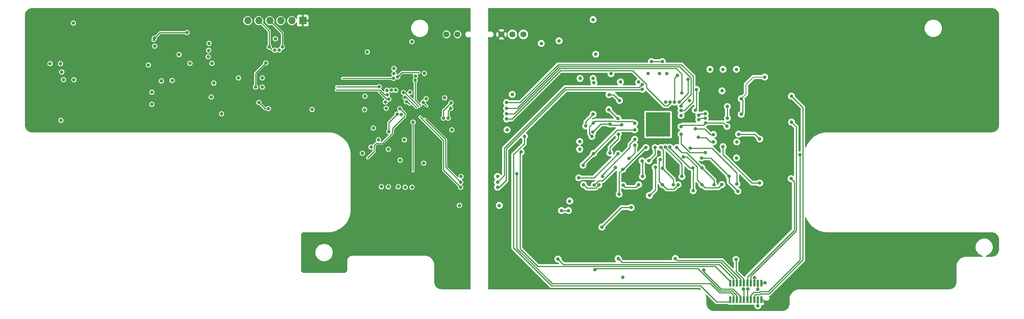
<source format=gbr>
%TF.GenerationSoftware,KiCad,Pcbnew,7.0.6*%
%TF.CreationDate,2024-02-05T21:22:57+01:00*%
%TF.ProjectId,FT24-AMS_Slave-v5,46543234-2d41-44d5-935f-536c6176652d,rev?*%
%TF.SameCoordinates,Original*%
%TF.FileFunction,Copper,L4,Bot*%
%TF.FilePolarity,Positive*%
%FSLAX46Y46*%
G04 Gerber Fmt 4.6, Leading zero omitted, Abs format (unit mm)*
G04 Created by KiCad (PCBNEW 7.0.6) date 2024-02-05 21:22:57*
%MOMM*%
%LPD*%
G01*
G04 APERTURE LIST*
%TA.AperFunction,ComponentPad*%
%ADD10C,0.800000*%
%TD*%
%TA.AperFunction,SMDPad,CuDef*%
%ADD11R,5.600000X5.600000*%
%TD*%
%TA.AperFunction,ComponentPad*%
%ADD12R,1.700000X1.700000*%
%TD*%
%TA.AperFunction,ComponentPad*%
%ADD13O,1.700000X1.700000*%
%TD*%
%TA.AperFunction,ComponentPad*%
%ADD14C,1.400000*%
%TD*%
%TA.AperFunction,SMDPad,CuDef*%
%ADD15R,0.550000X1.500000*%
%TD*%
%TA.AperFunction,ViaPad*%
%ADD16C,0.800000*%
%TD*%
%TA.AperFunction,Conductor*%
%ADD17C,0.250000*%
%TD*%
%TA.AperFunction,Conductor*%
%ADD18C,0.600000*%
%TD*%
%TA.AperFunction,Conductor*%
%ADD19C,0.200000*%
%TD*%
G04 APERTURE END LIST*
D10*
%TO.P,U2,67,V-*%
%TO.N,GND1*%
X194067500Y-99877500D03*
X194067500Y-101077500D03*
X194067500Y-102277500D03*
X194067500Y-103477500D03*
X194067500Y-104677500D03*
X195267500Y-99877500D03*
X195267500Y-101077500D03*
X195267500Y-102277500D03*
X195267500Y-103477500D03*
X195267500Y-104677500D03*
X196467500Y-99877500D03*
X196467500Y-101077500D03*
X196467500Y-102277500D03*
D11*
X196467500Y-102277500D03*
D10*
X196467500Y-103477500D03*
X196467500Y-104677500D03*
X197667500Y-99877500D03*
X197667500Y-101077500D03*
X197667500Y-102277500D03*
X197667500Y-103477500D03*
X197667500Y-104677500D03*
X198867500Y-99877500D03*
X198867500Y-101077500D03*
X198867500Y-102277500D03*
X198867500Y-103477500D03*
X198867500Y-104677500D03*
%TD*%
D12*
%TO.P,J16,1,Pin_1*%
%TO.N,+3V3*%
X114440000Y-78225000D03*
D13*
%TO.P,J16,2,Pin_2*%
%TO.N,/\u00B5C/SWCLK*%
X111900000Y-78225000D03*
%TO.P,J16,3,Pin_3*%
%TO.N,GND*%
X109360000Y-78225000D03*
%TO.P,J16,4,Pin_4*%
%TO.N,/\u00B5C/SWDIO*%
X106820000Y-78225000D03*
%TO.P,J16,5,Pin_5*%
%TO.N,/\u00B5C/NRST*%
X104280000Y-78225000D03*
%TO.P,J16,6,Pin_6*%
%TO.N,/\u00B5C/Trace_SWO*%
X101740000Y-78225000D03*
%TD*%
D14*
%TO.P,PS1,1,-VIN*%
%TO.N,GND*%
X147610000Y-81415000D03*
%TO.P,PS1,2,+VIN*%
%TO.N,+12V*%
X150150000Y-81415000D03*
%TO.P,PS1,6,+VOUT*%
%TO.N,+5V*%
X160310000Y-81415000D03*
%TO.P,PS1,7,-VOUT*%
%TO.N,GND1*%
X162850000Y-81415000D03*
%TO.P,PS1,8,FB*%
%TO.N,Net-(PS1-FB)*%
X165390000Y-81415000D03*
%TD*%
D15*
%TO.P,J5,1,Pin_1*%
%TO.N,GND1*%
X220279000Y-138999000D03*
%TO.P,J5,2,Pin_2*%
%TO.N,+5V*%
X220279000Y-142799000D03*
%TO.P,J5,3,Pin_3*%
%TO.N,/BMS/TMP_SCL*%
X219479000Y-138999000D03*
%TO.P,J5,4,Pin_4*%
%TO.N,/BMS/TMP_SDA*%
X219479000Y-142799000D03*
%TO.P,J5,5,Pin_5*%
%TO.N,GND1*%
X218679000Y-138999000D03*
%TO.P,J5,6,Pin_6*%
%TO.N,/BMS/Filter_Balance_Network/CellA+{slash}CellB-*%
X218679000Y-142799000D03*
%TO.P,J5,7,Pin_7*%
%TO.N,/BMS/Filter_Balance_Network/CellB+*%
X217879000Y-138999000D03*
%TO.P,J5,8,Pin_8*%
%TO.N,/BMS/Filter_Balance_Network1/CellA+{slash}CellB-*%
X217879000Y-142799000D03*
%TO.P,J5,9,Pin_9*%
%TO.N,/BMS/Filter_Balance_Network1/CellB+*%
X217079000Y-138999000D03*
%TO.P,J5,10,Pin_10*%
%TO.N,/BMS/Filter_Balance_Network7/CellA+{slash}CellB-*%
X217079000Y-142799000D03*
%TO.P,J5,11,Pin_11*%
%TO.N,/BMS/Filter_Balance_Network6/CellA-*%
X216279000Y-138999000D03*
%TO.P,J5,12,Pin_12*%
%TO.N,/BMS/Filter_Balance_Network6/CellA+{slash}CellB-*%
X216279000Y-142799000D03*
%TO.P,J5,13,Pin_13*%
%TO.N,/BMS/Filter_Balance_Network5/CellA-*%
X215479000Y-138999000D03*
%TO.P,J5,14,Pin_14*%
%TO.N,/BMS/Filter_Balance_Network5/CellA+{slash}CellB-*%
X215479000Y-142799000D03*
%TO.P,J5,15,Pin_15*%
%TO.N,/BMS/Filter_Balance_Network4/CellA-*%
X214679000Y-138999000D03*
%TO.P,J5,16,Pin_16*%
%TO.N,/BMS/Filter_Balance_Network4/CellA+{slash}CellB-*%
X214679000Y-142799000D03*
%TO.P,J5,17,Pin_17*%
%TO.N,/BMS/Filter_Balance_Network2/CellA-*%
X213879000Y-138999000D03*
%TO.P,J5,18,Pin_18*%
%TO.N,/BMS/Filter_Balance_Network2/CellA+{slash}CellB-*%
X213879000Y-142799000D03*
%TO.P,J5,19,Pin_19*%
%TO.N,/BMS/Filter_Balance_Network2/CellB+*%
X213079000Y-138999000D03*
%TO.P,J5,20,Pin_20*%
%TO.N,VBUS*%
X213079000Y-142799000D03*
%TD*%
D16*
%TO.N,+3V3*%
X150499695Y-92999695D03*
%TO.N,/CAN/CANH*%
X58600000Y-101300000D03*
X61500000Y-78800000D03*
%TO.N,/CAN/CANL*%
X58800000Y-90100000D03*
%TO.N,/\u00B5C/SWCLK*%
X108999956Y-85075000D03*
X132099047Y-93537500D03*
%TO.N,GND*%
X92600000Y-86600000D03*
X133700000Y-98500000D03*
X148853445Y-103498252D03*
X92800000Y-83500000D03*
X137199847Y-99925153D03*
X59200000Y-91900000D03*
X150999695Y-114299695D03*
X139600000Y-83100000D03*
X99600000Y-91500000D03*
X147200000Y-96100000D03*
X61600000Y-91900000D03*
X105100000Y-91500000D03*
X129336250Y-85450000D03*
X130712500Y-103112500D03*
X80259996Y-84099950D03*
X116600000Y-98800000D03*
X137887500Y-105825153D03*
X128768535Y-95707005D03*
X105100000Y-93600000D03*
X134212500Y-108012500D03*
X108100000Y-82425000D03*
X130187500Y-107512500D03*
X95700000Y-99800000D03*
X84300000Y-92100000D03*
X93900000Y-92700000D03*
X136912500Y-110512500D03*
X135512500Y-89312500D03*
X142362512Y-111212500D03*
X135512506Y-90512500D03*
X133860397Y-94327526D03*
X142912514Y-96312500D03*
X128712500Y-98812498D03*
X85900000Y-86100000D03*
X79600000Y-97600000D03*
X88400000Y-88100000D03*
X56100000Y-88200000D03*
X58500000Y-88200000D03*
X81800000Y-92200000D03*
X131920500Y-105793000D03*
X93300000Y-95900000D03*
X150599695Y-120999695D03*
X78791235Y-88488468D03*
X79600000Y-94800000D03*
X139178894Y-94822686D03*
X93500000Y-88100000D03*
X92700000Y-85100000D03*
%TO.N,/\u00B5C/SWDIO*%
X135388428Y-91557306D03*
X109699999Y-84324999D03*
%TO.N,/\u00B5C/NRST*%
X106700000Y-84325000D03*
X134312500Y-96412500D03*
X136200064Y-99904167D03*
X134312500Y-103912500D03*
%TO.N,/\u00B5C/Trace_SWO*%
X107992284Y-85083047D03*
X133931385Y-95361395D03*
%TO.N,Net-(U2-IPB)*%
X200287250Y-97085845D03*
X200955000Y-90900000D03*
%TO.N,/\u00B5C/TMP_SCL*%
X150899695Y-115599695D03*
X142525153Y-90399847D03*
%TO.N,/BMS/TMP_SCL*%
X159399695Y-115599709D03*
X192807960Y-93033266D03*
X219500000Y-140400000D03*
%TO.N,/BMS/TMP_SDA*%
X159399695Y-116799695D03*
X219500000Y-144200000D03*
X192828415Y-94126585D03*
%TO.N,+5V*%
X221173685Y-143385976D03*
X159699695Y-93099695D03*
%TO.N,/\u00B5C/SCK*%
X148599695Y-98499695D03*
X148000000Y-100800000D03*
%TO.N,/\u00B5C/CSB*%
X146900052Y-100789504D03*
X148650226Y-97274469D03*
%TO.N,/BMS/Filter_Balance_Network_last/CB*%
X187555000Y-96700000D03*
X185142500Y-95362500D03*
%TO.N,/BMS/~{CS}*%
X161500000Y-97200000D03*
X201755000Y-99010224D03*
%TO.N,/BMS/Filter_Balance_Network_last/CA*%
X185110798Y-98832754D03*
X187210901Y-100877500D03*
%TO.N,/BMS/MISO*%
X199255003Y-97100003D03*
X161500000Y-101000000D03*
%TO.N,/BMS/Filter_Balance_Network2/SBP*%
X181367500Y-104027500D03*
X188047600Y-102331142D03*
X185346114Y-102169289D03*
%TO.N,/BMS/MOSI*%
X161500000Y-99800000D03*
X201955000Y-95000000D03*
%TO.N,/BMS/Filter_Balance_Network2/SAP*%
X187267500Y-104502500D03*
X185342347Y-108862347D03*
%TO.N,/BMS/SCK*%
X161500000Y-98500000D03*
X201748249Y-97992673D03*
%TO.N,/BMS/Filter_Balance_Network4/SBP*%
X187217500Y-109052500D03*
X178155000Y-114600000D03*
%TO.N,/BMS/Filter_Balance_Network4/SAP*%
X186617500Y-112252500D03*
X181736500Y-116274740D03*
%TO.N,/BMS/Filter_Balance_Network5/SBP*%
X188274992Y-112645620D03*
X187467505Y-118402505D03*
X193667500Y-107602500D03*
%TO.N,/BMS/Filter_Balance_Network5/SAP*%
X195808748Y-112188177D03*
X194467500Y-118702500D03*
%TO.N,/BMS/Filter_Balance_Network5/CA*%
X195767496Y-107602504D03*
X194358868Y-110644099D03*
%TO.N,/\u00B5C/PROM_WC*%
X133488759Y-97061205D03*
%TO.N,/BMS/Filter_Balance_Network6/SBP*%
X197467500Y-112402500D03*
X199992500Y-116205032D03*
X197133454Y-107613763D03*
%TO.N,/BMS/Filter_Balance_Network6/SAP*%
X204473154Y-112327500D03*
X204567500Y-117602500D03*
X199155000Y-107500000D03*
%TO.N,/BMS/Filter_Balance_Network7/SBP*%
X200767500Y-107602500D03*
X206567500Y-112277500D03*
X209367500Y-116202500D03*
%TO.N,/BMS/Filter_Balance_Network7/SAP*%
X206500381Y-109996992D03*
X212829912Y-114241264D03*
X214867500Y-117702500D03*
%TO.N,/BMS/Filter_Balance_Network1/SBP*%
X201767500Y-104502500D03*
X207328500Y-108774500D03*
%TO.N,/BMS/Filter_Balance_Network1/SAP*%
X201763669Y-102752643D03*
X207412937Y-101884018D03*
X212367500Y-102702500D03*
%TO.N,/BMS/Filter_Balance_Network/SBP*%
X205868819Y-100155284D03*
X207328500Y-99774500D03*
%TO.N,/BMS/Filter_Balance_Network/SAP*%
X205069812Y-98904049D03*
X205328500Y-94174500D03*
%TO.N,Net-(IC6-OVLO{slash}OVCSEL)*%
X87700000Y-81000000D03*
X80200000Y-82299990D03*
%TO.N,/BMS/Filter_Balance_Network/CellA+{slash}CellB-*%
X227255000Y-95702500D03*
%TO.N,/BMS/Filter_Balance_Network/CellB+*%
X227267500Y-101702500D03*
X209228500Y-104574500D03*
X205067500Y-103252508D03*
%TO.N,Net-(U2-IMB)*%
X201309078Y-97082967D03*
X203355002Y-91800000D03*
%TO.N,Net-(U1-PB11)*%
X138328677Y-97011487D03*
X132575000Y-116675000D03*
%TO.N,/BMS/Filter_Balance_Network1/CellA+{slash}CellB-*%
X229175000Y-109300000D03*
%TO.N,/BMS/Filter_Balance_Network2/CellA-*%
X191067500Y-103502500D03*
X179154994Y-111700000D03*
X181542500Y-108987500D03*
X173355000Y-133400000D03*
%TO.N,GND1*%
X178367500Y-106202500D03*
X159399695Y-114299695D03*
X161600000Y-103500000D03*
X221200000Y-138900000D03*
X187782895Y-92413128D03*
X176055000Y-120000000D03*
X196755000Y-90500006D03*
X169500006Y-83500000D03*
X203730000Y-96712655D03*
X201767500Y-100177500D03*
X214626510Y-106302500D03*
X198455000Y-90500000D03*
X218700000Y-137700000D03*
X188300000Y-137600000D03*
X194155002Y-90500010D03*
X208455000Y-89500000D03*
X182054992Y-86000000D03*
X211228500Y-94474500D03*
X198255002Y-97100000D03*
X159799695Y-120999695D03*
X214555000Y-89500000D03*
X185595010Y-90499988D03*
X173600000Y-82900006D03*
X181454994Y-91600000D03*
X162799695Y-95299695D03*
X211455000Y-89499996D03*
X181655000Y-92600000D03*
X191987825Y-92461091D03*
X181455002Y-78000000D03*
X214567500Y-110002500D03*
X178454984Y-91600000D03*
X178367506Y-108002490D03*
%TO.N,/BMS/Filter_Balance_Network7/CellA+{slash}CellB-*%
X217159977Y-140375000D03*
%TO.N,/BMS/Filter_Balance_Network4/CellA-*%
X187255000Y-133300000D03*
X191067500Y-107075000D03*
X189780153Y-110115153D03*
%TO.N,/BMS/Filter_Balance_Network6/CellA+{slash}CellB-*%
X216159985Y-140375000D03*
%TO.N,/BMS/Filter_Balance_Network5/CellA-*%
X200455000Y-133275000D03*
%TO.N,/BMS/Filter_Balance_Network5/CellA+{slash}CellB-*%
X207044459Y-135955541D03*
%TO.N,/BMS/Filter_Balance_Network6/CellA-*%
X201967500Y-114302500D03*
X214455000Y-133500000D03*
X198128539Y-107514710D03*
%TO.N,/BMS/Filter_Balance_Network4/CellA+{slash}CellB-*%
X181900000Y-135825012D03*
%TO.N,/BMS/Filter_Balance_Network1/CellB+*%
X214652502Y-116017502D03*
X227167500Y-114802500D03*
X203848750Y-107721250D03*
%TO.N,/BMS/Filter_Balance_Network2/CellA+{slash}CellB-*%
X163855000Y-113700000D03*
%TO.N,/BMS/Filter_Balance_Network2/CellB+*%
X181467500Y-99902500D03*
X164855000Y-108600000D03*
X179755000Y-102600000D03*
%TO.N,/CAN/CAN_Term*%
X139912500Y-101712500D03*
%TO.N,/Power/IMON*%
X136812500Y-98612500D03*
%TO.N,/CAN/CAN_Rx*%
X135912065Y-94324021D03*
%TO.N,/CAN/CAN_Tx*%
X128212500Y-108912500D03*
X134912062Y-94324021D03*
%TO.N,/CAN/V_{ref}*%
X105900006Y-88000000D03*
X103525000Y-93600000D03*
%TO.N,VBUS*%
X165599998Y-105000000D03*
%TO.N,Net-(F1-Pad2)*%
X212455000Y-100800000D03*
X212455000Y-98100000D03*
%TO.N,Net-(U1-PB10)*%
X142249345Y-97125000D03*
%TO.N,Net-(U1-PB13)*%
X137712548Y-94888277D03*
X136475000Y-116675000D03*
%TO.N,Net-(U2-DRIVE)*%
X194930000Y-87700000D03*
X197455000Y-87700000D03*
%TO.N,Net-(U1-PB12)*%
X138058427Y-95983732D03*
X134175000Y-116675000D03*
%TO.N,Net-(U1-PB14)*%
X140400330Y-92029364D03*
X138075000Y-116775000D03*
%TO.N,Net-(U1-PB15)*%
X139675000Y-116775000D03*
X140482100Y-91032710D03*
%TO.N,Net-(F3-Pad2)*%
X211455000Y-107400000D03*
X219917500Y-115827500D03*
%TO.N,Net-(F7-Pad2)*%
X175755000Y-122200000D03*
X174155000Y-122200000D03*
%TO.N,Net-(F9-Pad2)*%
X190255000Y-121500000D03*
X183480000Y-126007651D03*
%TO.N,/BMS/Filter_Balance_Network/SBN*%
X207328500Y-100774500D03*
X205876528Y-101155257D03*
X215655000Y-99874502D03*
X215655000Y-96300000D03*
X221067500Y-91277500D03*
%TO.N,/BMS/Filter_Balance_Network1/SBN*%
X205729825Y-105219880D03*
X219917500Y-105627500D03*
X209228500Y-106274500D03*
X215055000Y-104500000D03*
%TO.N,/BMS/Filter_Balance_Network2/SBN*%
X181180077Y-105009782D03*
X181542500Y-101862500D03*
X191067500Y-102002500D03*
%TO.N,/BMS/Filter_Balance_Network4/SBN*%
X182800773Y-116235773D03*
X179267500Y-116202500D03*
X191067500Y-105702520D03*
X183654847Y-114289847D03*
%TO.N,/BMS/Filter_Balance_Network5/SBN*%
X192867500Y-114302500D03*
X188367500Y-116302500D03*
X191967500Y-116202500D03*
X192767487Y-110674578D03*
%TO.N,/BMS/Filter_Balance_Network6/SBN*%
X196930000Y-110390455D03*
X201067500Y-116202500D03*
X197467500Y-116202500D03*
%TO.N,/BMS/Filter_Balance_Network7/SBN*%
X202239314Y-109749009D03*
X211206497Y-116163497D03*
X206567500Y-116177500D03*
%TO.N,/\u00B5C/TMP_SDA*%
X136336236Y-91238457D03*
X150899695Y-116799695D03*
%TO.N,Net-(R83-Pad2)*%
X106500000Y-98595000D03*
X104300000Y-97175000D03*
%TD*%
D17*
%TO.N,/\u00B5C/SWCLK*%
X132099047Y-93537500D02*
X122234987Y-93537500D01*
%TO.N,/\u00B5C/SWDIO*%
X123589128Y-91546963D02*
X135378085Y-91546963D01*
X109699999Y-81104999D02*
X109699999Y-84324999D01*
X135378085Y-91546963D02*
X135388428Y-91557306D01*
X106820000Y-78225000D02*
X109699999Y-81104999D01*
X109724956Y-84349956D02*
X109699999Y-84324999D01*
%TO.N,/\u00B5C/NRST*%
X133812500Y-96412500D02*
X134312500Y-96412500D01*
X134312500Y-101791731D02*
X134312500Y-103912500D01*
X136200064Y-99904167D02*
X134312500Y-101791731D01*
X106700000Y-80645000D02*
X106700000Y-84325000D01*
X132112500Y-94712500D02*
X133812500Y-96412500D01*
X107275000Y-84900000D02*
X106700000Y-84325000D01*
X104280000Y-78225000D02*
X106700000Y-80645000D01*
%TO.N,/\u00B5C/Trace_SWO*%
X133397791Y-95361395D02*
X132298896Y-94262500D01*
X132298896Y-94262500D02*
X122146383Y-94262500D01*
X133931385Y-95361395D02*
X133397791Y-95361395D01*
%TO.N,Net-(U2-IPB)*%
X200287250Y-91567750D02*
X200287250Y-97085845D01*
X200955000Y-90900000D02*
X200287250Y-91567750D01*
%TO.N,/\u00B5C/TMP_SCL*%
X147399695Y-112099695D02*
X147399695Y-105699695D01*
X147399695Y-105699695D02*
X142712348Y-101012348D01*
X150899695Y-115599695D02*
X147399695Y-112099695D01*
X142525153Y-90725153D02*
X142525153Y-90399847D01*
%TO.N,/BMS/TMP_SCL*%
X175000000Y-93700000D02*
X192141226Y-93700000D01*
X192141226Y-93700000D02*
X192807960Y-93033266D01*
X219500000Y-140400000D02*
X219500000Y-139020000D01*
X160950000Y-114049404D02*
X160950000Y-107750000D01*
X219500000Y-139020000D02*
X219479000Y-138999000D01*
X160950000Y-107750000D02*
X175000000Y-93700000D01*
X159399695Y-115599709D02*
X160950000Y-114049404D01*
%TO.N,/BMS/TMP_SDA*%
X219500000Y-142820000D02*
X219479000Y-142799000D01*
X175136396Y-94200000D02*
X161400000Y-107936396D01*
X192828415Y-94126585D02*
X192755000Y-94200000D01*
X192755000Y-94200000D02*
X175136396Y-94200000D01*
X219500000Y-144200000D02*
X219500000Y-142820000D01*
X161400000Y-115200000D02*
X159800305Y-116799695D01*
X159800305Y-116799695D02*
X159399695Y-116799695D01*
X161400000Y-107936396D02*
X161400000Y-115200000D01*
%TO.N,+5V*%
X220586709Y-142799000D02*
X221173685Y-143385976D01*
X220279000Y-142799000D02*
X220586709Y-142799000D01*
%TO.N,/\u00B5C/SCK*%
X148000000Y-99099390D02*
X148000000Y-100800000D01*
X148599695Y-98499695D02*
X148000000Y-99099390D01*
%TO.N,/\u00B5C/CSB*%
X148650226Y-97274469D02*
X146900052Y-99024643D01*
X146900052Y-99024643D02*
X146900052Y-100789504D01*
%TO.N,/BMS/Filter_Balance_Network_last/CB*%
X185142500Y-95362500D02*
X186217500Y-95362500D01*
X186217500Y-95362500D02*
X187555000Y-96700000D01*
%TO.N,/BMS/~{CS}*%
X204530000Y-97025000D02*
X204530000Y-91075000D01*
X204530000Y-91075000D02*
X201880000Y-88425000D01*
X173375000Y-88425000D02*
X164600000Y-97200000D01*
X202544776Y-99010224D02*
X204530000Y-97025000D01*
X201755000Y-99010224D02*
X202544776Y-99010224D01*
X201880000Y-88425000D02*
X173375000Y-88425000D01*
X164600000Y-97200000D02*
X161500000Y-97200000D01*
%TO.N,/BMS/Filter_Balance_Network_last/CA*%
X185110798Y-98832754D02*
X187155544Y-100877500D01*
X187155544Y-100877500D02*
X187210901Y-100877500D01*
%TO.N,/BMS/MISO*%
X173934188Y-89775000D02*
X162709188Y-101000000D01*
X199255003Y-97100003D02*
X199255003Y-97299997D01*
X199255003Y-97299997D02*
X198655000Y-97900000D01*
X197955000Y-97900000D02*
X193817066Y-93762066D01*
X162709188Y-101000000D02*
X161500000Y-101000000D01*
X190575000Y-89775000D02*
X173934188Y-89775000D01*
X198655000Y-97900000D02*
X197955000Y-97900000D01*
X193817066Y-93762066D02*
X193817066Y-93017066D01*
X193817066Y-93017066D02*
X190575000Y-89775000D01*
%TO.N,/BMS/Filter_Balance_Network2/SBP*%
X183225711Y-102169289D02*
X181367500Y-104027500D01*
X185579325Y-102402500D02*
X187976242Y-102402500D01*
X187976242Y-102402500D02*
X188047600Y-102331142D01*
X185346114Y-102169289D02*
X185579325Y-102402500D01*
X185346114Y-102169289D02*
X183225711Y-102169289D01*
%TO.N,/BMS/MOSI*%
X173747792Y-89325000D02*
X163272792Y-99800000D01*
X201955000Y-90600000D02*
X200680000Y-89325000D01*
X163272792Y-99800000D02*
X161500000Y-99800000D01*
X201955000Y-95000000D02*
X201955000Y-90600000D01*
X200680000Y-89325000D02*
X173747792Y-89325000D01*
%TO.N,/BMS/Filter_Balance_Network2/SAP*%
X185342347Y-107487653D02*
X187267500Y-105562500D01*
X185342347Y-108862347D02*
X185342347Y-107487653D01*
X187267500Y-105562500D02*
X187267500Y-104502500D01*
%TO.N,/BMS/SCK*%
X161500000Y-98500000D02*
X163936396Y-98500000D01*
X163936396Y-98500000D02*
X173561396Y-88875000D01*
X173561396Y-88875000D02*
X201472463Y-88875000D01*
X204080000Y-95337350D02*
X201748249Y-97669101D01*
X201472463Y-88875000D02*
X204080000Y-91482533D01*
X204080000Y-91482533D02*
X204080000Y-95337350D01*
X201748249Y-97669101D02*
X201748249Y-97992673D01*
%TO.N,/BMS/Filter_Balance_Network4/SBP*%
X187217500Y-109052500D02*
X181670000Y-114600000D01*
X181670000Y-114600000D02*
X178155000Y-114600000D01*
%TO.N,/BMS/Filter_Balance_Network4/SAP*%
X186617500Y-112352500D02*
X183667500Y-115302500D01*
X186617500Y-112252500D02*
X186617500Y-112352500D01*
X183667500Y-115302500D02*
X182708740Y-115302500D01*
X182708740Y-115302500D02*
X181736500Y-116274740D01*
%TO.N,/BMS/Filter_Balance_Network5/SBP*%
X188409380Y-112645620D02*
X188274992Y-112645620D01*
X193452500Y-107602500D02*
X188409380Y-112645620D01*
X187467505Y-118402505D02*
X187467505Y-113453107D01*
X193667500Y-107602500D02*
X193452500Y-107602500D01*
X187467505Y-113453107D02*
X188274992Y-112645620D01*
%TO.N,/BMS/Filter_Balance_Network5/SAP*%
X194467500Y-118702500D02*
X195808748Y-117361252D01*
X195808748Y-117361252D02*
X195808748Y-112188177D01*
%TO.N,/BMS/Filter_Balance_Network5/CA*%
X195767496Y-107602504D02*
X195767496Y-109235471D01*
X195767496Y-109235471D02*
X194358868Y-110644099D01*
%TO.N,/BMS/Filter_Balance_Network6/SBP*%
X197467500Y-112402500D02*
X199992500Y-114927500D01*
X199992500Y-114927500D02*
X199992500Y-116205032D01*
X197655000Y-112215000D02*
X197655000Y-108135309D01*
X197467500Y-112402500D02*
X197655000Y-112215000D01*
X197655000Y-108135309D02*
X197133454Y-107613763D01*
%TO.N,/BMS/Filter_Balance_Network6/SAP*%
X204473154Y-112327500D02*
X203792500Y-112327500D01*
X203792500Y-112327500D02*
X199155000Y-107690000D01*
X204567500Y-117602500D02*
X204567500Y-112421846D01*
X199155000Y-107690000D02*
X199155000Y-107500000D01*
X204567500Y-112421846D02*
X204473154Y-112327500D01*
%TO.N,/BMS/Filter_Balance_Network7/SBP*%
X209367500Y-116202500D02*
X209367500Y-115077500D01*
X209367500Y-115077500D02*
X206567500Y-112277500D01*
X203080326Y-108790326D02*
X201955326Y-108790326D01*
X206567500Y-112277500D02*
X203080326Y-108790326D01*
X201955326Y-108790326D02*
X200767500Y-107602500D01*
%TO.N,/BMS/Filter_Balance_Network7/SAP*%
X208585640Y-109996992D02*
X206500381Y-109996992D01*
X208588640Y-109999992D02*
X208585640Y-109996992D01*
X212829912Y-115664912D02*
X212829912Y-114241264D01*
X214867500Y-117702500D02*
X212829912Y-115664912D01*
X212829912Y-114241264D02*
X208588640Y-109999992D01*
%TO.N,/BMS/Filter_Balance_Network1/SBP*%
X203839500Y-108774500D02*
X201967500Y-106902500D01*
X201767500Y-106702500D02*
X201767500Y-104502500D01*
X207328500Y-108774500D02*
X203839500Y-108774500D01*
X201967500Y-106902500D02*
X201767500Y-106702500D01*
%TO.N,/BMS/Filter_Balance_Network1/SAP*%
X206919455Y-102377500D02*
X207412937Y-101884018D01*
X207422455Y-101874500D02*
X211539500Y-101874500D01*
X201763669Y-102752643D02*
X202138812Y-102377500D01*
X202138812Y-102377500D02*
X206919455Y-102377500D01*
X207412937Y-101884018D02*
X207422455Y-101874500D01*
X211539500Y-101874500D02*
X212367500Y-102702500D01*
%TO.N,/BMS/Filter_Balance_Network/SBP*%
X207328500Y-99774500D02*
X206249603Y-99774500D01*
X206249603Y-99774500D02*
X205868819Y-100155284D01*
%TO.N,/BMS/Filter_Balance_Network/SAP*%
X205328500Y-94174500D02*
X205328500Y-98645361D01*
X205328500Y-98645361D02*
X205069812Y-98904049D01*
%TO.N,Net-(IC6-OVLO{slash}OVCSEL)*%
X81499990Y-81000000D02*
X87700000Y-81000000D01*
X80200000Y-82299990D02*
X81499990Y-81000000D01*
D18*
X80000000Y-82660000D02*
X79999997Y-82660003D01*
D17*
%TO.N,/BMS/Filter_Balance_Network/CellA+{slash}CellB-*%
X229900000Y-98347500D02*
X229900000Y-133600000D01*
X229900000Y-133600000D02*
X222100000Y-141400000D01*
X219986701Y-141575000D02*
X218903000Y-141575000D01*
X227255000Y-95702500D02*
X229900000Y-98347500D01*
X222100000Y-141400000D02*
X220161701Y-141400000D01*
X218679000Y-141799000D02*
X218679000Y-142799000D01*
X218903000Y-141575000D02*
X218679000Y-141799000D01*
X220161701Y-141400000D02*
X219986701Y-141575000D01*
%TO.N,/BMS/Filter_Balance_Network/CellB+*%
X209228500Y-104574500D02*
X208539500Y-104574500D01*
X228350000Y-126886396D02*
X217879000Y-137357396D01*
X228350000Y-102785000D02*
X228350000Y-126886396D01*
X208539500Y-104574500D02*
X207217508Y-103252508D01*
X207217508Y-103252508D02*
X205067500Y-103252508D01*
X217879000Y-137357396D02*
X217879000Y-138999000D01*
X227267500Y-101702500D02*
X228350000Y-102785000D01*
%TO.N,Net-(U2-IMB)*%
X201309078Y-97082967D02*
X203355006Y-95037039D01*
X203355006Y-91800004D02*
X203355002Y-91800000D01*
X203355006Y-95037039D02*
X203355006Y-91800004D01*
%TO.N,Net-(U1-PB11)*%
X138511487Y-97011487D02*
X138328677Y-97011487D01*
X139112500Y-97612500D02*
X138511487Y-97011487D01*
%TO.N,/BMS/Filter_Balance_Network1/CellA+{slash}CellB-*%
X219975305Y-140950000D02*
X221913604Y-140950000D01*
X221913604Y-140950000D02*
X229175000Y-133688604D01*
X218553000Y-141125000D02*
X219800305Y-141125000D01*
X217879000Y-142799000D02*
X217879000Y-141799000D01*
X229175000Y-133688604D02*
X229175000Y-109300000D01*
X217879000Y-141799000D02*
X218553000Y-141125000D01*
X219800305Y-141125000D02*
X219975305Y-140950000D01*
%TO.N,/BMS/Filter_Balance_Network2/CellA-*%
X174605000Y-134650000D02*
X210586396Y-134650000D01*
X181542500Y-108987500D02*
X179154994Y-111375006D01*
X191067500Y-103502500D02*
X187067500Y-103502500D01*
X213879000Y-137942604D02*
X213879000Y-138999000D01*
X179154994Y-111375006D02*
X179154994Y-111700000D01*
X173355000Y-133400000D02*
X174605000Y-134650000D01*
X210586396Y-134650000D02*
X213879000Y-137942604D01*
X187067500Y-103502500D02*
X181582500Y-108987500D01*
X181582500Y-108987500D02*
X181542500Y-108987500D01*
%TO.N,GND1*%
X218679000Y-138999000D02*
X218679000Y-137721000D01*
X221101000Y-138999000D02*
X221200000Y-138900000D01*
X220279000Y-138999000D02*
X221101000Y-138999000D01*
X218679000Y-137721000D02*
X218700000Y-137700000D01*
%TO.N,/BMS/Filter_Balance_Network7/CellA+{slash}CellB-*%
X217079000Y-142799000D02*
X217079000Y-140455977D01*
X217079000Y-140455977D02*
X217159977Y-140375000D01*
%TO.N,/BMS/Filter_Balance_Network4/CellA-*%
X191067500Y-108827806D02*
X191067500Y-107075000D01*
X189780153Y-110115153D02*
X191067500Y-108827806D01*
X188155000Y-134200000D02*
X210880000Y-134200000D01*
X210880000Y-134200000D02*
X214679000Y-137999000D01*
X187255000Y-133300000D02*
X188155000Y-134200000D01*
X214679000Y-137999000D02*
X214679000Y-138999000D01*
%TO.N,/BMS/Filter_Balance_Network6/CellA+{slash}CellB-*%
X216279000Y-140494015D02*
X216159985Y-140375000D01*
X216279000Y-142799000D02*
X216279000Y-140494015D01*
%TO.N,/BMS/Filter_Balance_Network5/CellA-*%
X211230000Y-133750000D02*
X200930000Y-133750000D01*
X215479000Y-137999000D02*
X211230000Y-133750000D01*
X215479000Y-138999000D02*
X215479000Y-137999000D01*
X200930000Y-133750000D02*
X200455000Y-133275000D01*
%TO.N,/BMS/Filter_Balance_Network5/CellA+{slash}CellB-*%
X215479000Y-142799000D02*
X215479000Y-142021465D01*
X211000000Y-140300000D02*
X207044459Y-136344459D01*
X207044459Y-136344459D02*
X207044459Y-135955541D01*
X215479000Y-142021465D02*
X213757535Y-140300000D01*
X213757535Y-140300000D02*
X211000000Y-140300000D01*
%TO.N,/BMS/Filter_Balance_Network6/CellA-*%
X216279000Y-138124000D02*
X216279000Y-138999000D01*
X214455000Y-133500000D02*
X214455000Y-136300000D01*
X201967500Y-111353671D02*
X198128539Y-107514710D01*
X201967500Y-114302500D02*
X201967500Y-111353671D01*
X214455000Y-136300000D02*
X216279000Y-138124000D01*
%TO.N,/BMS/Filter_Balance_Network4/CellA+{slash}CellB-*%
X181900000Y-135825012D02*
X182125012Y-135600000D01*
X205663604Y-135600000D02*
X210813604Y-140750000D01*
X214679000Y-141857861D02*
X214679000Y-142799000D01*
X210813604Y-140750000D02*
X213571139Y-140750000D01*
X182125012Y-135600000D02*
X205663604Y-135600000D01*
X213571139Y-140750000D02*
X214679000Y-141857861D01*
%TO.N,/BMS/Filter_Balance_Network1/CellB+*%
X214652502Y-116017502D02*
X214652502Y-113487502D01*
X214652502Y-113487502D02*
X208867500Y-107702500D01*
X208867500Y-107702500D02*
X203867500Y-107702500D01*
X227900000Y-126700000D02*
X217079000Y-137521000D01*
X227167500Y-114802500D02*
X227900000Y-115535000D01*
X227900000Y-115535000D02*
X227900000Y-126700000D01*
X203867500Y-107702500D02*
X203848750Y-107721250D01*
X217079000Y-137521000D02*
X217079000Y-138999000D01*
%TO.N,/BMS/Filter_Balance_Network2/CellA+{slash}CellB-*%
X208527208Y-139100000D02*
X210627208Y-141200000D01*
X163855000Y-113700000D02*
X163855000Y-130918604D01*
X172036396Y-139100000D02*
X208527208Y-139100000D01*
X213280000Y-141200000D02*
X213879000Y-141799000D01*
X213879000Y-141799000D02*
X213879000Y-142799000D01*
X210627208Y-141200000D02*
X213280000Y-141200000D01*
X163855000Y-130918604D02*
X172036396Y-139100000D01*
%TO.N,/BMS/Filter_Balance_Network2/CellB+*%
X181467500Y-99902500D02*
X179755000Y-101615000D01*
X213079000Y-138524000D02*
X209655000Y-135100000D01*
X213079000Y-138999000D02*
X213079000Y-138524000D01*
X209655000Y-135100000D02*
X168672792Y-135100000D01*
X164580000Y-108875000D02*
X164855000Y-108600000D01*
X179755000Y-101615000D02*
X179755000Y-102600000D01*
X168672792Y-135100000D02*
X164580000Y-131007208D01*
X164580000Y-131007208D02*
X164580000Y-108875000D01*
%TO.N,/CAN/CAN_Term*%
X139912500Y-101712500D02*
X139912500Y-113012500D01*
%TO.N,/Power/IMON*%
X130912500Y-108512500D02*
X129412500Y-110012500D01*
X135112500Y-104312500D02*
X132812500Y-106612500D01*
X132812500Y-106612500D02*
X131412500Y-106612500D01*
X131412500Y-106612500D02*
X130912500Y-107112500D01*
X136812500Y-98612500D02*
X136912500Y-98612500D01*
X130912500Y-107112500D02*
X130912500Y-108512500D01*
X135112500Y-103212500D02*
X135112500Y-104312500D01*
X138012500Y-100312500D02*
X135112500Y-103212500D01*
X138012500Y-99712500D02*
X138012500Y-100312500D01*
X136912500Y-98612500D02*
X138012500Y-99712500D01*
%TO.N,/CAN/V_{ref}*%
X105900000Y-88000000D02*
X105900006Y-88000000D01*
X103525000Y-93600000D02*
X103525000Y-90375000D01*
X103525000Y-90375000D02*
X105900000Y-88000000D01*
%TO.N,VBUS*%
X171850000Y-139550000D02*
X163100000Y-130800000D01*
X163100000Y-109200000D02*
X165599998Y-106700002D01*
X212750356Y-143300000D02*
X210000000Y-143300000D01*
X212999786Y-143050570D02*
X212750356Y-143300000D01*
X206250000Y-139550000D02*
X171850000Y-139550000D01*
X163100000Y-130800000D02*
X163100000Y-109200000D01*
X213160987Y-142873741D02*
X212999786Y-143050570D01*
X165599998Y-106700002D02*
X165599998Y-105000000D01*
X210000000Y-143300000D02*
X206250000Y-139550000D01*
%TO.N,Net-(F1-Pad2)*%
X212455000Y-98100000D02*
X212455000Y-100800000D01*
%TO.N,Net-(U1-PB10)*%
X142249345Y-97138854D02*
X142249345Y-97125000D01*
X143112501Y-98002010D02*
X142249345Y-97138854D01*
%TO.N,Net-(U1-PB13)*%
X137988277Y-94888277D02*
X137712548Y-94888277D01*
X141187500Y-98087500D02*
X137988277Y-94888277D01*
%TO.N,Net-(U2-DRIVE)*%
X197455000Y-87700000D02*
X194930000Y-87700000D01*
%TO.N,Net-(U1-PB12)*%
X134175000Y-116675000D02*
X134200000Y-116650000D01*
X140737500Y-98395037D02*
X138326195Y-95983732D01*
X138326195Y-95983732D02*
X138058427Y-95983732D01*
%TO.N,Net-(U1-PB14)*%
X141637500Y-97837500D02*
X140400330Y-96600330D01*
X140400330Y-96600330D02*
X140400330Y-92029364D01*
X138075000Y-116775000D02*
X138075000Y-116575000D01*
%TO.N,Net-(U1-PB15)*%
X140582099Y-91032710D02*
X140482100Y-91032710D01*
%TO.N,Net-(F3-Pad2)*%
X219917500Y-115827500D02*
X218082500Y-115827500D01*
X211455000Y-109200000D02*
X211455000Y-107400000D01*
X218082500Y-115827500D02*
X211455000Y-109200000D01*
%TO.N,Net-(F7-Pad2)*%
X174155000Y-122200000D02*
X175755000Y-122200000D01*
%TO.N,Net-(F9-Pad2)*%
X190255000Y-121500000D02*
X187970000Y-121500000D01*
X187970000Y-121500000D02*
X183480000Y-125990000D01*
X183480000Y-125990000D02*
X183480000Y-126007651D01*
D19*
%TO.N,/BMS/Filter_Balance_Network/SBN*%
X215655000Y-96300000D02*
X216755000Y-95200000D01*
D17*
X206257285Y-100774500D02*
X205876528Y-101155257D01*
D19*
X216755000Y-95200000D02*
X216755000Y-93000000D01*
D17*
X215655000Y-96300000D02*
X215955000Y-96600000D01*
X215955000Y-99574502D02*
X215655000Y-99874502D01*
X207328500Y-100774500D02*
X206257285Y-100774500D01*
X215955000Y-96600000D02*
X215955000Y-99574502D01*
D19*
X216755000Y-93000000D02*
X218477500Y-91277500D01*
X218477500Y-91277500D02*
X221067500Y-91277500D01*
D17*
%TO.N,/BMS/Filter_Balance_Network1/SBN*%
X218790000Y-104500000D02*
X219917500Y-105627500D01*
X205812445Y-105302500D02*
X205729825Y-105219880D01*
X215055000Y-104500000D02*
X218790000Y-104500000D01*
X209228500Y-106274500D02*
X208539500Y-106274500D01*
X207567500Y-105302500D02*
X205812445Y-105302500D01*
X208539500Y-106274500D02*
X207567500Y-105302500D01*
%TO.N,/BMS/Filter_Balance_Network2/SBN*%
X180642500Y-102762500D02*
X180642500Y-104472205D01*
X186509289Y-101444289D02*
X186671142Y-101606142D01*
X180642500Y-104472205D02*
X181180077Y-105009782D01*
X181542500Y-101862500D02*
X181960711Y-101444289D01*
X181542500Y-101862500D02*
X180642500Y-102762500D01*
X186671142Y-101606142D02*
X190671142Y-101606142D01*
X181960711Y-101444289D02*
X186509289Y-101444289D01*
X190671142Y-101606142D02*
X191067500Y-102002500D01*
%TO.N,/BMS/Filter_Balance_Network4/SBN*%
X189942500Y-106827520D02*
X189942500Y-107602195D01*
X189942500Y-107602195D02*
X183654847Y-113889848D01*
X183654847Y-113889848D02*
X183654847Y-114289847D01*
X179267500Y-116202500D02*
X180064740Y-116999740D01*
X180064740Y-116999740D02*
X182036806Y-116999740D01*
X191067500Y-105702520D02*
X189942500Y-106827520D01*
X182036806Y-116999740D02*
X182800773Y-116235773D01*
%TO.N,/BMS/Filter_Balance_Network5/SBN*%
X191367500Y-116802500D02*
X188867500Y-116802500D01*
X192867500Y-110774591D02*
X192767487Y-110674578D01*
X188867500Y-116802500D02*
X188367500Y-116302500D01*
X192867500Y-114302500D02*
X192867500Y-110774591D01*
X191967500Y-116202500D02*
X191367500Y-116802500D01*
%TO.N,/BMS/Filter_Balance_Network6/SBN*%
X201067500Y-116202500D02*
X200067500Y-117202500D01*
X196692500Y-110627955D02*
X196930000Y-110390455D01*
X197467500Y-116202500D02*
X196692500Y-115427500D01*
X196692500Y-115427500D02*
X196692500Y-110627955D01*
X198467500Y-117202500D02*
X197467500Y-116202500D01*
X200067500Y-117202500D02*
X198467500Y-117202500D01*
%TO.N,/BMS/Filter_Balance_Network7/SBN*%
X203114009Y-109749009D02*
X202239314Y-109749009D01*
X207317500Y-116927500D02*
X210442494Y-116927500D01*
X210442494Y-116927500D02*
X211206497Y-116163497D01*
X205467500Y-115077500D02*
X205467500Y-112102500D01*
X206567500Y-116177500D02*
X207317500Y-116927500D01*
X205467500Y-112102500D02*
X203114009Y-109749009D01*
X206567500Y-116177500D02*
X205467500Y-115077500D01*
%TO.N,/\u00B5C/TMP_SDA*%
X146949695Y-105949695D02*
X146949695Y-112849695D01*
X141312805Y-90212805D02*
X137361888Y-90212805D01*
X141500000Y-100500000D02*
X146949695Y-105949695D01*
X146949695Y-112849695D02*
X150899695Y-116799695D01*
X137361888Y-90212805D02*
X136336236Y-91238457D01*
%TO.N,Net-(R83-Pad2)*%
X105720000Y-98595000D02*
X104300000Y-97175000D01*
X106500000Y-98595000D02*
X105720000Y-98595000D01*
%TD*%
%TA.AperFunction,Conductor*%
%TO.N,+5V*%
G36*
X230630703Y-123751965D02*
G01*
X230666780Y-123805414D01*
X230671634Y-123819552D01*
X230674681Y-123828428D01*
X230674681Y-123828427D01*
X230850808Y-124229955D01*
X230850808Y-124229954D01*
X231059491Y-124615566D01*
X231299306Y-124982631D01*
X231568614Y-125328638D01*
X231865576Y-125651224D01*
X232188161Y-125948185D01*
X232264558Y-126007647D01*
X232534164Y-126217490D01*
X232534165Y-126217491D01*
X232901231Y-126457307D01*
X233286845Y-126665992D01*
X233286844Y-126665992D01*
X233688372Y-126842118D01*
X234103074Y-126984486D01*
X234103078Y-126984487D01*
X234103081Y-126984488D01*
X234528125Y-127092124D01*
X234744365Y-127128207D01*
X234960605Y-127164292D01*
X235106260Y-127176361D01*
X235397569Y-127200500D01*
X235560626Y-127200500D01*
X273454205Y-127200500D01*
X273499585Y-127200500D01*
X273504007Y-127200657D01*
X273734823Y-127217165D01*
X273752324Y-127219682D01*
X273971942Y-127267456D01*
X273988901Y-127272435D01*
X274143411Y-127330065D01*
X274199491Y-127350982D01*
X274215583Y-127358332D01*
X274412832Y-127466037D01*
X274427712Y-127475598D01*
X274607638Y-127610290D01*
X274621008Y-127621876D01*
X274779924Y-127780792D01*
X274791510Y-127794163D01*
X274926194Y-127974080D01*
X274935759Y-127988963D01*
X275043467Y-128186215D01*
X275050817Y-128202308D01*
X275129360Y-128412889D01*
X275134344Y-128429865D01*
X275182116Y-128649469D01*
X275184634Y-128666981D01*
X275201141Y-128897775D01*
X275201299Y-128902199D01*
X275201299Y-131147786D01*
X275201141Y-131152210D01*
X275184633Y-131383017D01*
X275182115Y-131400529D01*
X275134342Y-131620137D01*
X275129358Y-131637112D01*
X275050818Y-131847688D01*
X275043468Y-131863782D01*
X274935760Y-132061032D01*
X274926195Y-132075916D01*
X274791506Y-132255839D01*
X274779921Y-132269209D01*
X274621006Y-132428125D01*
X274607634Y-132439711D01*
X274427718Y-132574394D01*
X274412835Y-132583959D01*
X274215583Y-132691667D01*
X274199490Y-132699017D01*
X273988909Y-132777560D01*
X273971933Y-132782544D01*
X273752330Y-132830315D01*
X273734818Y-132832833D01*
X273503991Y-132849342D01*
X273499567Y-132849500D01*
X272205459Y-132849500D01*
X272138420Y-132829815D01*
X272092665Y-132777011D01*
X272082721Y-132707853D01*
X272111746Y-132644297D01*
X272170524Y-132606523D01*
X272179101Y-132604334D01*
X272316836Y-132574371D01*
X272316836Y-132574370D01*
X272316845Y-132574369D01*
X272584960Y-132474367D01*
X272836114Y-132337226D01*
X273065194Y-132165739D01*
X273267538Y-131963395D01*
X273439025Y-131734315D01*
X273576166Y-131483161D01*
X273676168Y-131215046D01*
X273690318Y-131150000D01*
X273736994Y-130935433D01*
X273736994Y-130935432D01*
X273736995Y-130935428D01*
X273757409Y-130650000D01*
X273736995Y-130364572D01*
X273676168Y-130084954D01*
X273576166Y-129816839D01*
X273439025Y-129565685D01*
X273291321Y-129368375D01*
X273267544Y-129336612D01*
X273267528Y-129336594D01*
X273065204Y-129134270D01*
X273065186Y-129134254D01*
X272836116Y-128962775D01*
X272836108Y-128962770D01*
X272584965Y-128825635D01*
X272584966Y-128825635D01*
X272411257Y-128760845D01*
X272316845Y-128725631D01*
X272316842Y-128725630D01*
X272316836Y-128725628D01*
X272037232Y-128664804D01*
X271751800Y-128644390D01*
X271751798Y-128644390D01*
X271466365Y-128664804D01*
X271186761Y-128725628D01*
X270918632Y-128825635D01*
X270667489Y-128962770D01*
X270667481Y-128962775D01*
X270438411Y-129134254D01*
X270438393Y-129134270D01*
X270236069Y-129336594D01*
X270236053Y-129336612D01*
X270064574Y-129565682D01*
X270064569Y-129565690D01*
X269927434Y-129816833D01*
X269827427Y-130084962D01*
X269766603Y-130364566D01*
X269746189Y-130649998D01*
X269746189Y-130650001D01*
X269766603Y-130935433D01*
X269827427Y-131215037D01*
X269827429Y-131215043D01*
X269827430Y-131215046D01*
X269865117Y-131316088D01*
X269927434Y-131483166D01*
X270064569Y-131734309D01*
X270064574Y-131734317D01*
X270236053Y-131963387D01*
X270236069Y-131963405D01*
X270438393Y-132165729D01*
X270438411Y-132165745D01*
X270667481Y-132337224D01*
X270667489Y-132337229D01*
X270918632Y-132474364D01*
X270918631Y-132474364D01*
X270918635Y-132474365D01*
X270918638Y-132474367D01*
X271186753Y-132574369D01*
X271186759Y-132574370D01*
X271186761Y-132574371D01*
X271324497Y-132604334D01*
X271385820Y-132637819D01*
X271419305Y-132699142D01*
X271414321Y-132768834D01*
X271372449Y-132824767D01*
X271306985Y-132849184D01*
X271298139Y-132849500D01*
X267703162Y-132849500D01*
X267703159Y-132849499D01*
X267651799Y-132849499D01*
X267512644Y-132849499D01*
X267512641Y-132849499D01*
X267346876Y-132869626D01*
X267236364Y-132883045D01*
X267099292Y-132916830D01*
X266966136Y-132949650D01*
X266761343Y-133027318D01*
X266705918Y-133048339D01*
X266705915Y-133048340D01*
X266705911Y-133048342D01*
X266705910Y-133048342D01*
X266459490Y-133177674D01*
X266230448Y-133335770D01*
X266022126Y-133520326D01*
X265927670Y-133626946D01*
X265840281Y-133725589D01*
X265837569Y-133728650D01*
X265679480Y-133957682D01*
X265679474Y-133957691D01*
X265550142Y-134204111D01*
X265550142Y-134204112D01*
X265451450Y-134464337D01*
X265424298Y-134574500D01*
X265400465Y-134671195D01*
X265384845Y-134734567D01*
X265351299Y-135010842D01*
X265351299Y-138697786D01*
X265351141Y-138702210D01*
X265334633Y-138933017D01*
X265332115Y-138950529D01*
X265284342Y-139170137D01*
X265279358Y-139187112D01*
X265200818Y-139397688D01*
X265193468Y-139413782D01*
X265085760Y-139611032D01*
X265076195Y-139625916D01*
X264941506Y-139805839D01*
X264929921Y-139819209D01*
X264771006Y-139978125D01*
X264757634Y-139989711D01*
X264577718Y-140124394D01*
X264562835Y-140133959D01*
X264365583Y-140241667D01*
X264349490Y-140249017D01*
X264138909Y-140327560D01*
X264121933Y-140332544D01*
X263902330Y-140380315D01*
X263884818Y-140382833D01*
X263653991Y-140399342D01*
X263649567Y-140399500D01*
X229108474Y-140399500D01*
X229108304Y-140399507D01*
X228999652Y-140399507D01*
X228803976Y-140423266D01*
X228723375Y-140433053D01*
X228723373Y-140433053D01*
X228723368Y-140433054D01*
X228453151Y-140499655D01*
X228453141Y-140499658D01*
X228192938Y-140598339D01*
X228192937Y-140598340D01*
X228192930Y-140598343D01*
X228192929Y-140598344D01*
X227946498Y-140727680D01*
X227946496Y-140727681D01*
X227946489Y-140727685D01*
X227717459Y-140885773D01*
X227509131Y-141070334D01*
X227324587Y-141278641D01*
X227166488Y-141507685D01*
X227166482Y-141507694D01*
X227037149Y-141754116D01*
X226938459Y-142014338D01*
X226871854Y-142284568D01*
X226838308Y-142560843D01*
X226838308Y-143697786D01*
X226838150Y-143702210D01*
X226821642Y-143933019D01*
X226819124Y-143950531D01*
X226771351Y-144170138D01*
X226766367Y-144187113D01*
X226687827Y-144397689D01*
X226680477Y-144413783D01*
X226572767Y-144611038D01*
X226563202Y-144625921D01*
X226428518Y-144805839D01*
X226416933Y-144819210D01*
X226258018Y-144978126D01*
X226244647Y-144989712D01*
X226064724Y-145124401D01*
X226049840Y-145133966D01*
X225852592Y-145241673D01*
X225836498Y-145249023D01*
X225625917Y-145327565D01*
X225608943Y-145332549D01*
X225389336Y-145380323D01*
X225371824Y-145382841D01*
X225176379Y-145396820D01*
X225141126Y-145399342D01*
X225136705Y-145399500D01*
X209341021Y-145399500D01*
X209336598Y-145399342D01*
X209310160Y-145397451D01*
X209105785Y-145382834D01*
X209088273Y-145380316D01*
X208868669Y-145332545D01*
X208851694Y-145327561D01*
X208641115Y-145249020D01*
X208625022Y-145241671D01*
X208603231Y-145229772D01*
X208427759Y-145133958D01*
X208412887Y-145124399D01*
X208232966Y-144989713D01*
X208219595Y-144978127D01*
X208060679Y-144819211D01*
X208049093Y-144805841D01*
X207914404Y-144625918D01*
X207904839Y-144611034D01*
X207871251Y-144549523D01*
X207797129Y-144413780D01*
X207789785Y-144397700D01*
X207711236Y-144187103D01*
X207706256Y-144170138D01*
X207658483Y-143950526D01*
X207655966Y-143933020D01*
X207650062Y-143850478D01*
X207639465Y-143702319D01*
X207639308Y-143697897D01*
X207639308Y-142669380D01*
X207639300Y-142669206D01*
X207639300Y-142560843D01*
X207626829Y-142458136D01*
X207605754Y-142284566D01*
X207539150Y-142014345D01*
X207539147Y-142014338D01*
X207480040Y-141858484D01*
X207474673Y-141788821D01*
X207507821Y-141727315D01*
X207568959Y-141693493D01*
X207638677Y-141698095D01*
X207683661Y-141726831D01*
X209622059Y-143665228D01*
X209665245Y-143711469D01*
X209701222Y-143733346D01*
X209706466Y-143736915D01*
X209740025Y-143762364D01*
X209755510Y-143768470D01*
X209774447Y-143777876D01*
X209788669Y-143786525D01*
X209788671Y-143786525D01*
X209788672Y-143786526D01*
X209829216Y-143797885D01*
X209835220Y-143799903D01*
X209874411Y-143815359D01*
X209880067Y-143815940D01*
X209890968Y-143817061D01*
X209911746Y-143821009D01*
X209927772Y-143825500D01*
X209969880Y-143825500D01*
X209976221Y-143825824D01*
X210018110Y-143830131D01*
X210034514Y-143827302D01*
X210055580Y-143825500D01*
X212462745Y-143825500D01*
X212529784Y-143845185D01*
X212550426Y-143861819D01*
X212565652Y-143877045D01*
X212565654Y-143877046D01*
X212565658Y-143877050D01*
X212675503Y-143933019D01*
X212678698Y-143934647D01*
X212772475Y-143949499D01*
X212772481Y-143949500D01*
X213385518Y-143949499D01*
X213385522Y-143949499D01*
X213459602Y-143937766D01*
X213498395Y-143937766D01*
X213572481Y-143949500D01*
X214185518Y-143949499D01*
X214185522Y-143949499D01*
X214259602Y-143937766D01*
X214298395Y-143937766D01*
X214372481Y-143949500D01*
X214985518Y-143949499D01*
X214985522Y-143949499D01*
X215059602Y-143937766D01*
X215098395Y-143937766D01*
X215172481Y-143949500D01*
X215785518Y-143949499D01*
X215785522Y-143949499D01*
X215859602Y-143937766D01*
X215898395Y-143937766D01*
X215972481Y-143949500D01*
X216585518Y-143949499D01*
X216585522Y-143949499D01*
X216659602Y-143937766D01*
X216698395Y-143937766D01*
X216772481Y-143949500D01*
X217385518Y-143949499D01*
X217385522Y-143949499D01*
X217459602Y-143937766D01*
X217498395Y-143937766D01*
X217572481Y-143949500D01*
X218185518Y-143949499D01*
X218185522Y-143949499D01*
X218259602Y-143937766D01*
X218298395Y-143937766D01*
X218372481Y-143949500D01*
X218583903Y-143949499D01*
X218650942Y-143969183D01*
X218696697Y-144021987D01*
X218707123Y-144087382D01*
X218694435Y-144199996D01*
X218694435Y-144200003D01*
X218714630Y-144379249D01*
X218714631Y-144379254D01*
X218774211Y-144549523D01*
X218870183Y-144702262D01*
X218870184Y-144702262D01*
X218997738Y-144829816D01*
X219150478Y-144925789D01*
X219317976Y-144984399D01*
X219320745Y-144985368D01*
X219320750Y-144985369D01*
X219499996Y-145005565D01*
X219500000Y-145005565D01*
X219500004Y-145005565D01*
X219679249Y-144985369D01*
X219679252Y-144985368D01*
X219679255Y-144985368D01*
X219849522Y-144925789D01*
X220002262Y-144829816D01*
X220129816Y-144702262D01*
X220225789Y-144549522D01*
X220285368Y-144379255D01*
X220305565Y-144200000D01*
X220304087Y-144186884D01*
X220316140Y-144118064D01*
X220363489Y-144066683D01*
X220427307Y-144049000D01*
X220601828Y-144049000D01*
X220601844Y-144048999D01*
X220661372Y-144042598D01*
X220661379Y-144042596D01*
X220796086Y-143992354D01*
X220796093Y-143992350D01*
X220911187Y-143906190D01*
X220911190Y-143906187D01*
X220997350Y-143791093D01*
X220997354Y-143791086D01*
X221047596Y-143656379D01*
X221047598Y-143656372D01*
X221053999Y-143596844D01*
X221054000Y-143596827D01*
X221054000Y-143084845D01*
X221073685Y-143017806D01*
X221126489Y-142972051D01*
X221195647Y-142962107D01*
X221243011Y-142982057D01*
X221243927Y-142980472D01*
X221250965Y-142984534D01*
X221250967Y-142984536D01*
X221397046Y-143045044D01*
X221475426Y-143055362D01*
X221553807Y-143065682D01*
X221553808Y-143065682D01*
X221553809Y-143065682D01*
X221606061Y-143058802D01*
X221710570Y-143045044D01*
X221856649Y-142984536D01*
X221982090Y-142888282D01*
X222078344Y-142762841D01*
X222138852Y-142616762D01*
X222159490Y-142460000D01*
X222138852Y-142303238D01*
X222078344Y-142157159D01*
X222078343Y-142157158D01*
X222078343Y-142157157D01*
X222055356Y-142127200D01*
X222030162Y-142062031D01*
X222044200Y-141993586D01*
X222093014Y-141943597D01*
X222146030Y-141930694D01*
X222145808Y-141928527D01*
X222154239Y-141927659D01*
X222154245Y-141927660D01*
X222195169Y-141917686D01*
X222201368Y-141916507D01*
X222243111Y-141910771D01*
X222258386Y-141904135D01*
X222278421Y-141897397D01*
X222294594Y-141893457D01*
X222331316Y-141872808D01*
X222336955Y-141870007D01*
X222375609Y-141853219D01*
X222388528Y-141842707D01*
X222405997Y-141830818D01*
X222420512Y-141822658D01*
X222450298Y-141792870D01*
X222454999Y-141788628D01*
X222487665Y-141762054D01*
X222497264Y-141748453D01*
X222510881Y-141732287D01*
X230265243Y-133977926D01*
X230311469Y-133934755D01*
X230333352Y-133898767D01*
X230336909Y-133893542D01*
X230362365Y-133859975D01*
X230368472Y-133844485D01*
X230377877Y-133825549D01*
X230386526Y-133811328D01*
X230397889Y-133770767D01*
X230399907Y-133764770D01*
X230405921Y-133749522D01*
X230415359Y-133725589D01*
X230417061Y-133709023D01*
X230421007Y-133688260D01*
X230425500Y-133672228D01*
X230425500Y-133630127D01*
X230425825Y-133623782D01*
X230430132Y-133581890D01*
X230427303Y-133565481D01*
X230425500Y-133544413D01*
X230425500Y-123845678D01*
X230445185Y-123778639D01*
X230497989Y-123732884D01*
X230567147Y-123722940D01*
X230630703Y-123751965D01*
G37*
%TD.AperFunction*%
%TA.AperFunction,Conductor*%
G36*
X273504007Y-75300657D02*
G01*
X273734823Y-75317165D01*
X273752324Y-75319682D01*
X273971942Y-75367456D01*
X273988901Y-75372435D01*
X274199491Y-75450982D01*
X274215583Y-75458332D01*
X274412832Y-75566037D01*
X274427712Y-75575598D01*
X274607638Y-75710290D01*
X274621008Y-75721876D01*
X274779924Y-75880792D01*
X274791510Y-75894163D01*
X274926194Y-76074080D01*
X274935759Y-76088963D01*
X275043467Y-76286215D01*
X275050817Y-76302308D01*
X275129360Y-76512889D01*
X275134344Y-76529865D01*
X275182116Y-76749469D01*
X275184634Y-76766981D01*
X275201141Y-76997775D01*
X275201299Y-77002199D01*
X275201299Y-102365221D01*
X275201141Y-102369647D01*
X275184628Y-102600459D01*
X275182110Y-102617970D01*
X275134332Y-102837587D01*
X275129348Y-102854561D01*
X275100500Y-102931906D01*
X275055698Y-103052023D01*
X275050809Y-103065130D01*
X275043459Y-103081223D01*
X274935746Y-103278484D01*
X274926182Y-103293366D01*
X274791497Y-103473289D01*
X274779911Y-103486660D01*
X274620994Y-103645580D01*
X274607624Y-103657166D01*
X274427702Y-103791859D01*
X274412822Y-103801422D01*
X274226667Y-103903078D01*
X274215568Y-103909139D01*
X274199475Y-103916488D01*
X273988902Y-103995035D01*
X273971928Y-104000020D01*
X273752319Y-104047802D01*
X273734808Y-104050321D01*
X273504745Y-104066787D01*
X273500317Y-104066945D01*
X235586654Y-104066945D01*
X235585493Y-104066997D01*
X235397578Y-104066995D01*
X235397577Y-104066995D01*
X235397575Y-104066995D01*
X234960611Y-104103194D01*
X234528129Y-104175355D01*
X234103084Y-104282984D01*
X234030023Y-104308065D01*
X233688388Y-104425343D01*
X233286849Y-104601467D01*
X233286846Y-104601469D01*
X233005450Y-104753749D01*
X232901227Y-104810150D01*
X232788200Y-104883993D01*
X232534163Y-105049961D01*
X232188154Y-105319266D01*
X231865566Y-105616226D01*
X231568599Y-105938814D01*
X231299292Y-106284818D01*
X231299292Y-106284817D01*
X231059480Y-106651878D01*
X230850795Y-107037493D01*
X230850795Y-107037492D01*
X230674669Y-107439019D01*
X230666780Y-107461999D01*
X230626394Y-107519014D01*
X230561594Y-107545144D01*
X230492954Y-107532092D01*
X230442267Y-107484003D01*
X230425499Y-107421735D01*
X230425500Y-103313328D01*
X230425500Y-98356483D01*
X230427660Y-98293255D01*
X230417691Y-98252348D01*
X230416506Y-98246118D01*
X230410771Y-98204389D01*
X230404137Y-98189116D01*
X230397397Y-98169074D01*
X230393457Y-98152907D01*
X230393455Y-98152903D01*
X230392090Y-98150476D01*
X230372822Y-98116206D01*
X230369996Y-98110517D01*
X230353219Y-98071891D01*
X230353217Y-98071888D01*
X230342713Y-98058977D01*
X230330812Y-98041490D01*
X230322660Y-98026991D01*
X230322658Y-98026988D01*
X230292882Y-97997212D01*
X230288626Y-97992496D01*
X230274616Y-97975276D01*
X230262054Y-97959835D01*
X230262050Y-97959832D01*
X230262045Y-97959828D01*
X230248453Y-97950233D01*
X230232281Y-97936611D01*
X228096471Y-95800802D01*
X228062986Y-95739479D01*
X228061458Y-95709465D01*
X228060565Y-95709465D01*
X228060565Y-95702497D01*
X228040369Y-95523250D01*
X228040368Y-95523245D01*
X228030287Y-95494435D01*
X227980789Y-95352978D01*
X227978617Y-95349522D01*
X227919693Y-95255745D01*
X227884816Y-95200238D01*
X227757262Y-95072684D01*
X227662241Y-95012978D01*
X227604523Y-94976711D01*
X227434254Y-94917131D01*
X227434249Y-94917130D01*
X227255004Y-94896935D01*
X227254996Y-94896935D01*
X227075750Y-94917130D01*
X227075745Y-94917131D01*
X226905476Y-94976711D01*
X226752737Y-95072684D01*
X226625184Y-95200237D01*
X226529211Y-95352976D01*
X226469631Y-95523245D01*
X226469630Y-95523250D01*
X226449435Y-95702496D01*
X226449435Y-95702503D01*
X226469630Y-95881749D01*
X226469631Y-95881754D01*
X226529211Y-96052023D01*
X226623866Y-96202665D01*
X226625184Y-96204762D01*
X226752738Y-96332316D01*
X226819418Y-96374214D01*
X226903921Y-96427311D01*
X226905478Y-96428289D01*
X227075744Y-96487867D01*
X227075745Y-96487868D01*
X227075750Y-96487869D01*
X227254997Y-96508065D01*
X227261965Y-96508065D01*
X227261965Y-96510224D01*
X227320557Y-96520486D01*
X227353302Y-96543972D01*
X229338181Y-98528850D01*
X229371666Y-98590173D01*
X229374500Y-98616531D01*
X229374500Y-108378156D01*
X229354815Y-108445195D01*
X229302011Y-108490950D01*
X229236618Y-108501377D01*
X229196815Y-108496892D01*
X229175000Y-108494435D01*
X229174998Y-108494435D01*
X229174997Y-108494435D01*
X229174996Y-108494435D01*
X229013383Y-108512644D01*
X228944561Y-108500589D01*
X228893182Y-108453240D01*
X228875500Y-108389424D01*
X228875500Y-102793983D01*
X228875631Y-102790144D01*
X228877660Y-102730755D01*
X228867690Y-102689843D01*
X228866507Y-102683624D01*
X228860771Y-102641889D01*
X228854138Y-102626620D01*
X228847396Y-102606571D01*
X228843457Y-102590405D01*
X228822819Y-102553700D01*
X228819996Y-102548018D01*
X228803219Y-102509391D01*
X228792706Y-102496469D01*
X228780811Y-102478990D01*
X228772657Y-102464488D01*
X228742887Y-102434718D01*
X228738637Y-102430010D01*
X228712054Y-102397335D01*
X228698450Y-102387732D01*
X228682278Y-102374109D01*
X228108971Y-101800802D01*
X228075486Y-101739479D01*
X228073958Y-101709465D01*
X228073065Y-101709465D01*
X228073065Y-101702497D01*
X228052869Y-101523250D01*
X228052868Y-101523245D01*
X228046406Y-101504779D01*
X227993289Y-101352978D01*
X227991117Y-101349522D01*
X227947588Y-101280245D01*
X227897316Y-101200238D01*
X227769762Y-101072684D01*
X227711388Y-101036005D01*
X227617023Y-100976711D01*
X227446754Y-100917131D01*
X227446749Y-100917130D01*
X227267504Y-100896935D01*
X227267496Y-100896935D01*
X227088250Y-100917130D01*
X227088245Y-100917131D01*
X226917976Y-100976711D01*
X226765237Y-101072684D01*
X226637684Y-101200237D01*
X226541711Y-101352976D01*
X226482131Y-101523245D01*
X226482130Y-101523250D01*
X226461935Y-101702496D01*
X226461935Y-101702503D01*
X226482130Y-101881749D01*
X226482131Y-101881754D01*
X226541711Y-102052023D01*
X226604460Y-102151887D01*
X226637684Y-102204762D01*
X226765238Y-102332316D01*
X226824650Y-102369647D01*
X226905979Y-102420750D01*
X226917978Y-102428289D01*
X227021426Y-102464487D01*
X227088245Y-102487868D01*
X227088250Y-102487869D01*
X227267497Y-102508065D01*
X227274465Y-102508065D01*
X227274465Y-102510230D01*
X227333027Y-102520471D01*
X227365802Y-102543971D01*
X227788180Y-102966349D01*
X227821665Y-103027672D01*
X227824499Y-103054030D01*
X227824500Y-114045551D01*
X227804815Y-114112590D01*
X227752011Y-114158345D01*
X227682853Y-114168289D01*
X227634528Y-114150545D01*
X227517023Y-114076711D01*
X227346754Y-114017131D01*
X227346749Y-114017130D01*
X227167504Y-113996935D01*
X227167496Y-113996935D01*
X226988250Y-114017130D01*
X226988245Y-114017131D01*
X226817976Y-114076711D01*
X226665237Y-114172684D01*
X226537684Y-114300237D01*
X226441711Y-114452976D01*
X226382131Y-114623245D01*
X226382130Y-114623250D01*
X226361935Y-114802496D01*
X226361935Y-114802503D01*
X226382130Y-114981749D01*
X226382131Y-114981754D01*
X226441711Y-115152023D01*
X226523580Y-115282315D01*
X226537684Y-115304762D01*
X226665238Y-115432316D01*
X226737909Y-115477978D01*
X226817086Y-115527729D01*
X226817978Y-115528289D01*
X226988245Y-115587867D01*
X226988245Y-115587868D01*
X226988250Y-115587869D01*
X227167497Y-115608065D01*
X227174465Y-115608065D01*
X227174465Y-115610230D01*
X227233027Y-115620471D01*
X227265802Y-115643971D01*
X227338181Y-115716350D01*
X227371666Y-115777673D01*
X227374500Y-115804031D01*
X227374500Y-126430967D01*
X227354815Y-126498006D01*
X227338181Y-126518648D01*
X216713771Y-137143059D01*
X216667531Y-137186243D01*
X216645653Y-137222221D01*
X216642080Y-137227470D01*
X216616638Y-137261020D01*
X216616633Y-137261029D01*
X216610525Y-137276517D01*
X216601125Y-137295442D01*
X216592477Y-137309664D01*
X216592474Y-137309670D01*
X216581114Y-137350211D01*
X216579091Y-137356228D01*
X216563640Y-137395411D01*
X216562936Y-137398301D01*
X216561571Y-137400658D01*
X216560531Y-137403297D01*
X216560134Y-137403140D01*
X216527934Y-137458771D01*
X216465796Y-137490718D01*
X216396250Y-137483999D01*
X216354783Y-137456614D01*
X215016819Y-136118650D01*
X214983334Y-136057327D01*
X214980500Y-136030969D01*
X214980500Y-134157940D01*
X215000185Y-134090901D01*
X215016819Y-134070258D01*
X215084816Y-134002262D01*
X215180789Y-133849522D01*
X215240368Y-133679255D01*
X215241160Y-133672226D01*
X215260565Y-133500003D01*
X215260565Y-133499996D01*
X215240369Y-133320750D01*
X215240368Y-133320745D01*
X215238358Y-133315000D01*
X215180789Y-133150478D01*
X215162106Y-133120745D01*
X215117955Y-133050478D01*
X215084816Y-132997738D01*
X214957262Y-132870184D01*
X214923841Y-132849184D01*
X214804523Y-132774211D01*
X214634254Y-132714631D01*
X214634249Y-132714630D01*
X214455004Y-132694435D01*
X214454996Y-132694435D01*
X214275750Y-132714630D01*
X214275745Y-132714631D01*
X214105476Y-132774211D01*
X213952737Y-132870184D01*
X213825184Y-132997737D01*
X213729211Y-133150476D01*
X213669631Y-133320745D01*
X213669630Y-133320750D01*
X213649435Y-133499996D01*
X213649435Y-133500003D01*
X213669630Y-133679249D01*
X213669631Y-133679254D01*
X213729211Y-133849523D01*
X213825186Y-134002265D01*
X213893180Y-134070259D01*
X213926665Y-134131582D01*
X213929499Y-134157940D01*
X213929499Y-135406968D01*
X213909814Y-135474007D01*
X213857010Y-135519762D01*
X213787852Y-135529706D01*
X213724296Y-135500681D01*
X213717818Y-135494649D01*
X211607941Y-133384772D01*
X211606680Y-133383422D01*
X211564755Y-133338531D01*
X211528775Y-133316651D01*
X211523529Y-133313081D01*
X211508462Y-133301655D01*
X211489976Y-133287636D01*
X211481406Y-133284256D01*
X211474485Y-133281527D01*
X211455553Y-133272124D01*
X211441329Y-133263474D01*
X211400785Y-133252113D01*
X211394766Y-133250089D01*
X211361025Y-133236784D01*
X211355589Y-133234641D01*
X211355585Y-133234640D01*
X211355583Y-133234640D01*
X211339022Y-133232937D01*
X211318255Y-133228990D01*
X211302231Y-133224500D01*
X211302228Y-133224500D01*
X211260120Y-133224500D01*
X211253778Y-133224175D01*
X211235853Y-133222332D01*
X211211892Y-133219869D01*
X211211888Y-133219869D01*
X211202576Y-133221474D01*
X211195485Y-133222697D01*
X211174420Y-133224500D01*
X201365689Y-133224500D01*
X201298650Y-133204815D01*
X201252895Y-133152011D01*
X201242469Y-133114385D01*
X201240369Y-133095749D01*
X201240368Y-133095745D01*
X201206074Y-132997738D01*
X201180789Y-132925478D01*
X201084816Y-132772738D01*
X200957262Y-132645184D01*
X200908639Y-132614632D01*
X200804523Y-132549211D01*
X200634254Y-132489631D01*
X200634249Y-132489630D01*
X200455004Y-132469435D01*
X200454996Y-132469435D01*
X200275750Y-132489630D01*
X200275745Y-132489631D01*
X200105476Y-132549211D01*
X199952737Y-132645184D01*
X199825184Y-132772737D01*
X199729211Y-132925476D01*
X199669631Y-133095745D01*
X199669630Y-133095750D01*
X199649435Y-133274996D01*
X199649435Y-133275003D01*
X199669630Y-133454249D01*
X199669633Y-133454262D01*
X199688978Y-133509545D01*
X199692540Y-133579324D01*
X199657812Y-133639951D01*
X199595818Y-133672179D01*
X199571937Y-133674500D01*
X188424031Y-133674500D01*
X188356992Y-133654815D01*
X188336350Y-133638181D01*
X188096471Y-133398302D01*
X188062986Y-133336979D01*
X188061458Y-133306965D01*
X188060565Y-133306965D01*
X188060565Y-133299997D01*
X188040369Y-133120750D01*
X188040368Y-133120745D01*
X188031622Y-133095750D01*
X187980789Y-132950478D01*
X187965080Y-132925478D01*
X187917340Y-132849500D01*
X187884816Y-132797738D01*
X187757262Y-132670184D01*
X187716063Y-132644297D01*
X187604523Y-132574211D01*
X187434254Y-132514631D01*
X187434249Y-132514630D01*
X187255004Y-132494435D01*
X187254996Y-132494435D01*
X187075750Y-132514630D01*
X187075745Y-132514631D01*
X186905476Y-132574211D01*
X186752737Y-132670184D01*
X186625184Y-132797737D01*
X186529211Y-132950476D01*
X186469631Y-133120745D01*
X186469630Y-133120750D01*
X186449435Y-133299996D01*
X186449435Y-133300003D01*
X186469630Y-133479249D01*
X186469631Y-133479254D01*
X186529211Y-133649523D01*
X186625184Y-133802262D01*
X186735741Y-133912819D01*
X186769226Y-133974142D01*
X186764242Y-134043834D01*
X186722370Y-134099767D01*
X186656906Y-134124184D01*
X186648060Y-134124500D01*
X174874032Y-134124500D01*
X174806993Y-134104815D01*
X174786351Y-134088181D01*
X174196471Y-133498302D01*
X174162986Y-133436979D01*
X174161458Y-133406965D01*
X174160565Y-133406965D01*
X174160565Y-133399997D01*
X174140369Y-133220750D01*
X174140368Y-133220745D01*
X174134794Y-133204815D01*
X174080789Y-133050478D01*
X173984816Y-132897738D01*
X173857262Y-132770184D01*
X173704523Y-132674211D01*
X173534254Y-132614631D01*
X173534249Y-132614630D01*
X173355004Y-132594435D01*
X173354996Y-132594435D01*
X173175750Y-132614630D01*
X173175745Y-132614631D01*
X173005476Y-132674211D01*
X172852737Y-132770184D01*
X172725184Y-132897737D01*
X172629211Y-133050476D01*
X172569631Y-133220745D01*
X172569630Y-133220750D01*
X172549435Y-133399996D01*
X172549435Y-133400003D01*
X172569630Y-133579249D01*
X172569631Y-133579254D01*
X172629211Y-133749523D01*
X172719695Y-133893527D01*
X172725184Y-133902262D01*
X172852738Y-134029816D01*
X172917101Y-134070258D01*
X173003426Y-134124500D01*
X173005478Y-134125789D01*
X173175744Y-134185368D01*
X173175745Y-134185368D01*
X173175750Y-134185369D01*
X173354997Y-134205565D01*
X173361965Y-134205565D01*
X173361965Y-134207730D01*
X173420527Y-134217971D01*
X173453302Y-134241471D01*
X173574650Y-134362819D01*
X173608135Y-134424142D01*
X173603151Y-134493834D01*
X173561279Y-134549767D01*
X173495815Y-134574184D01*
X173486969Y-134574500D01*
X168941824Y-134574500D01*
X168874785Y-134554815D01*
X168854143Y-134538181D01*
X165141819Y-130825857D01*
X165108334Y-130764534D01*
X165105500Y-130738176D01*
X165105500Y-126007654D01*
X182674435Y-126007654D01*
X182694630Y-126186900D01*
X182694631Y-126186905D01*
X182754211Y-126357174D01*
X182817129Y-126457307D01*
X182850184Y-126509913D01*
X182977738Y-126637467D01*
X183130478Y-126733440D01*
X183300744Y-126793018D01*
X183300745Y-126793019D01*
X183300750Y-126793020D01*
X183479996Y-126813216D01*
X183480000Y-126813216D01*
X183480004Y-126813216D01*
X183659249Y-126793020D01*
X183659252Y-126793019D01*
X183659255Y-126793019D01*
X183829522Y-126733440D01*
X183982262Y-126637467D01*
X184109816Y-126509913D01*
X184205789Y-126357173D01*
X184265368Y-126186906D01*
X184265369Y-126186900D01*
X184285565Y-126007654D01*
X184285565Y-126007651D01*
X184284145Y-125995051D01*
X184296198Y-125926229D01*
X184319681Y-125893487D01*
X188151350Y-122061818D01*
X188212673Y-122028334D01*
X188239031Y-122025500D01*
X189597060Y-122025500D01*
X189664099Y-122045185D01*
X189684741Y-122061819D01*
X189752738Y-122129816D01*
X189905478Y-122225789D01*
X190075744Y-122285367D01*
X190075745Y-122285368D01*
X190075750Y-122285369D01*
X190254996Y-122305565D01*
X190255000Y-122305565D01*
X190255004Y-122305565D01*
X190434249Y-122285369D01*
X190434252Y-122285368D01*
X190434255Y-122285368D01*
X190604522Y-122225789D01*
X190757262Y-122129816D01*
X190884816Y-122002262D01*
X190980789Y-121849522D01*
X191040368Y-121679255D01*
X191045973Y-121629510D01*
X191060565Y-121500003D01*
X191060565Y-121499996D01*
X191040369Y-121320750D01*
X191040368Y-121320745D01*
X190990751Y-121178949D01*
X190980789Y-121150478D01*
X190972913Y-121137944D01*
X190929706Y-121069180D01*
X190884816Y-120997738D01*
X190757262Y-120870184D01*
X190654422Y-120805565D01*
X190604523Y-120774211D01*
X190434254Y-120714631D01*
X190434249Y-120714630D01*
X190255004Y-120694435D01*
X190254996Y-120694435D01*
X190075750Y-120714630D01*
X190075745Y-120714631D01*
X189905476Y-120774211D01*
X189752737Y-120870184D01*
X189684741Y-120938181D01*
X189623418Y-120971666D01*
X189597060Y-120974500D01*
X187978984Y-120974500D01*
X187915755Y-120972340D01*
X187915754Y-120972340D01*
X187915752Y-120972340D01*
X187874848Y-120982308D01*
X187868610Y-120983493D01*
X187826887Y-120989229D01*
X187811611Y-120995864D01*
X187791585Y-121002599D01*
X187775407Y-121006542D01*
X187775401Y-121006545D01*
X187738708Y-121027176D01*
X187733021Y-121030000D01*
X187694393Y-121046779D01*
X187694389Y-121046781D01*
X187681473Y-121057289D01*
X187664003Y-121069180D01*
X187649488Y-121077342D01*
X187619710Y-121107119D01*
X187614996Y-121111373D01*
X187582336Y-121137944D01*
X187572735Y-121151545D01*
X187559114Y-121167714D01*
X183561062Y-125165767D01*
X183499739Y-125199252D01*
X183486843Y-125200638D01*
X183486919Y-125201306D01*
X183300750Y-125222281D01*
X183300745Y-125222282D01*
X183130476Y-125281862D01*
X182977737Y-125377835D01*
X182850184Y-125505388D01*
X182754211Y-125658127D01*
X182694631Y-125828396D01*
X182694630Y-125828401D01*
X182674435Y-126007647D01*
X182674435Y-126007654D01*
X165105500Y-126007654D01*
X165105500Y-122200003D01*
X173349435Y-122200003D01*
X173369630Y-122379249D01*
X173369631Y-122379254D01*
X173429211Y-122549523D01*
X173525184Y-122702262D01*
X173652738Y-122829816D01*
X173805478Y-122925789D01*
X173975744Y-122985368D01*
X173975745Y-122985368D01*
X173975750Y-122985369D01*
X174154996Y-123005565D01*
X174155000Y-123005565D01*
X174155004Y-123005565D01*
X174334249Y-122985369D01*
X174334252Y-122985368D01*
X174334255Y-122985368D01*
X174504522Y-122925789D01*
X174657262Y-122829816D01*
X174725258Y-122761818D01*
X174786582Y-122728334D01*
X174812940Y-122725500D01*
X175097060Y-122725500D01*
X175164099Y-122745185D01*
X175184741Y-122761819D01*
X175252738Y-122829816D01*
X175405478Y-122925789D01*
X175575744Y-122985368D01*
X175575745Y-122985368D01*
X175575750Y-122985369D01*
X175754996Y-123005565D01*
X175755000Y-123005565D01*
X175755004Y-123005565D01*
X175934249Y-122985369D01*
X175934252Y-122985368D01*
X175934255Y-122985368D01*
X176104522Y-122925789D01*
X176257262Y-122829816D01*
X176384816Y-122702262D01*
X176480789Y-122549522D01*
X176540368Y-122379255D01*
X176548671Y-122305565D01*
X176560565Y-122200003D01*
X176560565Y-122199996D01*
X176540369Y-122020750D01*
X176540368Y-122020745D01*
X176540367Y-122020744D01*
X176480789Y-121850478D01*
X176480188Y-121849522D01*
X176384815Y-121697737D01*
X176257262Y-121570184D01*
X176104523Y-121474211D01*
X175934254Y-121414631D01*
X175934249Y-121414630D01*
X175755004Y-121394435D01*
X175754996Y-121394435D01*
X175575750Y-121414630D01*
X175575745Y-121414631D01*
X175405476Y-121474211D01*
X175252737Y-121570184D01*
X175184741Y-121638181D01*
X175123418Y-121671666D01*
X175097060Y-121674500D01*
X174812940Y-121674500D01*
X174745901Y-121654815D01*
X174725259Y-121638181D01*
X174657262Y-121570184D01*
X174504523Y-121474211D01*
X174334254Y-121414631D01*
X174334249Y-121414630D01*
X174155004Y-121394435D01*
X174154996Y-121394435D01*
X173975750Y-121414630D01*
X173975745Y-121414631D01*
X173805476Y-121474211D01*
X173652737Y-121570184D01*
X173525184Y-121697737D01*
X173429211Y-121850476D01*
X173369631Y-122020745D01*
X173369630Y-122020750D01*
X173349435Y-122199996D01*
X173349435Y-122200003D01*
X165105500Y-122200003D01*
X165105500Y-120000003D01*
X175249435Y-120000003D01*
X175269630Y-120179249D01*
X175269631Y-120179254D01*
X175329211Y-120349523D01*
X175342002Y-120369879D01*
X175425184Y-120502262D01*
X175552738Y-120629816D01*
X175585133Y-120650171D01*
X175687721Y-120714632D01*
X175705478Y-120725789D01*
X175843860Y-120774211D01*
X175875745Y-120785368D01*
X175875750Y-120785369D01*
X176054996Y-120805565D01*
X176055000Y-120805565D01*
X176055004Y-120805565D01*
X176234249Y-120785369D01*
X176234252Y-120785368D01*
X176234255Y-120785368D01*
X176404522Y-120725789D01*
X176557262Y-120629816D01*
X176684816Y-120502262D01*
X176780789Y-120349522D01*
X176840368Y-120179255D01*
X176860565Y-120000000D01*
X176840368Y-119820745D01*
X176780789Y-119650478D01*
X176684816Y-119497738D01*
X176557262Y-119370184D01*
X176557261Y-119370183D01*
X176404523Y-119274211D01*
X176234254Y-119214631D01*
X176234249Y-119214630D01*
X176055004Y-119194435D01*
X176054996Y-119194435D01*
X175875750Y-119214630D01*
X175875745Y-119214631D01*
X175705476Y-119274211D01*
X175552737Y-119370184D01*
X175425184Y-119497737D01*
X175329211Y-119650476D01*
X175269631Y-119820745D01*
X175269630Y-119820750D01*
X175249435Y-119999996D01*
X175249435Y-120000003D01*
X165105500Y-120000003D01*
X165105500Y-114600003D01*
X177349435Y-114600003D01*
X177369630Y-114779249D01*
X177369631Y-114779254D01*
X177429211Y-114949523D01*
X177487401Y-115042131D01*
X177525184Y-115102262D01*
X177652738Y-115229816D01*
X177709817Y-115265681D01*
X177805159Y-115325589D01*
X177805478Y-115325789D01*
X177973290Y-115384509D01*
X177975745Y-115385368D01*
X177975750Y-115385369D01*
X178154996Y-115405565D01*
X178155000Y-115405565D01*
X178155004Y-115405565D01*
X178334249Y-115385369D01*
X178334252Y-115385368D01*
X178334255Y-115385368D01*
X178504522Y-115325789D01*
X178657262Y-115229816D01*
X178725258Y-115161818D01*
X178786582Y-115128334D01*
X178812940Y-115125500D01*
X181661016Y-115125500D01*
X181724245Y-115127660D01*
X181765169Y-115117686D01*
X181771368Y-115116507D01*
X181813111Y-115110771D01*
X181823162Y-115106404D01*
X181892491Y-115097745D01*
X181955498Y-115127944D01*
X181992175Y-115187412D01*
X181990880Y-115257270D01*
X181960253Y-115307816D01*
X181834802Y-115433268D01*
X181773479Y-115466753D01*
X181743463Y-115468285D01*
X181743463Y-115469175D01*
X181736496Y-115469175D01*
X181557250Y-115489370D01*
X181557245Y-115489371D01*
X181386976Y-115548951D01*
X181234237Y-115644924D01*
X181106684Y-115772477D01*
X181010711Y-115925216D01*
X180951131Y-116095485D01*
X180951130Y-116095490D01*
X180930935Y-116274736D01*
X180930935Y-116274743D01*
X180937877Y-116336357D01*
X180925822Y-116405179D01*
X180878473Y-116456558D01*
X180814657Y-116474240D01*
X180333771Y-116474240D01*
X180266732Y-116454555D01*
X180246090Y-116437921D01*
X180108971Y-116300802D01*
X180075486Y-116239479D01*
X180073958Y-116209465D01*
X180073065Y-116209465D01*
X180073065Y-116202497D01*
X180052869Y-116023250D01*
X180052868Y-116023245D01*
X180042566Y-115993803D01*
X179993289Y-115852978D01*
X179979585Y-115831169D01*
X179938829Y-115766306D01*
X179897316Y-115700238D01*
X179769762Y-115572684D01*
X179725003Y-115544560D01*
X179617023Y-115476711D01*
X179446754Y-115417131D01*
X179446749Y-115417130D01*
X179267504Y-115396935D01*
X179267496Y-115396935D01*
X179088250Y-115417130D01*
X179088245Y-115417131D01*
X178917976Y-115476711D01*
X178765237Y-115572684D01*
X178637684Y-115700237D01*
X178541711Y-115852976D01*
X178482131Y-116023245D01*
X178482130Y-116023250D01*
X178461935Y-116202496D01*
X178461935Y-116202503D01*
X178482130Y-116381749D01*
X178482131Y-116381754D01*
X178541711Y-116552023D01*
X178620240Y-116677000D01*
X178637684Y-116704762D01*
X178765238Y-116832316D01*
X178818190Y-116865588D01*
X178900221Y-116917132D01*
X178917978Y-116928289D01*
X179056360Y-116976711D01*
X179088245Y-116987868D01*
X179088250Y-116987869D01*
X179267497Y-117008065D01*
X179274465Y-117008065D01*
X179274465Y-117010224D01*
X179333057Y-117020486D01*
X179365801Y-117043971D01*
X179686813Y-117364983D01*
X179729985Y-117411209D01*
X179765960Y-117433086D01*
X179771194Y-117436647D01*
X179804765Y-117462105D01*
X179804768Y-117462106D01*
X179804768Y-117462107D01*
X179820249Y-117468211D01*
X179839191Y-117477618D01*
X179853412Y-117486266D01*
X179893965Y-117497627D01*
X179899963Y-117499645D01*
X179939151Y-117515099D01*
X179955717Y-117516801D01*
X179976481Y-117520748D01*
X179992512Y-117525240D01*
X180034612Y-117525240D01*
X180040953Y-117525564D01*
X180082850Y-117529872D01*
X180099257Y-117527043D01*
X180120326Y-117525240D01*
X182027822Y-117525240D01*
X182091051Y-117527400D01*
X182131975Y-117517426D01*
X182138174Y-117516247D01*
X182179917Y-117510511D01*
X182195192Y-117503875D01*
X182215227Y-117497137D01*
X182231400Y-117493197D01*
X182268122Y-117472548D01*
X182273761Y-117469747D01*
X182312415Y-117452959D01*
X182325334Y-117442447D01*
X182342803Y-117430558D01*
X182357318Y-117422398D01*
X182387104Y-117392610D01*
X182391805Y-117388368D01*
X182424471Y-117361794D01*
X182434070Y-117348193D01*
X182447687Y-117332027D01*
X182702471Y-117077242D01*
X182763792Y-117043759D01*
X182793808Y-117042230D01*
X182793808Y-117041338D01*
X182800776Y-117041338D01*
X182980022Y-117021142D01*
X182980025Y-117021141D01*
X182980028Y-117021141D01*
X183150295Y-116961562D01*
X183303035Y-116865589D01*
X183430589Y-116738035D01*
X183526562Y-116585295D01*
X183586141Y-116415028D01*
X183589601Y-116384318D01*
X183606338Y-116235776D01*
X183606338Y-116235769D01*
X183586142Y-116056523D01*
X183586139Y-116056510D01*
X183564197Y-115993803D01*
X183560635Y-115924024D01*
X183595363Y-115863397D01*
X183657357Y-115831169D01*
X183685464Y-115828920D01*
X183721745Y-115830160D01*
X183762669Y-115820186D01*
X183768868Y-115819007D01*
X183810611Y-115813271D01*
X183825886Y-115806635D01*
X183845921Y-115799897D01*
X183862094Y-115795957D01*
X183898816Y-115775308D01*
X183904455Y-115772507D01*
X183943109Y-115755719D01*
X183956028Y-115745207D01*
X183973497Y-115733318D01*
X183988012Y-115725158D01*
X184017798Y-115695370D01*
X184022499Y-115691128D01*
X184055165Y-115664554D01*
X184064764Y-115650953D01*
X184078381Y-115634787D01*
X186629199Y-113083969D01*
X186690520Y-113050486D01*
X186702996Y-113048432D01*
X186796749Y-113037869D01*
X186796751Y-113037868D01*
X186796755Y-113037868D01*
X186854849Y-113017539D01*
X186924627Y-113013977D01*
X186985254Y-113048705D01*
X187017482Y-113110698D01*
X187011078Y-113180274D01*
X187006052Y-113190819D01*
X186999030Y-113208624D01*
X186989630Y-113227549D01*
X186980982Y-113241771D01*
X186980979Y-113241777D01*
X186969619Y-113282318D01*
X186967596Y-113288335D01*
X186952146Y-113327516D01*
X186952145Y-113327518D01*
X186950442Y-113344083D01*
X186946496Y-113364846D01*
X186942005Y-113380874D01*
X186942005Y-113422986D01*
X186941680Y-113429327D01*
X186941509Y-113430989D01*
X186937374Y-113471214D01*
X186937374Y-113471218D01*
X186940202Y-113487618D01*
X186942005Y-113508687D01*
X186942005Y-117744565D01*
X186922320Y-117811604D01*
X186905686Y-117832246D01*
X186837689Y-117900242D01*
X186741716Y-118052981D01*
X186682136Y-118223250D01*
X186682135Y-118223255D01*
X186661940Y-118402501D01*
X186661940Y-118402508D01*
X186682135Y-118581754D01*
X186682136Y-118581759D01*
X186741716Y-118752028D01*
X186837688Y-118904767D01*
X186837689Y-118904767D01*
X186965243Y-119032321D01*
X187117983Y-119128294D01*
X187288250Y-119187872D01*
X187288250Y-119187873D01*
X187288255Y-119187874D01*
X187467501Y-119208070D01*
X187467505Y-119208070D01*
X187467509Y-119208070D01*
X187646754Y-119187874D01*
X187646757Y-119187873D01*
X187646760Y-119187873D01*
X187817027Y-119128294D01*
X187969767Y-119032321D01*
X188097321Y-118904767D01*
X188193294Y-118752027D01*
X188252873Y-118581760D01*
X188252874Y-118581754D01*
X188273070Y-118402508D01*
X188273070Y-118402501D01*
X188252874Y-118223255D01*
X188252873Y-118223250D01*
X188211412Y-118104762D01*
X188193294Y-118052983D01*
X188097321Y-117900243D01*
X188029323Y-117832245D01*
X187995839Y-117770921D01*
X187993005Y-117744564D01*
X187993005Y-117194312D01*
X188012690Y-117127273D01*
X188065494Y-117081518D01*
X188134652Y-117071574D01*
X188157957Y-117077269D01*
X188188245Y-117087868D01*
X188188248Y-117087868D01*
X188188250Y-117087869D01*
X188367497Y-117108065D01*
X188374465Y-117108065D01*
X188374465Y-117110224D01*
X188433057Y-117120486D01*
X188465802Y-117143972D01*
X188489573Y-117167743D01*
X188532745Y-117213969D01*
X188568720Y-117235846D01*
X188573954Y-117239407D01*
X188607525Y-117264865D01*
X188607528Y-117264866D01*
X188607528Y-117264867D01*
X188623009Y-117270971D01*
X188641951Y-117280378D01*
X188656172Y-117289026D01*
X188696725Y-117300387D01*
X188702723Y-117302405D01*
X188741911Y-117317859D01*
X188758477Y-117319561D01*
X188779241Y-117323508D01*
X188795272Y-117328000D01*
X188837372Y-117328000D01*
X188843713Y-117328324D01*
X188885610Y-117332632D01*
X188902017Y-117329803D01*
X188923086Y-117328000D01*
X191358516Y-117328000D01*
X191421745Y-117330160D01*
X191462669Y-117320186D01*
X191468868Y-117319007D01*
X191510611Y-117313271D01*
X191525886Y-117306635D01*
X191545921Y-117299897D01*
X191562094Y-117295957D01*
X191598816Y-117275308D01*
X191604455Y-117272507D01*
X191643109Y-117255719D01*
X191656028Y-117245207D01*
X191673497Y-117233318D01*
X191688012Y-117225158D01*
X191717797Y-117195371D01*
X191722488Y-117191137D01*
X191755165Y-117164554D01*
X191764766Y-117150951D01*
X191778378Y-117134790D01*
X191869198Y-117043969D01*
X191930519Y-117010486D01*
X191960535Y-117008957D01*
X191960535Y-117008065D01*
X191967503Y-117008065D01*
X192146749Y-116987869D01*
X192146752Y-116987868D01*
X192146755Y-116987868D01*
X192317022Y-116928289D01*
X192469762Y-116832316D01*
X192597316Y-116704762D01*
X192693289Y-116552022D01*
X192752868Y-116381755D01*
X192755586Y-116357631D01*
X192773065Y-116202503D01*
X192773065Y-116202496D01*
X192752869Y-116023250D01*
X192752868Y-116023245D01*
X192742566Y-115993803D01*
X192693289Y-115852978D01*
X192679585Y-115831169D01*
X192638829Y-115766306D01*
X192597316Y-115700238D01*
X192469762Y-115572684D01*
X192425003Y-115544560D01*
X192317023Y-115476711D01*
X192146754Y-115417131D01*
X192146749Y-115417130D01*
X191967504Y-115396935D01*
X191967496Y-115396935D01*
X191788250Y-115417130D01*
X191788245Y-115417131D01*
X191617976Y-115476711D01*
X191465237Y-115572684D01*
X191337684Y-115700237D01*
X191241711Y-115852976D01*
X191182131Y-116023245D01*
X191182130Y-116023250D01*
X191165948Y-116166883D01*
X191138882Y-116231297D01*
X191081287Y-116270852D01*
X191042728Y-116277000D01*
X189281005Y-116277000D01*
X189213966Y-116257315D01*
X189168211Y-116204511D01*
X189157785Y-116166882D01*
X189152869Y-116123253D01*
X189152868Y-116123247D01*
X189152868Y-116123245D01*
X189093289Y-115952978D01*
X188997316Y-115800238D01*
X188869762Y-115672684D01*
X188862276Y-115667980D01*
X188717023Y-115576711D01*
X188546754Y-115517131D01*
X188546749Y-115517130D01*
X188367504Y-115496935D01*
X188367496Y-115496935D01*
X188188250Y-115517130D01*
X188188242Y-115517132D01*
X188157959Y-115527729D01*
X188088180Y-115531290D01*
X188027553Y-115496561D01*
X187995326Y-115434567D01*
X187993005Y-115410687D01*
X187993005Y-113722137D01*
X188012690Y-113655098D01*
X188029315Y-113634465D01*
X188176691Y-113487088D01*
X188238010Y-113453606D01*
X188268027Y-113452077D01*
X188268027Y-113451185D01*
X188274995Y-113451185D01*
X188454241Y-113430989D01*
X188454244Y-113430988D01*
X188454247Y-113430988D01*
X188624514Y-113371409D01*
X188777254Y-113275436D01*
X188904808Y-113147882D01*
X189000781Y-112995142D01*
X189060360Y-112824875D01*
X189066557Y-112769868D01*
X189093622Y-112705457D01*
X189102086Y-112696082D01*
X193376327Y-108421841D01*
X193437648Y-108388358D01*
X193481156Y-108388584D01*
X193481325Y-108387089D01*
X193667496Y-108408065D01*
X193667500Y-108408065D01*
X193667504Y-108408065D01*
X193846749Y-108387869D01*
X193846752Y-108387868D01*
X193846755Y-108387868D01*
X194017022Y-108328289D01*
X194169762Y-108232316D01*
X194297316Y-108104762D01*
X194393289Y-107952022D01*
X194452868Y-107781755D01*
X194452869Y-107781749D01*
X194473065Y-107602503D01*
X194473065Y-107602496D01*
X194452869Y-107423250D01*
X194452868Y-107423245D01*
X194417002Y-107320745D01*
X194393289Y-107252978D01*
X194377394Y-107227682D01*
X194333180Y-107157315D01*
X194297316Y-107100238D01*
X194169762Y-106972684D01*
X194124893Y-106944491D01*
X194017023Y-106876711D01*
X193846754Y-106817131D01*
X193846749Y-106817130D01*
X193667504Y-106796935D01*
X193667496Y-106796935D01*
X193488250Y-106817130D01*
X193488245Y-106817131D01*
X193317976Y-106876711D01*
X193165237Y-106972684D01*
X193037684Y-107100237D01*
X192941709Y-107252980D01*
X192888004Y-107406459D01*
X192858644Y-107453185D01*
X191804681Y-108507149D01*
X191743358Y-108540634D01*
X191673666Y-108535650D01*
X191617733Y-108493778D01*
X191593316Y-108428314D01*
X191593000Y-108419468D01*
X191593000Y-107732939D01*
X191612685Y-107665900D01*
X191629310Y-107645267D01*
X191697316Y-107577262D01*
X191793289Y-107424522D01*
X191852868Y-107254255D01*
X191852869Y-107254249D01*
X191873065Y-107075003D01*
X191873065Y-107074996D01*
X191852869Y-106895750D01*
X191852868Y-106895745D01*
X191850916Y-106890167D01*
X191793289Y-106725478D01*
X191786473Y-106714631D01*
X191739418Y-106639743D01*
X191697316Y-106572738D01*
X191601019Y-106476440D01*
X191567534Y-106415118D01*
X191572518Y-106345426D01*
X191601019Y-106301079D01*
X191644783Y-106257315D01*
X191697316Y-106204782D01*
X191793289Y-106052042D01*
X191852868Y-105881775D01*
X191855484Y-105858560D01*
X191873065Y-105702523D01*
X191873065Y-105702516D01*
X191852869Y-105523270D01*
X191852868Y-105523265D01*
X191809433Y-105399135D01*
X191793289Y-105352998D01*
X191790262Y-105348181D01*
X191746151Y-105277978D01*
X191697316Y-105200258D01*
X191569762Y-105072704D01*
X191499148Y-105028334D01*
X191417023Y-104976731D01*
X191246754Y-104917151D01*
X191246749Y-104917150D01*
X191067504Y-104896955D01*
X191067496Y-104896955D01*
X190888250Y-104917150D01*
X190888245Y-104917151D01*
X190717976Y-104976731D01*
X190565237Y-105072704D01*
X190437684Y-105200257D01*
X190341711Y-105352996D01*
X190282131Y-105523265D01*
X190282130Y-105523270D01*
X190261935Y-105702516D01*
X190261935Y-105709483D01*
X190259776Y-105709483D01*
X190249512Y-105768080D01*
X190226028Y-105800821D01*
X189577271Y-106449579D01*
X189531031Y-106492763D01*
X189509153Y-106528741D01*
X189505580Y-106533990D01*
X189480138Y-106567540D01*
X189480133Y-106567549D01*
X189474025Y-106583037D01*
X189464625Y-106601962D01*
X189455979Y-106616182D01*
X189455974Y-106616190D01*
X189444614Y-106656731D01*
X189442591Y-106662748D01*
X189427141Y-106701929D01*
X189427140Y-106701931D01*
X189425437Y-106718496D01*
X189421491Y-106739259D01*
X189417000Y-106755287D01*
X189417000Y-106797399D01*
X189416675Y-106803740D01*
X189415682Y-106813404D01*
X189412369Y-106845627D01*
X189412369Y-106845631D01*
X189415197Y-106862031D01*
X189417000Y-106883100D01*
X189417000Y-107333163D01*
X189397315Y-107400202D01*
X189380681Y-107420844D01*
X188113148Y-108688376D01*
X188051825Y-108721861D01*
X187982133Y-108716877D01*
X187926200Y-108675005D01*
X187920473Y-108666667D01*
X187907773Y-108646455D01*
X187847316Y-108550238D01*
X187719762Y-108422684D01*
X187713711Y-108418882D01*
X187567023Y-108326711D01*
X187396754Y-108267131D01*
X187396749Y-108267130D01*
X187217504Y-108246935D01*
X187217496Y-108246935D01*
X187038250Y-108267130D01*
X187038245Y-108267131D01*
X186867976Y-108326711D01*
X186715237Y-108422684D01*
X186587684Y-108550237D01*
X186491711Y-108702976D01*
X186432131Y-108873245D01*
X186432130Y-108873250D01*
X186411935Y-109052496D01*
X186411935Y-109059463D01*
X186409775Y-109059463D01*
X186399514Y-109118055D01*
X186376028Y-109150800D01*
X186319437Y-109207391D01*
X186258114Y-109240876D01*
X186188422Y-109235892D01*
X186132489Y-109194020D01*
X186108072Y-109128556D01*
X186114715Y-109078754D01*
X186127714Y-109041606D01*
X186127716Y-109041596D01*
X186147912Y-108862350D01*
X186147912Y-108862343D01*
X186127716Y-108683097D01*
X186127715Y-108683092D01*
X186071179Y-108521522D01*
X186068136Y-108512825D01*
X186068022Y-108512644D01*
X186012936Y-108424975D01*
X185972163Y-108360085D01*
X185904164Y-108292086D01*
X185870681Y-108230763D01*
X185867847Y-108204406D01*
X185867847Y-107756684D01*
X185887532Y-107689645D01*
X185904166Y-107669003D01*
X187632728Y-105940440D01*
X187649286Y-105924976D01*
X187678969Y-105897255D01*
X187700856Y-105861261D01*
X187704414Y-105856034D01*
X187729864Y-105822475D01*
X187735974Y-105806979D01*
X187745380Y-105788044D01*
X187754026Y-105773828D01*
X187765390Y-105733266D01*
X187767403Y-105727280D01*
X187782859Y-105688090D01*
X187784561Y-105671523D01*
X187788507Y-105650760D01*
X187793000Y-105634728D01*
X187793000Y-105592620D01*
X187793325Y-105586276D01*
X187797631Y-105544391D01*
X187794803Y-105527987D01*
X187793000Y-105506920D01*
X187793000Y-105160440D01*
X187812685Y-105093401D01*
X187829319Y-105072759D01*
X187861453Y-105040625D01*
X187897316Y-105004762D01*
X187993289Y-104852022D01*
X188052868Y-104681755D01*
X188053150Y-104679254D01*
X188053348Y-104677499D01*
X193261935Y-104677499D01*
X193266610Y-104719002D01*
X193267000Y-104725947D01*
X193267000Y-105109017D01*
X193275145Y-105160440D01*
X193281854Y-105202804D01*
X193339450Y-105315842D01*
X193339452Y-105315844D01*
X193339454Y-105315847D01*
X193429152Y-105405545D01*
X193429154Y-105405546D01*
X193429158Y-105405550D01*
X193542194Y-105463145D01*
X193542198Y-105463147D01*
X193635975Y-105477999D01*
X193635981Y-105478000D01*
X194019059Y-105477999D01*
X194026003Y-105478388D01*
X194054503Y-105481600D01*
X194067499Y-105483065D01*
X194067499Y-105483064D01*
X194067500Y-105483065D01*
X194108995Y-105478388D01*
X194115939Y-105477999D01*
X195219060Y-105477999D01*
X195225999Y-105478388D01*
X195259264Y-105482136D01*
X195267499Y-105483065D01*
X195267499Y-105483064D01*
X195267500Y-105483065D01*
X195308999Y-105478388D01*
X195315939Y-105477999D01*
X196419058Y-105477999D01*
X196425999Y-105478388D01*
X196467500Y-105483065D01*
X196509000Y-105478388D01*
X196515942Y-105477999D01*
X197619057Y-105477999D01*
X197625997Y-105478388D01*
X197658868Y-105482092D01*
X197667499Y-105483065D01*
X197667500Y-105483065D01*
X197667501Y-105483065D01*
X197679649Y-105481696D01*
X197709000Y-105478388D01*
X197715943Y-105477999D01*
X198819055Y-105477999D01*
X198825995Y-105478388D01*
X198852819Y-105481410D01*
X198867498Y-105483065D01*
X198867500Y-105483065D01*
X198867501Y-105483065D01*
X198879650Y-105481696D01*
X198909003Y-105478388D01*
X198915944Y-105477999D01*
X199299017Y-105477999D01*
X199299018Y-105477999D01*
X199392804Y-105463146D01*
X199505842Y-105405550D01*
X199595550Y-105315842D01*
X199653146Y-105202804D01*
X199653146Y-105202802D01*
X199653147Y-105202801D01*
X199667302Y-105113427D01*
X199668000Y-105109019D01*
X199667999Y-104725937D01*
X199668389Y-104718990D01*
X199669495Y-104709182D01*
X199673065Y-104677500D01*
X199668388Y-104635995D01*
X199667999Y-104629060D01*
X199667999Y-103525939D01*
X199668389Y-103518991D01*
X199673065Y-103477500D01*
X199668386Y-103435981D01*
X199667999Y-103429076D01*
X199667999Y-102325922D01*
X199668386Y-102319019D01*
X199673065Y-102277500D01*
X199668388Y-102235999D01*
X199667999Y-102229057D01*
X199667999Y-101125942D01*
X199668388Y-101119002D01*
X199673065Y-101077500D01*
X199673023Y-101077131D01*
X199670727Y-101056755D01*
X199668388Y-101035997D01*
X199667999Y-101029057D01*
X199667999Y-99925943D01*
X199668388Y-99919004D01*
X199673065Y-99877500D01*
X199668388Y-99835995D01*
X199667999Y-99829055D01*
X199667999Y-99445982D01*
X199665924Y-99432880D01*
X199653146Y-99352196D01*
X199595550Y-99239158D01*
X199595546Y-99239154D01*
X199595545Y-99239152D01*
X199505847Y-99149454D01*
X199505844Y-99149452D01*
X199505842Y-99149450D01*
X199404845Y-99097989D01*
X199392801Y-99091852D01*
X199299024Y-99077000D01*
X199299019Y-99077000D01*
X198915936Y-99077000D01*
X198908997Y-99076610D01*
X198880099Y-99073354D01*
X198867502Y-99071935D01*
X198867499Y-99071935D01*
X198861125Y-99072653D01*
X198826001Y-99076610D01*
X198819064Y-99077000D01*
X197715937Y-99077000D01*
X197708998Y-99076610D01*
X197675138Y-99072795D01*
X197667501Y-99071935D01*
X197667499Y-99071935D01*
X197660970Y-99072670D01*
X197625999Y-99076610D01*
X197619063Y-99077000D01*
X196515937Y-99077000D01*
X196509000Y-99076610D01*
X196474029Y-99072670D01*
X196467501Y-99071935D01*
X196467500Y-99071935D01*
X196460343Y-99072741D01*
X196425998Y-99076610D01*
X196419052Y-99077000D01*
X195315948Y-99077000D01*
X195309002Y-99076610D01*
X195267500Y-99071935D01*
X195225998Y-99076610D01*
X195219052Y-99077000D01*
X194115949Y-99077000D01*
X194109003Y-99076610D01*
X194067500Y-99071935D01*
X194025995Y-99076610D01*
X194019050Y-99077000D01*
X193635982Y-99077000D01*
X193555019Y-99089823D01*
X193542196Y-99091854D01*
X193429158Y-99149450D01*
X193429157Y-99149450D01*
X193429157Y-99149451D01*
X193429152Y-99149454D01*
X193339454Y-99239152D01*
X193339451Y-99239157D01*
X193339450Y-99239158D01*
X193323550Y-99270364D01*
X193281852Y-99352198D01*
X193267000Y-99445975D01*
X193267000Y-99829063D01*
X193266610Y-99836010D01*
X193261935Y-99877498D01*
X193266609Y-99918989D01*
X193266999Y-99925935D01*
X193266999Y-101029061D01*
X193266609Y-101036007D01*
X193262556Y-101071983D01*
X193261935Y-101077500D01*
X193265303Y-101107398D01*
X193266610Y-101118990D01*
X193267000Y-101125937D01*
X193267000Y-102229061D01*
X193266610Y-102235999D01*
X193263861Y-102260396D01*
X193261935Y-102277497D01*
X193266609Y-102318993D01*
X193266999Y-102325939D01*
X193267000Y-103429052D01*
X193266610Y-103435998D01*
X193261935Y-103477499D01*
X193266610Y-103519001D01*
X193267000Y-103525947D01*
X193267000Y-104629050D01*
X193266610Y-104635995D01*
X193261935Y-104677499D01*
X188053348Y-104677499D01*
X188073065Y-104502503D01*
X188073065Y-104502496D01*
X188052869Y-104323250D01*
X188052867Y-104323242D01*
X188007278Y-104192954D01*
X188003717Y-104123175D01*
X188038446Y-104062548D01*
X188100439Y-104030321D01*
X188124320Y-104028000D01*
X190409560Y-104028000D01*
X190476599Y-104047685D01*
X190497241Y-104064319D01*
X190565238Y-104132316D01*
X190643796Y-104181677D01*
X190713997Y-104225788D01*
X190717978Y-104228289D01*
X190777084Y-104248971D01*
X190888245Y-104287868D01*
X190888250Y-104287869D01*
X191067496Y-104308065D01*
X191067500Y-104308065D01*
X191067504Y-104308065D01*
X191246749Y-104287869D01*
X191246752Y-104287868D01*
X191246755Y-104287868D01*
X191417022Y-104228289D01*
X191569762Y-104132316D01*
X191697316Y-104004762D01*
X191793289Y-103852022D01*
X191852868Y-103681755D01*
X191853150Y-103679254D01*
X191873065Y-103502503D01*
X191873065Y-103502496D01*
X191852869Y-103323250D01*
X191852868Y-103323245D01*
X191817418Y-103221935D01*
X191793289Y-103152978D01*
X191785413Y-103140444D01*
X191743314Y-103073443D01*
X191697316Y-103000238D01*
X191569762Y-102872684D01*
X191545584Y-102857492D01*
X191499296Y-102805161D01*
X191488646Y-102736107D01*
X191517021Y-102672258D01*
X191545582Y-102647509D01*
X191569762Y-102632316D01*
X191697316Y-102504762D01*
X191793289Y-102352022D01*
X191852868Y-102181755D01*
X191852869Y-102181749D01*
X191873065Y-102002503D01*
X191873065Y-102002496D01*
X191852869Y-101823250D01*
X191852868Y-101823245D01*
X191850680Y-101816992D01*
X191793289Y-101652978D01*
X191786674Y-101642451D01*
X191750807Y-101585368D01*
X191697316Y-101500238D01*
X191569762Y-101372684D01*
X191566313Y-101370517D01*
X191417023Y-101276711D01*
X191246754Y-101217131D01*
X191246749Y-101217130D01*
X191067504Y-101196935D01*
X191067495Y-101196935D01*
X191060763Y-101197693D01*
X190991942Y-101185634D01*
X190982461Y-101180421D01*
X190969917Y-101172793D01*
X190964665Y-101169218D01*
X190931118Y-101143778D01*
X190922548Y-101140398D01*
X190915627Y-101137669D01*
X190896695Y-101128266D01*
X190882471Y-101119616D01*
X190841927Y-101108255D01*
X190835908Y-101106231D01*
X190802167Y-101092926D01*
X190796731Y-101090783D01*
X190796727Y-101090782D01*
X190796725Y-101090782D01*
X190780164Y-101089079D01*
X190759397Y-101085132D01*
X190743373Y-101080642D01*
X190743370Y-101080642D01*
X190701262Y-101080642D01*
X190694920Y-101080317D01*
X190673616Y-101078127D01*
X190653034Y-101076011D01*
X190653030Y-101076011D01*
X190644396Y-101077500D01*
X190636627Y-101078839D01*
X190615562Y-101080642D01*
X188132334Y-101080642D01*
X188065295Y-101060957D01*
X188019540Y-101008153D01*
X188009114Y-100942759D01*
X188016466Y-100877504D01*
X188016466Y-100877496D01*
X187996270Y-100698250D01*
X187996269Y-100698245D01*
X187989908Y-100680067D01*
X187936690Y-100527978D01*
X187936089Y-100527022D01*
X187883505Y-100443334D01*
X187840717Y-100375238D01*
X187713163Y-100247684D01*
X187713162Y-100247684D01*
X187560424Y-100151711D01*
X187390155Y-100092131D01*
X187390150Y-100092130D01*
X187210905Y-100071935D01*
X187210904Y-100071935D01*
X187210902Y-100071935D01*
X187210901Y-100071935D01*
X187164408Y-100077173D01*
X187095587Y-100065117D01*
X187062846Y-100041633D01*
X185952269Y-98931056D01*
X185918784Y-98869733D01*
X185917256Y-98839719D01*
X185916363Y-98839719D01*
X185916363Y-98832751D01*
X185896167Y-98653504D01*
X185896166Y-98653499D01*
X185836586Y-98483230D01*
X185791056Y-98410770D01*
X185740614Y-98330492D01*
X185613060Y-98202938D01*
X185613059Y-98202937D01*
X185460321Y-98106965D01*
X185290052Y-98047385D01*
X185290047Y-98047384D01*
X185110802Y-98027189D01*
X185110794Y-98027189D01*
X184931548Y-98047384D01*
X184931543Y-98047385D01*
X184761274Y-98106965D01*
X184608535Y-98202938D01*
X184480982Y-98330491D01*
X184385009Y-98483230D01*
X184325429Y-98653499D01*
X184325428Y-98653504D01*
X184305233Y-98832750D01*
X184305233Y-98832757D01*
X184325428Y-99012003D01*
X184325429Y-99012008D01*
X184385009Y-99182277D01*
X184457559Y-99297738D01*
X184480982Y-99335016D01*
X184608536Y-99462570D01*
X184673961Y-99503679D01*
X184757852Y-99556392D01*
X184761276Y-99558543D01*
X184931542Y-99618122D01*
X184931543Y-99618122D01*
X184931548Y-99618123D01*
X185110795Y-99638319D01*
X185117763Y-99638319D01*
X185117763Y-99640478D01*
X185176355Y-99650740D01*
X185209100Y-99674226D01*
X185782558Y-100247684D01*
X186241983Y-100707108D01*
X186275468Y-100768431D01*
X186270484Y-100838123D01*
X186228612Y-100894056D01*
X186163148Y-100918473D01*
X186154302Y-100918789D01*
X181969695Y-100918789D01*
X181906466Y-100916629D01*
X181906465Y-100916629D01*
X181906462Y-100916629D01*
X181872878Y-100924813D01*
X181865558Y-100926597D01*
X181859321Y-100927783D01*
X181817598Y-100933518D01*
X181802323Y-100940152D01*
X181782299Y-100946886D01*
X181766119Y-100950830D01*
X181766114Y-100950832D01*
X181729416Y-100971466D01*
X181723727Y-100974292D01*
X181685101Y-100991070D01*
X181672188Y-101001576D01*
X181654715Y-101013469D01*
X181640197Y-101021632D01*
X181633443Y-101026755D01*
X181632528Y-101025548D01*
X181579468Y-101054516D01*
X181549463Y-101056046D01*
X181549463Y-101056935D01*
X181542496Y-101056935D01*
X181363239Y-101077131D01*
X181358878Y-101078127D01*
X181289140Y-101073848D01*
X181232786Y-101032545D01*
X181207708Y-100967331D01*
X181221868Y-100898911D01*
X181243611Y-100869557D01*
X181369199Y-100743969D01*
X181430520Y-100710486D01*
X181460535Y-100708957D01*
X181460535Y-100708065D01*
X181467503Y-100708065D01*
X181646749Y-100687869D01*
X181646752Y-100687868D01*
X181646755Y-100687868D01*
X181817022Y-100628289D01*
X181969762Y-100532316D01*
X182097316Y-100404762D01*
X182193289Y-100252022D01*
X182252868Y-100081755D01*
X182252869Y-100081749D01*
X182273065Y-99902503D01*
X182273065Y-99902496D01*
X182252869Y-99723250D01*
X182252868Y-99723245D01*
X182236070Y-99675238D01*
X182193289Y-99552978D01*
X182181279Y-99533865D01*
X182128884Y-99450478D01*
X182097316Y-99400238D01*
X181969762Y-99272684D01*
X181955510Y-99263729D01*
X181817023Y-99176711D01*
X181646754Y-99117131D01*
X181646749Y-99117130D01*
X181467504Y-99096935D01*
X181467496Y-99096935D01*
X181288250Y-99117130D01*
X181288245Y-99117131D01*
X181117976Y-99176711D01*
X180965237Y-99272684D01*
X180837684Y-99400237D01*
X180741711Y-99552976D01*
X180682131Y-99723245D01*
X180682130Y-99723250D01*
X180661935Y-99902496D01*
X180661935Y-99909463D01*
X180659775Y-99909463D01*
X180649514Y-99968055D01*
X180626028Y-100000800D01*
X179389771Y-101237059D01*
X179343531Y-101280243D01*
X179321653Y-101316221D01*
X179318080Y-101321470D01*
X179292638Y-101355020D01*
X179292633Y-101355029D01*
X179286525Y-101370517D01*
X179277125Y-101389442D01*
X179268477Y-101403664D01*
X179268474Y-101403670D01*
X179257114Y-101444211D01*
X179255091Y-101450228D01*
X179239641Y-101489409D01*
X179239640Y-101489411D01*
X179237937Y-101505976D01*
X179233991Y-101526739D01*
X179229500Y-101542767D01*
X179229500Y-101584879D01*
X179229175Y-101591223D01*
X179224869Y-101633107D01*
X179224869Y-101633111D01*
X179227697Y-101649511D01*
X179229500Y-101670580D01*
X179229500Y-101942058D01*
X179209815Y-102009097D01*
X179193182Y-102029739D01*
X179125184Y-102097737D01*
X179029211Y-102250476D01*
X178969631Y-102420745D01*
X178969630Y-102420750D01*
X178949435Y-102599996D01*
X178949435Y-102600003D01*
X178969630Y-102779249D01*
X178969631Y-102779254D01*
X179029211Y-102949523D01*
X179107076Y-103073443D01*
X179125184Y-103102262D01*
X179252738Y-103229816D01*
X179272339Y-103242132D01*
X179397450Y-103320745D01*
X179405478Y-103325789D01*
X179547773Y-103375580D01*
X179575745Y-103385368D01*
X179575750Y-103385369D01*
X179754996Y-103405565D01*
X179755000Y-103405565D01*
X179755004Y-103405565D01*
X179934249Y-103385369D01*
X179934251Y-103385368D01*
X179934255Y-103385368D01*
X179952042Y-103379143D01*
X180021820Y-103375580D01*
X180082448Y-103410306D01*
X180114678Y-103472298D01*
X180117000Y-103496184D01*
X180117000Y-104463221D01*
X180115744Y-104500003D01*
X180114840Y-104526455D01*
X180124808Y-104567358D01*
X180125994Y-104573599D01*
X180131728Y-104615314D01*
X180138364Y-104630592D01*
X180145102Y-104650629D01*
X180149042Y-104666798D01*
X180149043Y-104666799D01*
X180169675Y-104703494D01*
X180172500Y-104709182D01*
X180189282Y-104747816D01*
X180199783Y-104760723D01*
X180211683Y-104778206D01*
X180219842Y-104792717D01*
X180249615Y-104822490D01*
X180253872Y-104827207D01*
X180264391Y-104840136D01*
X180280446Y-104859870D01*
X180294044Y-104869469D01*
X180310215Y-104883090D01*
X180338605Y-104911480D01*
X180372090Y-104972803D01*
X180373623Y-105002819D01*
X180374512Y-105002819D01*
X180374512Y-105009785D01*
X180394707Y-105189031D01*
X180394708Y-105189036D01*
X180454288Y-105359305D01*
X180519536Y-105463146D01*
X180550261Y-105512044D01*
X180677815Y-105639598D01*
X180830555Y-105735571D01*
X180939890Y-105773829D01*
X181000822Y-105795150D01*
X181000827Y-105795151D01*
X181180073Y-105815347D01*
X181180077Y-105815347D01*
X181180081Y-105815347D01*
X181359326Y-105795151D01*
X181359329Y-105795150D01*
X181359332Y-105795150D01*
X181529599Y-105735571D01*
X181682339Y-105639598D01*
X181809893Y-105512044D01*
X181905866Y-105359304D01*
X181965445Y-105189037D01*
X181966547Y-105179255D01*
X181985642Y-105009785D01*
X181985642Y-105009778D01*
X181965446Y-104830532D01*
X181965443Y-104830519D01*
X181921478Y-104704875D01*
X181917916Y-104635096D01*
X181950837Y-104576240D01*
X181997316Y-104529762D01*
X182093289Y-104377022D01*
X182152868Y-104206755D01*
X182158928Y-104152976D01*
X182173065Y-104027502D01*
X182173065Y-104020535D01*
X182175229Y-104020535D01*
X182185472Y-103961968D01*
X182208968Y-103929200D01*
X183407061Y-102731108D01*
X183468384Y-102697623D01*
X183494742Y-102694789D01*
X184688174Y-102694789D01*
X184755213Y-102714474D01*
X184775855Y-102731108D01*
X184843852Y-102799105D01*
X184905096Y-102837587D01*
X184975388Y-102881755D01*
X184996592Y-102895078D01*
X185107759Y-102933977D01*
X185166859Y-102954657D01*
X185166864Y-102954658D01*
X185346110Y-102974854D01*
X185346114Y-102974854D01*
X185346118Y-102974854D01*
X185525362Y-102954658D01*
X185525362Y-102954657D01*
X185525369Y-102954657D01*
X185569741Y-102939129D01*
X185589620Y-102933977D01*
X185597431Y-102932630D01*
X185597435Y-102932631D01*
X185613844Y-102929801D01*
X185634905Y-102928000D01*
X186592769Y-102928000D01*
X186659808Y-102947685D01*
X186705563Y-103000489D01*
X186715507Y-103069647D01*
X186686482Y-103133203D01*
X186683392Y-103136637D01*
X186679835Y-103140444D01*
X186670228Y-103154054D01*
X186656609Y-103170220D01*
X181676751Y-108150078D01*
X181615428Y-108183563D01*
X181575189Y-108185617D01*
X181542500Y-108181935D01*
X181542498Y-108181935D01*
X181542496Y-108181935D01*
X181363250Y-108202130D01*
X181363245Y-108202131D01*
X181192976Y-108261711D01*
X181040237Y-108357684D01*
X180912684Y-108485237D01*
X180816711Y-108637976D01*
X180757131Y-108808245D01*
X180757130Y-108808250D01*
X180736935Y-108987496D01*
X180736935Y-108994463D01*
X180734776Y-108994463D01*
X180724512Y-109053060D01*
X180701028Y-109085801D01*
X178834156Y-110952673D01*
X178810649Y-110969364D01*
X178811367Y-110970507D01*
X178652731Y-111070184D01*
X178525178Y-111197737D01*
X178429205Y-111350476D01*
X178369625Y-111520745D01*
X178369624Y-111520750D01*
X178349429Y-111699996D01*
X178349429Y-111700003D01*
X178369624Y-111879249D01*
X178369625Y-111879254D01*
X178429205Y-112049523D01*
X178498397Y-112159640D01*
X178525178Y-112202262D01*
X178652732Y-112329816D01*
X178725918Y-112375802D01*
X178779492Y-112409465D01*
X178805472Y-112425789D01*
X178844596Y-112439479D01*
X178975739Y-112485368D01*
X178975744Y-112485369D01*
X179154990Y-112505565D01*
X179154994Y-112505565D01*
X179154998Y-112505565D01*
X179334243Y-112485369D01*
X179334246Y-112485368D01*
X179334249Y-112485368D01*
X179504516Y-112425789D01*
X179657256Y-112329816D01*
X179784810Y-112202262D01*
X179880783Y-112049522D01*
X179940362Y-111879255D01*
X179942503Y-111860252D01*
X179960559Y-111700003D01*
X179960559Y-111699996D01*
X179940363Y-111520753D01*
X179940362Y-111520752D01*
X179940362Y-111520745D01*
X179923283Y-111471935D01*
X179917379Y-111455062D01*
X179913818Y-111385284D01*
X179946738Y-111326430D01*
X181444198Y-109828969D01*
X181505519Y-109795486D01*
X181535535Y-109793957D01*
X181535535Y-109793065D01*
X181542503Y-109793065D01*
X181721749Y-109772869D01*
X181721752Y-109772868D01*
X181721755Y-109772868D01*
X181892022Y-109713289D01*
X182044762Y-109617316D01*
X182172316Y-109489762D01*
X182268289Y-109337022D01*
X182327868Y-109166755D01*
X182329129Y-109155569D01*
X182346051Y-109005376D01*
X182373117Y-108940962D01*
X182381580Y-108931588D01*
X186400675Y-104912492D01*
X186461996Y-104879009D01*
X186531688Y-104883993D01*
X186587621Y-104925865D01*
X186593347Y-104934202D01*
X186637682Y-105004759D01*
X186637684Y-105004762D01*
X186705681Y-105072759D01*
X186739166Y-105134082D01*
X186742000Y-105160440D01*
X186742000Y-105293468D01*
X186722315Y-105360507D01*
X186705681Y-105381149D01*
X184977118Y-107109712D01*
X184930878Y-107152896D01*
X184909000Y-107188874D01*
X184905427Y-107194123D01*
X184879985Y-107227673D01*
X184879980Y-107227682D01*
X184873872Y-107243170D01*
X184864472Y-107262095D01*
X184855824Y-107276317D01*
X184855821Y-107276323D01*
X184844461Y-107316864D01*
X184842438Y-107322881D01*
X184826988Y-107362062D01*
X184826987Y-107362064D01*
X184825284Y-107378629D01*
X184821338Y-107399392D01*
X184816847Y-107415420D01*
X184816847Y-107457532D01*
X184816522Y-107463876D01*
X184812216Y-107505760D01*
X184812216Y-107505764D01*
X184815044Y-107522164D01*
X184816847Y-107543233D01*
X184816847Y-108204405D01*
X184797162Y-108271444D01*
X184780529Y-108292086D01*
X184712531Y-108360084D01*
X184616558Y-108512823D01*
X184556978Y-108683092D01*
X184556977Y-108683097D01*
X184536782Y-108862343D01*
X184536782Y-108862350D01*
X184556977Y-109041596D01*
X184556978Y-109041601D01*
X184616558Y-109211870D01*
X184698123Y-109341679D01*
X184712531Y-109364609D01*
X184840085Y-109492163D01*
X184898708Y-109528998D01*
X184988661Y-109585520D01*
X184992825Y-109588136D01*
X185063568Y-109612890D01*
X185163092Y-109647715D01*
X185163097Y-109647716D01*
X185342343Y-109667912D01*
X185342347Y-109667912D01*
X185342351Y-109667912D01*
X185521596Y-109647716D01*
X185521598Y-109647715D01*
X185521602Y-109647715D01*
X185521605Y-109647713D01*
X185521609Y-109647713D01*
X185558756Y-109634715D01*
X185628535Y-109631153D01*
X185689162Y-109665881D01*
X185721390Y-109727874D01*
X185714985Y-109797450D01*
X185687392Y-109839437D01*
X181488650Y-114038181D01*
X181427327Y-114071666D01*
X181400969Y-114074500D01*
X178812940Y-114074500D01*
X178745901Y-114054815D01*
X178725259Y-114038181D01*
X178657262Y-113970184D01*
X178504523Y-113874211D01*
X178334254Y-113814631D01*
X178334249Y-113814630D01*
X178155004Y-113794435D01*
X178154996Y-113794435D01*
X177975750Y-113814630D01*
X177975745Y-113814631D01*
X177805476Y-113874211D01*
X177652737Y-113970184D01*
X177525184Y-114097737D01*
X177429211Y-114250476D01*
X177369631Y-114420745D01*
X177369630Y-114420750D01*
X177349435Y-114599996D01*
X177349435Y-114600003D01*
X165105500Y-114600003D01*
X165105500Y-109448421D01*
X165125185Y-109381382D01*
X165177989Y-109335627D01*
X165188542Y-109331380D01*
X165204522Y-109325789D01*
X165357262Y-109229816D01*
X165484816Y-109102262D01*
X165580789Y-108949522D01*
X165640368Y-108779255D01*
X165640369Y-108779249D01*
X165660565Y-108600003D01*
X165660565Y-108599996D01*
X165640369Y-108420750D01*
X165640368Y-108420745D01*
X165603001Y-108313956D01*
X165580789Y-108250478D01*
X165579860Y-108249000D01*
X165537601Y-108181745D01*
X165484816Y-108097738D01*
X165357262Y-107970184D01*
X165357260Y-107970182D01*
X165314337Y-107943212D01*
X165268047Y-107890878D01*
X165257399Y-107821824D01*
X165285774Y-107757976D01*
X165292617Y-107750550D01*
X165965226Y-107077942D01*
X166011467Y-107034757D01*
X166033351Y-106998768D01*
X166036912Y-106993536D01*
X166062362Y-106959977D01*
X166068471Y-106944484D01*
X166077874Y-106925553D01*
X166086524Y-106911330D01*
X166097886Y-106870772D01*
X166099901Y-106864781D01*
X166115357Y-106825591D01*
X166117059Y-106809024D01*
X166121004Y-106788266D01*
X166125498Y-106772230D01*
X166125498Y-106730121D01*
X166125823Y-106723777D01*
X166126763Y-106714631D01*
X166130129Y-106681892D01*
X166127300Y-106665484D01*
X166125497Y-106644432D01*
X166125497Y-106202503D01*
X177561935Y-106202503D01*
X177582130Y-106381749D01*
X177582131Y-106381754D01*
X177641711Y-106552023D01*
X177730618Y-106693516D01*
X177737684Y-106704762D01*
X177865238Y-106832316D01*
X178017978Y-106928289D01*
X178144852Y-106972684D01*
X178181346Y-106985454D01*
X178238122Y-107026176D01*
X178263869Y-107091129D01*
X178250413Y-107159691D01*
X178202025Y-107210093D01*
X178181346Y-107219537D01*
X178017986Y-107276699D01*
X177865243Y-107372674D01*
X177737690Y-107500227D01*
X177641717Y-107652966D01*
X177582137Y-107823235D01*
X177582136Y-107823240D01*
X177561941Y-108002486D01*
X177561941Y-108002493D01*
X177582136Y-108181739D01*
X177582137Y-108181744D01*
X177641717Y-108352013D01*
X177729018Y-108490950D01*
X177737690Y-108504752D01*
X177865244Y-108632306D01*
X177874268Y-108637976D01*
X178007769Y-108721861D01*
X178017984Y-108728279D01*
X178150065Y-108774496D01*
X178188251Y-108787858D01*
X178188256Y-108787859D01*
X178367502Y-108808055D01*
X178367506Y-108808055D01*
X178367510Y-108808055D01*
X178546755Y-108787859D01*
X178546758Y-108787858D01*
X178546761Y-108787858D01*
X178717028Y-108728279D01*
X178869768Y-108632306D01*
X178997322Y-108504752D01*
X179093295Y-108352012D01*
X179152874Y-108181745D01*
X179157024Y-108144913D01*
X179173071Y-108002493D01*
X179173071Y-108002486D01*
X179152875Y-107823240D01*
X179152874Y-107823235D01*
X179138361Y-107781759D01*
X179093295Y-107652968D01*
X179075351Y-107624411D01*
X179045724Y-107577259D01*
X178997322Y-107500228D01*
X178869768Y-107372674D01*
X178813425Y-107337271D01*
X178717025Y-107276699D01*
X178553659Y-107219534D01*
X178496883Y-107178813D01*
X178471136Y-107113860D01*
X178484592Y-107045298D01*
X178532980Y-106994895D01*
X178553652Y-106985454D01*
X178717022Y-106928289D01*
X178869762Y-106832316D01*
X178997316Y-106704762D01*
X179093289Y-106552022D01*
X179152868Y-106381755D01*
X179152869Y-106381749D01*
X179173065Y-106202503D01*
X179173065Y-106202496D01*
X179152869Y-106023250D01*
X179152868Y-106023245D01*
X179136694Y-105977022D01*
X179093289Y-105852978D01*
X178997316Y-105700238D01*
X178869762Y-105572684D01*
X178820200Y-105541542D01*
X178717023Y-105476711D01*
X178546754Y-105417131D01*
X178546749Y-105417130D01*
X178367504Y-105396935D01*
X178367496Y-105396935D01*
X178188250Y-105417130D01*
X178188245Y-105417131D01*
X178017976Y-105476711D01*
X177865237Y-105572684D01*
X177737684Y-105700237D01*
X177641711Y-105852976D01*
X177582131Y-106023245D01*
X177582130Y-106023250D01*
X177561935Y-106202496D01*
X177561935Y-106202503D01*
X166125497Y-106202503D01*
X166125497Y-105657940D01*
X166145182Y-105590902D01*
X166161816Y-105570259D01*
X166162673Y-105569402D01*
X166229814Y-105502262D01*
X166325787Y-105349522D01*
X166385366Y-105179255D01*
X166387486Y-105160440D01*
X166405563Y-105000003D01*
X166405563Y-104999996D01*
X166385367Y-104820750D01*
X166385366Y-104820745D01*
X166373218Y-104786028D01*
X166325787Y-104650478D01*
X166229814Y-104497738D01*
X166102260Y-104370184D01*
X166102254Y-104370179D01*
X165992642Y-104301305D01*
X165946351Y-104248971D01*
X165935703Y-104179917D01*
X165964078Y-104116069D01*
X165970921Y-104108643D01*
X175317746Y-94761819D01*
X175379069Y-94728334D01*
X175405427Y-94725500D01*
X184372984Y-94725500D01*
X184440023Y-94745185D01*
X184485778Y-94797989D01*
X184495722Y-94867147D01*
X184477978Y-94915472D01*
X184416711Y-95012976D01*
X184357131Y-95183245D01*
X184357130Y-95183250D01*
X184336935Y-95362496D01*
X184336935Y-95362503D01*
X184357130Y-95541749D01*
X184357131Y-95541754D01*
X184416711Y-95712023D01*
X184445963Y-95758577D01*
X184512684Y-95864762D01*
X184640238Y-95992316D01*
X184693023Y-96025483D01*
X184787843Y-96085063D01*
X184792978Y-96088289D01*
X184963244Y-96147867D01*
X184963245Y-96147868D01*
X184963250Y-96147869D01*
X185142496Y-96168065D01*
X185142500Y-96168065D01*
X185142504Y-96168065D01*
X185321749Y-96147869D01*
X185321752Y-96147868D01*
X185321755Y-96147868D01*
X185492022Y-96088289D01*
X185644762Y-95992316D01*
X185712759Y-95924318D01*
X185774082Y-95890834D01*
X185800440Y-95888000D01*
X185948468Y-95888000D01*
X186015507Y-95907685D01*
X186036149Y-95924319D01*
X186713528Y-96601698D01*
X186747013Y-96663021D01*
X186748546Y-96693037D01*
X186749435Y-96693037D01*
X186749435Y-96700003D01*
X186769630Y-96879249D01*
X186769631Y-96879254D01*
X186829211Y-97049523D01*
X186848895Y-97080849D01*
X186925184Y-97202262D01*
X187052738Y-97329816D01*
X187205478Y-97425789D01*
X187375744Y-97485367D01*
X187375745Y-97485368D01*
X187375750Y-97485369D01*
X187554996Y-97505565D01*
X187555000Y-97505565D01*
X187555004Y-97505565D01*
X187734249Y-97485369D01*
X187734252Y-97485368D01*
X187734255Y-97485368D01*
X187904522Y-97425789D01*
X188057262Y-97329816D01*
X188184816Y-97202262D01*
X188280789Y-97049522D01*
X188340368Y-96879255D01*
X188340369Y-96879249D01*
X188360565Y-96700003D01*
X188360565Y-96699996D01*
X188340369Y-96520750D01*
X188340368Y-96520745D01*
X188334805Y-96504848D01*
X188280789Y-96350478D01*
X188269376Y-96332315D01*
X188207466Y-96233786D01*
X188184816Y-96197738D01*
X188057262Y-96070184D01*
X188028359Y-96052023D01*
X187904523Y-95974211D01*
X187734254Y-95914631D01*
X187734249Y-95914630D01*
X187555004Y-95894435D01*
X187548037Y-95894435D01*
X187548037Y-95892277D01*
X187489432Y-95882009D01*
X187456697Y-95858528D01*
X186595441Y-94997272D01*
X186576238Y-94976711D01*
X186552255Y-94951031D01*
X186552252Y-94951029D01*
X186552251Y-94951028D01*
X186545684Y-94945685D01*
X186506106Y-94888106D01*
X186503940Y-94818270D01*
X186539875Y-94758349D01*
X186602500Y-94727368D01*
X186623943Y-94725500D01*
X192244015Y-94725500D01*
X192311054Y-94745185D01*
X192321327Y-94752553D01*
X192326147Y-94756397D01*
X192326152Y-94756400D01*
X192326153Y-94756401D01*
X192365426Y-94781078D01*
X192470564Y-94847141D01*
X192478893Y-94852374D01*
X192586808Y-94890135D01*
X192649160Y-94911953D01*
X192649165Y-94911954D01*
X192828411Y-94932150D01*
X192828415Y-94932150D01*
X192828419Y-94932150D01*
X193007664Y-94911954D01*
X193007667Y-94911953D01*
X193007670Y-94911953D01*
X193177937Y-94852374D01*
X193330677Y-94756401D01*
X193458231Y-94628847D01*
X193554204Y-94476107D01*
X193554206Y-94476099D01*
X193554346Y-94475812D01*
X193554489Y-94475652D01*
X193557909Y-94470211D01*
X193558861Y-94470809D01*
X193601163Y-94423948D01*
X193668589Y-94405629D01*
X193735215Y-94426670D01*
X193753752Y-94441922D01*
X197577059Y-98265228D01*
X197620245Y-98311469D01*
X197656222Y-98333346D01*
X197661466Y-98336915D01*
X197695025Y-98362364D01*
X197710512Y-98368471D01*
X197729452Y-98377878D01*
X197743669Y-98386524D01*
X197743672Y-98386526D01*
X197768409Y-98393457D01*
X197784218Y-98397887D01*
X197790235Y-98399910D01*
X197829410Y-98415359D01*
X197845977Y-98417061D01*
X197866741Y-98421008D01*
X197882772Y-98425500D01*
X197924879Y-98425500D01*
X197931220Y-98425824D01*
X197973109Y-98430131D01*
X197989513Y-98427302D01*
X198010579Y-98425500D01*
X198646016Y-98425500D01*
X198709245Y-98427660D01*
X198750169Y-98417686D01*
X198756368Y-98416507D01*
X198798111Y-98410771D01*
X198813386Y-98404135D01*
X198833421Y-98397397D01*
X198849594Y-98393457D01*
X198886316Y-98372808D01*
X198891955Y-98370007D01*
X198930609Y-98353219D01*
X198943528Y-98342707D01*
X198960997Y-98330818D01*
X198975512Y-98322658D01*
X199005297Y-98292871D01*
X199009988Y-98288637D01*
X199042665Y-98262054D01*
X199052264Y-98248453D01*
X199065881Y-98232287D01*
X199381234Y-97916933D01*
X199427959Y-97887574D01*
X199434253Y-97885371D01*
X199434258Y-97885371D01*
X199604525Y-97825792D01*
X199716419Y-97755483D01*
X199783656Y-97736483D01*
X199848364Y-97755483D01*
X199935606Y-97810301D01*
X199937728Y-97811634D01*
X200047372Y-97850000D01*
X200107995Y-97871213D01*
X200108000Y-97871214D01*
X200287246Y-97891410D01*
X200287250Y-97891410D01*
X200287254Y-97891410D01*
X200466499Y-97871214D01*
X200466502Y-97871213D01*
X200466505Y-97871213D01*
X200636772Y-97811634D01*
X200638894Y-97810301D01*
X200726134Y-97755484D01*
X200734481Y-97750238D01*
X200801718Y-97731238D01*
X200866424Y-97750237D01*
X200897181Y-97769563D01*
X200943471Y-97821897D01*
X200954428Y-97888440D01*
X200942684Y-97992670D01*
X200942684Y-97992676D01*
X200962879Y-98171922D01*
X200962880Y-98171927D01*
X201014954Y-98320745D01*
X201022460Y-98342195D01*
X201068431Y-98415358D01*
X201084448Y-98440848D01*
X201103448Y-98508084D01*
X201084448Y-98572792D01*
X201029211Y-98660700D01*
X200969631Y-98830969D01*
X200969630Y-98830974D01*
X200949435Y-99010220D01*
X200949435Y-99010227D01*
X200969630Y-99189473D01*
X200969631Y-99189478D01*
X201029211Y-99359747D01*
X201125184Y-99512486D01*
X201125988Y-99513290D01*
X201126341Y-99513936D01*
X201129525Y-99517929D01*
X201128825Y-99518486D01*
X201159473Y-99574613D01*
X201154489Y-99644305D01*
X201140601Y-99668847D01*
X201141389Y-99669342D01*
X201137684Y-99675237D01*
X201137684Y-99675238D01*
X201125108Y-99695252D01*
X201041711Y-99827976D01*
X200982131Y-99998245D01*
X200982130Y-99998250D01*
X200961935Y-100177496D01*
X200961935Y-100177503D01*
X200982130Y-100356749D01*
X200982131Y-100356754D01*
X201041711Y-100527023D01*
X201105341Y-100628289D01*
X201137684Y-100679762D01*
X201265238Y-100807316D01*
X201314267Y-100838123D01*
X201407865Y-100896935D01*
X201417978Y-100903289D01*
X201562199Y-100953754D01*
X201588245Y-100962868D01*
X201588250Y-100962869D01*
X201767496Y-100983065D01*
X201767500Y-100983065D01*
X201767504Y-100983065D01*
X201946749Y-100962869D01*
X201946752Y-100962868D01*
X201946755Y-100962868D01*
X202117022Y-100903289D01*
X202269762Y-100807316D01*
X202397316Y-100679762D01*
X202493289Y-100527022D01*
X202552868Y-100356755D01*
X202555371Y-100334539D01*
X202573065Y-100177503D01*
X202573065Y-100177496D01*
X202552869Y-99998250D01*
X202552868Y-99998245D01*
X202526350Y-99922461D01*
X202493289Y-99827978D01*
X202468691Y-99788831D01*
X202429028Y-99725707D01*
X202410028Y-99658470D01*
X202430396Y-99591635D01*
X202483664Y-99546421D01*
X202538251Y-99535808D01*
X202599021Y-99537884D01*
X202639945Y-99527910D01*
X202646144Y-99526731D01*
X202687887Y-99520995D01*
X202703162Y-99514359D01*
X202723197Y-99507621D01*
X202739370Y-99503681D01*
X202776092Y-99483032D01*
X202781731Y-99480231D01*
X202820385Y-99463443D01*
X202833304Y-99452931D01*
X202850773Y-99441042D01*
X202865288Y-99432882D01*
X202895074Y-99403094D01*
X202899775Y-99398852D01*
X202932441Y-99372278D01*
X202942040Y-99358677D01*
X202955657Y-99342511D01*
X204591320Y-97706848D01*
X204652642Y-97673365D01*
X204722334Y-97678349D01*
X204778267Y-97720221D01*
X204802684Y-97785685D01*
X204803000Y-97794531D01*
X204803000Y-98061336D01*
X204783315Y-98128375D01*
X204730511Y-98174130D01*
X204720513Y-98178152D01*
X204720287Y-98178261D01*
X204567549Y-98274233D01*
X204439996Y-98401786D01*
X204344023Y-98554525D01*
X204284443Y-98724794D01*
X204284442Y-98724799D01*
X204264247Y-98904045D01*
X204264247Y-98904052D01*
X204284442Y-99083298D01*
X204284443Y-99083303D01*
X204344023Y-99253572D01*
X204435305Y-99398845D01*
X204439996Y-99406311D01*
X204567550Y-99533865D01*
X204606825Y-99558543D01*
X204705826Y-99620750D01*
X204720290Y-99629838D01*
X204847144Y-99674226D01*
X204890557Y-99689417D01*
X204890562Y-99689418D01*
X204999519Y-99701694D01*
X205018105Y-99703788D01*
X205082519Y-99730854D01*
X205122074Y-99788449D01*
X205124212Y-99858286D01*
X205121264Y-99867962D01*
X205083451Y-99976026D01*
X205083449Y-99976034D01*
X205063254Y-100155280D01*
X205063254Y-100155287D01*
X205083449Y-100334533D01*
X205083450Y-100334538D01*
X205143030Y-100504807D01*
X205199974Y-100595432D01*
X205218974Y-100662669D01*
X205199974Y-100727375D01*
X205150741Y-100805729D01*
X205150737Y-100805738D01*
X205091161Y-100975994D01*
X205091158Y-100976007D01*
X205070963Y-101155253D01*
X205070963Y-101155260D01*
X205091158Y-101334506D01*
X205091159Y-101334511D01*
X205150739Y-101504780D01*
X205249545Y-101662028D01*
X205268545Y-101729265D01*
X205248177Y-101796100D01*
X205194909Y-101841314D01*
X205144551Y-101852000D01*
X202147796Y-101852000D01*
X202084567Y-101849840D01*
X202084566Y-101849840D01*
X202084563Y-101849840D01*
X202043658Y-101859808D01*
X202037420Y-101860993D01*
X201995702Y-101866728D01*
X201980422Y-101873365D01*
X201960388Y-101880102D01*
X201944218Y-101884042D01*
X201907514Y-101904678D01*
X201901828Y-101907502D01*
X201863206Y-101924278D01*
X201855963Y-101928684D01*
X201854604Y-101926450D01*
X201802408Y-101948335D01*
X201774743Y-101948325D01*
X201763671Y-101947078D01*
X201763665Y-101947078D01*
X201584419Y-101967273D01*
X201584414Y-101967274D01*
X201414145Y-102026854D01*
X201261406Y-102122827D01*
X201133853Y-102250380D01*
X201037880Y-102403119D01*
X200978300Y-102573388D01*
X200978299Y-102573393D01*
X200958104Y-102752639D01*
X200958104Y-102752646D01*
X200978299Y-102931892D01*
X200978300Y-102931897D01*
X201037880Y-103102166D01*
X201125827Y-103242132D01*
X201133853Y-103254905D01*
X201261407Y-103382459D01*
X201414147Y-103478432D01*
X201498833Y-103508065D01*
X201507790Y-103511199D01*
X201564566Y-103551921D01*
X201590314Y-103616873D01*
X201576858Y-103685435D01*
X201528471Y-103735838D01*
X201507792Y-103745282D01*
X201417979Y-103776709D01*
X201265237Y-103872684D01*
X201137684Y-104000237D01*
X201041711Y-104152976D01*
X200982131Y-104323245D01*
X200982130Y-104323250D01*
X200961935Y-104502496D01*
X200961935Y-104502503D01*
X200982130Y-104681749D01*
X200982131Y-104681754D01*
X201041711Y-104852023D01*
X201133237Y-104997684D01*
X201137684Y-105004762D01*
X201182883Y-105049961D01*
X201205681Y-105072758D01*
X201239166Y-105134081D01*
X201242000Y-105160440D01*
X201242000Y-106693517D01*
X201240095Y-106749274D01*
X201218132Y-106815602D01*
X201163796Y-106859527D01*
X201094338Y-106867103D01*
X201075212Y-106862081D01*
X200946754Y-106817131D01*
X200946749Y-106817130D01*
X200767504Y-106796935D01*
X200767496Y-106796935D01*
X200588250Y-106817130D01*
X200588245Y-106817131D01*
X200417976Y-106876711D01*
X200265237Y-106972684D01*
X200137684Y-107100237D01*
X200137682Y-107100240D01*
X200097921Y-107163519D01*
X200045586Y-107209810D01*
X199976533Y-107220457D01*
X199912685Y-107192082D01*
X199884897Y-107156120D01*
X199884494Y-107156374D01*
X199881884Y-107152221D01*
X199881206Y-107151343D01*
X199880790Y-107150479D01*
X199829841Y-107069395D01*
X199784816Y-106997738D01*
X199657262Y-106870184D01*
X199652359Y-106867103D01*
X199504523Y-106774211D01*
X199334254Y-106714631D01*
X199334249Y-106714630D01*
X199155004Y-106694435D01*
X199154996Y-106694435D01*
X198975750Y-106714630D01*
X198975745Y-106714631D01*
X198805476Y-106774211D01*
X198696036Y-106842978D01*
X198628799Y-106861978D01*
X198564092Y-106842978D01*
X198522958Y-106817132D01*
X198478061Y-106788921D01*
X198443313Y-106776762D01*
X198307793Y-106729341D01*
X198307788Y-106729340D01*
X198128543Y-106709145D01*
X198128535Y-106709145D01*
X197949289Y-106729340D01*
X197949284Y-106729341D01*
X197779015Y-106788921D01*
X197620381Y-106888599D01*
X197619059Y-106886496D01*
X197565019Y-106908534D01*
X197496329Y-106895752D01*
X197486467Y-106890167D01*
X197482978Y-106887974D01*
X197312708Y-106828394D01*
X197312703Y-106828393D01*
X197133458Y-106808198D01*
X197133450Y-106808198D01*
X196954204Y-106828393D01*
X196954199Y-106828394D01*
X196783930Y-106887974D01*
X196631193Y-106983946D01*
X196543785Y-107071354D01*
X196482461Y-107104838D01*
X196412770Y-107099854D01*
X196368423Y-107071353D01*
X196269758Y-106972688D01*
X196117019Y-106876715D01*
X195946750Y-106817135D01*
X195946745Y-106817134D01*
X195767500Y-106796939D01*
X195767492Y-106796939D01*
X195588246Y-106817134D01*
X195588241Y-106817135D01*
X195417972Y-106876715D01*
X195265233Y-106972688D01*
X195137680Y-107100241D01*
X195041707Y-107252980D01*
X194982127Y-107423249D01*
X194982126Y-107423254D01*
X194961931Y-107602500D01*
X194961931Y-107602507D01*
X194982126Y-107781753D01*
X194982127Y-107781758D01*
X195041707Y-107952027D01*
X195108257Y-108057940D01*
X195137680Y-108104766D01*
X195186979Y-108154065D01*
X195205677Y-108172762D01*
X195239162Y-108234085D01*
X195241996Y-108260444D01*
X195241996Y-108966439D01*
X195222311Y-109033478D01*
X195205677Y-109054120D01*
X194457169Y-109802627D01*
X194395846Y-109836112D01*
X194365831Y-109837644D01*
X194365831Y-109838534D01*
X194358864Y-109838534D01*
X194179618Y-109858729D01*
X194179613Y-109858730D01*
X194009344Y-109918310D01*
X193856605Y-110014283D01*
X193729050Y-110141838D01*
X193658594Y-110253968D01*
X193606259Y-110300259D01*
X193537206Y-110310906D01*
X193473358Y-110282531D01*
X193448608Y-110253968D01*
X193397303Y-110172316D01*
X193269749Y-110044762D01*
X193221242Y-110014283D01*
X193117010Y-109948789D01*
X192946741Y-109889209D01*
X192946736Y-109889208D01*
X192767491Y-109869013D01*
X192767483Y-109869013D01*
X192588237Y-109889208D01*
X192588232Y-109889209D01*
X192417963Y-109948789D01*
X192265224Y-110044762D01*
X192137671Y-110172315D01*
X192041698Y-110325054D01*
X191982118Y-110495323D01*
X191982117Y-110495328D01*
X191961922Y-110674574D01*
X191961922Y-110674581D01*
X191982117Y-110853827D01*
X191982118Y-110853832D01*
X192041698Y-111024101D01*
X192109835Y-111132539D01*
X192137671Y-111176840D01*
X192265225Y-111304394D01*
X192283969Y-111316171D01*
X192330261Y-111368503D01*
X192342000Y-111421166D01*
X192342000Y-113644560D01*
X192322315Y-113711599D01*
X192305681Y-113732241D01*
X192237684Y-113800237D01*
X192141711Y-113952976D01*
X192082131Y-114123245D01*
X192082130Y-114123250D01*
X192061935Y-114302496D01*
X192061935Y-114302503D01*
X192082130Y-114481749D01*
X192082131Y-114481754D01*
X192141711Y-114652023D01*
X192218883Y-114774840D01*
X192237684Y-114804762D01*
X192365238Y-114932316D01*
X192434929Y-114976106D01*
X192507865Y-115021935D01*
X192517978Y-115028289D01*
X192684287Y-115086483D01*
X192688245Y-115087868D01*
X192688250Y-115087869D01*
X192867496Y-115108065D01*
X192867500Y-115108065D01*
X192867504Y-115108065D01*
X193046749Y-115087869D01*
X193046752Y-115087868D01*
X193046755Y-115087868D01*
X193217022Y-115028289D01*
X193369762Y-114932316D01*
X193497316Y-114804762D01*
X193593289Y-114652022D01*
X193652868Y-114481755D01*
X193654294Y-114469101D01*
X193673065Y-114302503D01*
X193673065Y-114302496D01*
X193652869Y-114123250D01*
X193652868Y-114123245D01*
X193631442Y-114062014D01*
X193593289Y-113952978D01*
X193591526Y-113950173D01*
X193539928Y-113868054D01*
X193497316Y-113800238D01*
X193477450Y-113780372D01*
X193429318Y-113732239D01*
X193395834Y-113670915D01*
X193393000Y-113644558D01*
X193393000Y-111219412D01*
X193412006Y-111153440D01*
X193464319Y-111070184D01*
X193467760Y-111064707D01*
X193520093Y-111018418D01*
X193589147Y-111007769D01*
X193652995Y-111036144D01*
X193677745Y-111064707D01*
X193729052Y-111146361D01*
X193856606Y-111273915D01*
X193940180Y-111326428D01*
X194007141Y-111368503D01*
X194009346Y-111369888D01*
X194119999Y-111408607D01*
X194179613Y-111429467D01*
X194179618Y-111429468D01*
X194358864Y-111449664D01*
X194358868Y-111449664D01*
X194358872Y-111449664D01*
X194538117Y-111429468D01*
X194538120Y-111429467D01*
X194538123Y-111429467D01*
X194708390Y-111369888D01*
X194861130Y-111273915D01*
X194988684Y-111146361D01*
X195084657Y-110993621D01*
X195144236Y-110823354D01*
X195146580Y-110802557D01*
X195164433Y-110644101D01*
X195164433Y-110637134D01*
X195166597Y-110637134D01*
X195176840Y-110578567D01*
X195200336Y-110545799D01*
X196132739Y-109613397D01*
X196178965Y-109570226D01*
X196200848Y-109534238D01*
X196204405Y-109529013D01*
X196229861Y-109495446D01*
X196235968Y-109479956D01*
X196245373Y-109461020D01*
X196254022Y-109446799D01*
X196265385Y-109406238D01*
X196267403Y-109400241D01*
X196267892Y-109399003D01*
X196282855Y-109361060D01*
X196284557Y-109344494D01*
X196288503Y-109323731D01*
X196292996Y-109307699D01*
X196292996Y-109265597D01*
X196293321Y-109259253D01*
X196293699Y-109255580D01*
X196297628Y-109217361D01*
X196294799Y-109200952D01*
X196292996Y-109179884D01*
X196292996Y-108260444D01*
X196312681Y-108193405D01*
X196329308Y-108172769D01*
X196357166Y-108144911D01*
X196418485Y-108111428D01*
X196488176Y-108116411D01*
X196532525Y-108144912D01*
X196631192Y-108243579D01*
X196681967Y-108275483D01*
X196763495Y-108326711D01*
X196783932Y-108339552D01*
X196954199Y-108399131D01*
X197019385Y-108406475D01*
X197083796Y-108433540D01*
X197123352Y-108491135D01*
X197129500Y-108529695D01*
X197129500Y-109468611D01*
X197109815Y-109535650D01*
X197057011Y-109581405D01*
X196991618Y-109591832D01*
X196951815Y-109587347D01*
X196930000Y-109584890D01*
X196929998Y-109584890D01*
X196929997Y-109584890D01*
X196929996Y-109584890D01*
X196750750Y-109605085D01*
X196750745Y-109605086D01*
X196580476Y-109664666D01*
X196427737Y-109760639D01*
X196300184Y-109888192D01*
X196204211Y-110040931D01*
X196144631Y-110211200D01*
X196144630Y-110211205D01*
X196124435Y-110390451D01*
X196124435Y-110390458D01*
X196144631Y-110569707D01*
X196155271Y-110600115D01*
X196159700Y-110637671D01*
X196162080Y-110637590D01*
X196162369Y-110646067D01*
X196165197Y-110662466D01*
X196167000Y-110683535D01*
X196167000Y-111290680D01*
X196147315Y-111357719D01*
X196094511Y-111403474D01*
X196025353Y-111413418D01*
X196002048Y-111407722D01*
X195988012Y-111402811D01*
X195987997Y-111402807D01*
X195808752Y-111382612D01*
X195808744Y-111382612D01*
X195629498Y-111402807D01*
X195629493Y-111402808D01*
X195459224Y-111462388D01*
X195306485Y-111558361D01*
X195178932Y-111685914D01*
X195082959Y-111838653D01*
X195023379Y-112008922D01*
X195023378Y-112008927D01*
X195003183Y-112188173D01*
X195003183Y-112188180D01*
X195023378Y-112367426D01*
X195023379Y-112367431D01*
X195082959Y-112537700D01*
X195150770Y-112645620D01*
X195178932Y-112690439D01*
X195246931Y-112758438D01*
X195280414Y-112819757D01*
X195283248Y-112846116D01*
X195283248Y-117092220D01*
X195263563Y-117159259D01*
X195246929Y-117179901D01*
X194565801Y-117861028D01*
X194504478Y-117894513D01*
X194474463Y-117896045D01*
X194474463Y-117896935D01*
X194467496Y-117896935D01*
X194288250Y-117917130D01*
X194288245Y-117917131D01*
X194117976Y-117976711D01*
X193965237Y-118072684D01*
X193837684Y-118200237D01*
X193741711Y-118352976D01*
X193682131Y-118523245D01*
X193682130Y-118523250D01*
X193661935Y-118702496D01*
X193661935Y-118702503D01*
X193682130Y-118881749D01*
X193682131Y-118881754D01*
X193741711Y-119052023D01*
X193831195Y-119194435D01*
X193837684Y-119204762D01*
X193965238Y-119332316D01*
X194117978Y-119428289D01*
X194288245Y-119487867D01*
X194288245Y-119487868D01*
X194288250Y-119487869D01*
X194467496Y-119508065D01*
X194467500Y-119508065D01*
X194467504Y-119508065D01*
X194646749Y-119487869D01*
X194646752Y-119487868D01*
X194646755Y-119487868D01*
X194817022Y-119428289D01*
X194969762Y-119332316D01*
X195097316Y-119204762D01*
X195193289Y-119052022D01*
X195252868Y-118881755D01*
X195273065Y-118702500D01*
X195273065Y-118702496D01*
X195273065Y-118695535D01*
X195275229Y-118695535D01*
X195285474Y-118636964D01*
X195308968Y-118604199D01*
X196173976Y-117739192D01*
X196220217Y-117696007D01*
X196242101Y-117660018D01*
X196245662Y-117654786D01*
X196271112Y-117621227D01*
X196277221Y-117605734D01*
X196286624Y-117586803D01*
X196295274Y-117572580D01*
X196306636Y-117532022D01*
X196308651Y-117526031D01*
X196324107Y-117486841D01*
X196325809Y-117470274D01*
X196329754Y-117449516D01*
X196334248Y-117433480D01*
X196334248Y-117391371D01*
X196334573Y-117385027D01*
X196335016Y-117380719D01*
X196338879Y-117343142D01*
X196336051Y-117326739D01*
X196334248Y-117305671D01*
X196334248Y-116111779D01*
X196353933Y-116044740D01*
X196406737Y-115998985D01*
X196475895Y-115989041D01*
X196539451Y-116018066D01*
X196545929Y-116024098D01*
X196626028Y-116104197D01*
X196659513Y-116165520D01*
X196661046Y-116195537D01*
X196661935Y-116195537D01*
X196661935Y-116202503D01*
X196682130Y-116381749D01*
X196682131Y-116381754D01*
X196741711Y-116552023D01*
X196820240Y-116677000D01*
X196837684Y-116704762D01*
X196965238Y-116832316D01*
X197018190Y-116865588D01*
X197100221Y-116917132D01*
X197117978Y-116928289D01*
X197256360Y-116976711D01*
X197288245Y-116987868D01*
X197288250Y-116987869D01*
X197467497Y-117008065D01*
X197474465Y-117008065D01*
X197474465Y-117010224D01*
X197533057Y-117020486D01*
X197565802Y-117043971D01*
X198089573Y-117567743D01*
X198132745Y-117613969D01*
X198151145Y-117625158D01*
X198168713Y-117635842D01*
X198173963Y-117639414D01*
X198207525Y-117664865D01*
X198223025Y-117670977D01*
X198241953Y-117680379D01*
X198256172Y-117689026D01*
X198296713Y-117700385D01*
X198302724Y-117702407D01*
X198313456Y-117706639D01*
X198341911Y-117717860D01*
X198346814Y-117718364D01*
X198358475Y-117719563D01*
X198379249Y-117723511D01*
X198390453Y-117726650D01*
X198395272Y-117728000D01*
X198437370Y-117728000D01*
X198443711Y-117728324D01*
X198485610Y-117732632D01*
X198495568Y-117730915D01*
X198502019Y-117729803D01*
X198523087Y-117728000D01*
X200058516Y-117728000D01*
X200121745Y-117730160D01*
X200162669Y-117720186D01*
X200168868Y-117719007D01*
X200210611Y-117713271D01*
X200225886Y-117706635D01*
X200245921Y-117699897D01*
X200262094Y-117695957D01*
X200298816Y-117675308D01*
X200304455Y-117672507D01*
X200343109Y-117655719D01*
X200356028Y-117645207D01*
X200373497Y-117633318D01*
X200388012Y-117625158D01*
X200417798Y-117595370D01*
X200422499Y-117591128D01*
X200455165Y-117564554D01*
X200464764Y-117550953D01*
X200478381Y-117534787D01*
X200969199Y-117043969D01*
X201030520Y-117010486D01*
X201060535Y-117008957D01*
X201060535Y-117008065D01*
X201067503Y-117008065D01*
X201246749Y-116987869D01*
X201246752Y-116987868D01*
X201246755Y-116987868D01*
X201417022Y-116928289D01*
X201569762Y-116832316D01*
X201697316Y-116704762D01*
X201793289Y-116552022D01*
X201852868Y-116381755D01*
X201855586Y-116357631D01*
X201873065Y-116202503D01*
X201873065Y-116202496D01*
X201852869Y-116023250D01*
X201852868Y-116023245D01*
X201842566Y-115993803D01*
X201793289Y-115852978D01*
X201779585Y-115831169D01*
X201738829Y-115766306D01*
X201697316Y-115700238D01*
X201569762Y-115572684D01*
X201525003Y-115544560D01*
X201417023Y-115476711D01*
X201246754Y-115417131D01*
X201246749Y-115417130D01*
X201067504Y-115396935D01*
X201067496Y-115396935D01*
X200888250Y-115417130D01*
X200888245Y-115417131D01*
X200717973Y-115476712D01*
X200707964Y-115483001D01*
X200640726Y-115501996D01*
X200573892Y-115481625D01*
X200528682Y-115428354D01*
X200517999Y-115378007D01*
X200518000Y-114936483D01*
X200520160Y-114873255D01*
X200510190Y-114832343D01*
X200509007Y-114826124D01*
X200503902Y-114788977D01*
X200503271Y-114784388D01*
X200503270Y-114784386D01*
X200496639Y-114769122D01*
X200489896Y-114749071D01*
X200485957Y-114732905D01*
X200465319Y-114696200D01*
X200462496Y-114690518D01*
X200445719Y-114651891D01*
X200435206Y-114638969D01*
X200423311Y-114621490D01*
X200418000Y-114612045D01*
X200415157Y-114606988D01*
X200385387Y-114577218D01*
X200381137Y-114572510D01*
X200354554Y-114539835D01*
X200340950Y-114530232D01*
X200324778Y-114516609D01*
X198308971Y-112500802D01*
X198275486Y-112439479D01*
X198273958Y-112409465D01*
X198273065Y-112409465D01*
X198273065Y-112402497D01*
X198252869Y-112223250D01*
X198252866Y-112223237D01*
X198193292Y-112052986D01*
X198193291Y-112052984D01*
X198193289Y-112052978D01*
X198193285Y-112052972D01*
X198192780Y-112051922D01*
X198192517Y-112050770D01*
X198190990Y-112046406D01*
X198191481Y-112046233D01*
X198180500Y-111998119D01*
X198180500Y-108609203D01*
X198200185Y-108542164D01*
X198252989Y-108496409D01*
X198322147Y-108486465D01*
X198385703Y-108515490D01*
X198392181Y-108521522D01*
X201405681Y-111535022D01*
X201439166Y-111596345D01*
X201442000Y-111622703D01*
X201442000Y-113644558D01*
X201422315Y-113711597D01*
X201405682Y-113732239D01*
X201337684Y-113800237D01*
X201241711Y-113952976D01*
X201182131Y-114123245D01*
X201182130Y-114123250D01*
X201161935Y-114302496D01*
X201161935Y-114302503D01*
X201182130Y-114481749D01*
X201182131Y-114481754D01*
X201241711Y-114652023D01*
X201318883Y-114774840D01*
X201337684Y-114804762D01*
X201465238Y-114932316D01*
X201534929Y-114976106D01*
X201607865Y-115021935D01*
X201617978Y-115028289D01*
X201784287Y-115086483D01*
X201788245Y-115087868D01*
X201788250Y-115087869D01*
X201967496Y-115108065D01*
X201967500Y-115108065D01*
X201967504Y-115108065D01*
X202146749Y-115087869D01*
X202146752Y-115087868D01*
X202146755Y-115087868D01*
X202317022Y-115028289D01*
X202469762Y-114932316D01*
X202597316Y-114804762D01*
X202693289Y-114652022D01*
X202752868Y-114481755D01*
X202754294Y-114469101D01*
X202773065Y-114302503D01*
X202773065Y-114302496D01*
X202752869Y-114123250D01*
X202752868Y-114123245D01*
X202731442Y-114062014D01*
X202693289Y-113952978D01*
X202691526Y-113950173D01*
X202639928Y-113868054D01*
X202597316Y-113800238D01*
X202529319Y-113732241D01*
X202495834Y-113670918D01*
X202493000Y-113644560D01*
X202493000Y-112070530D01*
X202512685Y-112003491D01*
X202565489Y-111957736D01*
X202634647Y-111947792D01*
X202698203Y-111976817D01*
X202704666Y-111982835D01*
X203414559Y-112692728D01*
X203457745Y-112738969D01*
X203493722Y-112760846D01*
X203498966Y-112764415D01*
X203532525Y-112789864D01*
X203544928Y-112794755D01*
X203548012Y-112795971D01*
X203566952Y-112805378D01*
X203581169Y-112814024D01*
X203581172Y-112814026D01*
X203606430Y-112821103D01*
X203621718Y-112825387D01*
X203627735Y-112827410D01*
X203666910Y-112842859D01*
X203683477Y-112844561D01*
X203704241Y-112848508D01*
X203720272Y-112853000D01*
X203762379Y-112853000D01*
X203768720Y-112853324D01*
X203810609Y-112857631D01*
X203810617Y-112857629D01*
X203815370Y-112857467D01*
X203883043Y-112874849D01*
X203907290Y-112893714D01*
X203970892Y-112957316D01*
X203983970Y-112965533D01*
X204030262Y-113017867D01*
X204042000Y-113070528D01*
X204042000Y-116944558D01*
X204022315Y-117011597D01*
X204005682Y-117032239D01*
X203937684Y-117100237D01*
X203841711Y-117252976D01*
X203782131Y-117423245D01*
X203782130Y-117423250D01*
X203761935Y-117602496D01*
X203761935Y-117602503D01*
X203782130Y-117781749D01*
X203782131Y-117781754D01*
X203841711Y-117952023D01*
X203857224Y-117976711D01*
X203937684Y-118104762D01*
X204065238Y-118232316D01*
X204217978Y-118328289D01*
X204388244Y-118387867D01*
X204388245Y-118387868D01*
X204388250Y-118387869D01*
X204567496Y-118408065D01*
X204567500Y-118408065D01*
X204567504Y-118408065D01*
X204746749Y-118387869D01*
X204746752Y-118387868D01*
X204746755Y-118387868D01*
X204917022Y-118328289D01*
X205069762Y-118232316D01*
X205197316Y-118104762D01*
X205293289Y-117952022D01*
X205352868Y-117781755D01*
X205354089Y-117770921D01*
X205373065Y-117602503D01*
X205373065Y-117602496D01*
X205352869Y-117423250D01*
X205352868Y-117423245D01*
X205341187Y-117389863D01*
X205293289Y-117252978D01*
X205286649Y-117242411D01*
X205228092Y-117149218D01*
X205197316Y-117100238D01*
X205129318Y-117032240D01*
X205095834Y-116970918D01*
X205093000Y-116944560D01*
X205093000Y-116345646D01*
X205093000Y-115745527D01*
X205112684Y-115678492D01*
X205165487Y-115632737D01*
X205234646Y-115622793D01*
X205298202Y-115651818D01*
X205304680Y-115657850D01*
X205726028Y-116079197D01*
X205759513Y-116140520D01*
X205761046Y-116170537D01*
X205761935Y-116170537D01*
X205761935Y-116177503D01*
X205782130Y-116356749D01*
X205782131Y-116356754D01*
X205841711Y-116527023D01*
X205917297Y-116647317D01*
X205937684Y-116679762D01*
X206065238Y-116807316D01*
X206155580Y-116864082D01*
X206217920Y-116903253D01*
X206217978Y-116903289D01*
X206335918Y-116944558D01*
X206388245Y-116962868D01*
X206388250Y-116962869D01*
X206567497Y-116983065D01*
X206574465Y-116983065D01*
X206574465Y-116985230D01*
X206633027Y-116995471D01*
X206665801Y-117018971D01*
X206939559Y-117292728D01*
X206982745Y-117338969D01*
X207018722Y-117360846D01*
X207023966Y-117364415D01*
X207057525Y-117389864D01*
X207073010Y-117395970D01*
X207091947Y-117405376D01*
X207106169Y-117414025D01*
X207106171Y-117414025D01*
X207106172Y-117414026D01*
X207146716Y-117425385D01*
X207152720Y-117427403D01*
X207191911Y-117442859D01*
X207197567Y-117443440D01*
X207208468Y-117444561D01*
X207229246Y-117448509D01*
X207245272Y-117453000D01*
X207287380Y-117453000D01*
X207293721Y-117453324D01*
X207335610Y-117457631D01*
X207352014Y-117454802D01*
X207373080Y-117453000D01*
X210433510Y-117453000D01*
X210496739Y-117455160D01*
X210537663Y-117445186D01*
X210543862Y-117444007D01*
X210585605Y-117438271D01*
X210600880Y-117431635D01*
X210620915Y-117424897D01*
X210637088Y-117420957D01*
X210673810Y-117400308D01*
X210679449Y-117397507D01*
X210718103Y-117380719D01*
X210731022Y-117370207D01*
X210748491Y-117358318D01*
X210763006Y-117350158D01*
X210792792Y-117320370D01*
X210797493Y-117316128D01*
X210830159Y-117289554D01*
X210839758Y-117275953D01*
X210853375Y-117259787D01*
X211108195Y-117004966D01*
X211169516Y-116971483D01*
X211199532Y-116969954D01*
X211199532Y-116969062D01*
X211206500Y-116969062D01*
X211385746Y-116948866D01*
X211385749Y-116948865D01*
X211385752Y-116948865D01*
X211556019Y-116889286D01*
X211708759Y-116793313D01*
X211836313Y-116665759D01*
X211932286Y-116513019D01*
X211991865Y-116342752D01*
X211993329Y-116329762D01*
X212012062Y-116163500D01*
X212012062Y-116163493D01*
X211991866Y-115984247D01*
X211991865Y-115984242D01*
X211957576Y-115886251D01*
X211932286Y-115813975D01*
X211927676Y-115806639D01*
X211881601Y-115733310D01*
X211836313Y-115661235D01*
X211708759Y-115533681D01*
X211700176Y-115528288D01*
X211556020Y-115437708D01*
X211385751Y-115378128D01*
X211385746Y-115378127D01*
X211206501Y-115357932D01*
X211206493Y-115357932D01*
X211027247Y-115378127D01*
X211027242Y-115378128D01*
X210856973Y-115437708D01*
X210704234Y-115533681D01*
X210576681Y-115661234D01*
X210480708Y-115813973D01*
X210421128Y-115984242D01*
X210421127Y-115984246D01*
X210408021Y-116100573D01*
X210380954Y-116164987D01*
X210323360Y-116204542D01*
X210253523Y-116206679D01*
X210193616Y-116170721D01*
X210162661Y-116108083D01*
X210161581Y-116100572D01*
X210152869Y-116023250D01*
X210152868Y-116023245D01*
X210142566Y-115993803D01*
X210093289Y-115852978D01*
X210079585Y-115831169D01*
X210038829Y-115766306D01*
X209997316Y-115700238D01*
X209929318Y-115632240D01*
X209895834Y-115570918D01*
X209893000Y-115544560D01*
X209893000Y-115086483D01*
X209894136Y-115053219D01*
X209895160Y-115023255D01*
X209885191Y-114982348D01*
X209884006Y-114976118D01*
X209878271Y-114934389D01*
X209871637Y-114919116D01*
X209864897Y-114899074D01*
X209860957Y-114882907D01*
X209860955Y-114882903D01*
X209840322Y-114846206D01*
X209837496Y-114840517D01*
X209833464Y-114831235D01*
X209820719Y-114801891D01*
X209816008Y-114796100D01*
X209810213Y-114788977D01*
X209798312Y-114771490D01*
X209790160Y-114756991D01*
X209790158Y-114756988D01*
X209760382Y-114727212D01*
X209756126Y-114722496D01*
X209750086Y-114715072D01*
X209729554Y-114689835D01*
X209729550Y-114689832D01*
X209729545Y-114689828D01*
X209715953Y-114680233D01*
X209699781Y-114666611D01*
X208607076Y-113573906D01*
X207408970Y-112375801D01*
X207375486Y-112314479D01*
X207373958Y-112284465D01*
X207373065Y-112284465D01*
X207373065Y-112277497D01*
X207352869Y-112098250D01*
X207352868Y-112098245D01*
X207321614Y-112008927D01*
X207293289Y-111927978D01*
X207277580Y-111902978D01*
X207250564Y-111859981D01*
X207197316Y-111775238D01*
X207069762Y-111647684D01*
X207029967Y-111622679D01*
X206917023Y-111551711D01*
X206746754Y-111492131D01*
X206746749Y-111492130D01*
X206567504Y-111471935D01*
X206560537Y-111471935D01*
X206560537Y-111469777D01*
X206501936Y-111459510D01*
X206469198Y-111436028D01*
X205866493Y-110833323D01*
X205833008Y-110772000D01*
X205837992Y-110702308D01*
X205879864Y-110646375D01*
X205945328Y-110621958D01*
X206013601Y-110636810D01*
X206020146Y-110640649D01*
X206150854Y-110722779D01*
X206150858Y-110722780D01*
X206150859Y-110722781D01*
X206291519Y-110772000D01*
X206321126Y-110782360D01*
X206321131Y-110782361D01*
X206500377Y-110802557D01*
X206500381Y-110802557D01*
X206500385Y-110802557D01*
X206679630Y-110782361D01*
X206679633Y-110782360D01*
X206679636Y-110782360D01*
X206849903Y-110722781D01*
X207002643Y-110626808D01*
X207070640Y-110558810D01*
X207131963Y-110525326D01*
X207158321Y-110522492D01*
X208316608Y-110522492D01*
X208383647Y-110542177D01*
X208404289Y-110558811D01*
X211988440Y-114142961D01*
X212021925Y-114204284D01*
X212023458Y-114234301D01*
X212024347Y-114234301D01*
X212024347Y-114241267D01*
X212044542Y-114420513D01*
X212044543Y-114420518D01*
X212104123Y-114590787D01*
X212166784Y-114690510D01*
X212200096Y-114743526D01*
X212248299Y-114791729D01*
X212268093Y-114811522D01*
X212301578Y-114872845D01*
X212304412Y-114899204D01*
X212304412Y-115655928D01*
X212302252Y-115719162D01*
X212312220Y-115760065D01*
X212313406Y-115766306D01*
X212319140Y-115808021D01*
X212325776Y-115823299D01*
X212332514Y-115843336D01*
X212336454Y-115859505D01*
X212336455Y-115859506D01*
X212357087Y-115896201D01*
X212359912Y-115901889D01*
X212376694Y-115940523D01*
X212387195Y-115953430D01*
X212399095Y-115970913D01*
X212407254Y-115985424D01*
X212437027Y-116015197D01*
X212441284Y-116019914D01*
X212444688Y-116024098D01*
X212467858Y-116052577D01*
X212481456Y-116062176D01*
X212497627Y-116075797D01*
X214026028Y-117604198D01*
X214059513Y-117665521D01*
X214061046Y-117695537D01*
X214061935Y-117695537D01*
X214061935Y-117702503D01*
X214082130Y-117881749D01*
X214082131Y-117881754D01*
X214141711Y-118052023D01*
X214234841Y-118200237D01*
X214237684Y-118204762D01*
X214365238Y-118332316D01*
X214517978Y-118428289D01*
X214688245Y-118487868D01*
X214688250Y-118487869D01*
X214867496Y-118508065D01*
X214867500Y-118508065D01*
X214867504Y-118508065D01*
X215046749Y-118487869D01*
X215046752Y-118487868D01*
X215046755Y-118487868D01*
X215217022Y-118428289D01*
X215369762Y-118332316D01*
X215497316Y-118204762D01*
X215593289Y-118052022D01*
X215652868Y-117881755D01*
X215652869Y-117881749D01*
X215673065Y-117702503D01*
X215673065Y-117702496D01*
X215652869Y-117523250D01*
X215652868Y-117523245D01*
X215631475Y-117462107D01*
X215593289Y-117352978D01*
X215578951Y-117330160D01*
X215542717Y-117272493D01*
X215497316Y-117200238D01*
X215369762Y-117072684D01*
X215321295Y-117042230D01*
X215217023Y-116976711D01*
X215083358Y-116929940D01*
X215026582Y-116889218D01*
X215000835Y-116824265D01*
X215014291Y-116755704D01*
X215058339Y-116707905D01*
X215154764Y-116647318D01*
X215282318Y-116519764D01*
X215378291Y-116367024D01*
X215437870Y-116196757D01*
X215437871Y-116196751D01*
X215458067Y-116017505D01*
X215458067Y-116017498D01*
X215437871Y-115838252D01*
X215437870Y-115838247D01*
X215434276Y-115827976D01*
X215378291Y-115667980D01*
X215376138Y-115664554D01*
X215290517Y-115528289D01*
X215282318Y-115515240D01*
X215248703Y-115481625D01*
X215214320Y-115447241D01*
X215180836Y-115385917D01*
X215178002Y-115359560D01*
X215178002Y-113965533D01*
X215197687Y-113898494D01*
X215250491Y-113852739D01*
X215319649Y-113842795D01*
X215383205Y-113871820D01*
X215389683Y-113877851D01*
X217704559Y-116192728D01*
X217747745Y-116238969D01*
X217783722Y-116260846D01*
X217788966Y-116264415D01*
X217822525Y-116289864D01*
X217838012Y-116295971D01*
X217856952Y-116305378D01*
X217871169Y-116314024D01*
X217871172Y-116314026D01*
X217896430Y-116321103D01*
X217911718Y-116325387D01*
X217917735Y-116327410D01*
X217956910Y-116342859D01*
X217973477Y-116344561D01*
X217994241Y-116348508D01*
X218010272Y-116353000D01*
X218052379Y-116353000D01*
X218058720Y-116353324D01*
X218100609Y-116357631D01*
X218117013Y-116354802D01*
X218138079Y-116353000D01*
X219259560Y-116353000D01*
X219326599Y-116372685D01*
X219347241Y-116389319D01*
X219415238Y-116457316D01*
X219502340Y-116512046D01*
X219565961Y-116552022D01*
X219567978Y-116553289D01*
X219659446Y-116585295D01*
X219738245Y-116612868D01*
X219738250Y-116612869D01*
X219917496Y-116633065D01*
X219917500Y-116633065D01*
X219917504Y-116633065D01*
X220096749Y-116612869D01*
X220096752Y-116612868D01*
X220096755Y-116612868D01*
X220267022Y-116553289D01*
X220419762Y-116457316D01*
X220547316Y-116329762D01*
X220643289Y-116177022D01*
X220702868Y-116006755D01*
X220702869Y-116006749D01*
X220723065Y-115827503D01*
X220723065Y-115827496D01*
X220702869Y-115648250D01*
X220702868Y-115648245D01*
X220698154Y-115634773D01*
X220643289Y-115477978D01*
X220637198Y-115468285D01*
X220601409Y-115411327D01*
X220547316Y-115325238D01*
X220419762Y-115197684D01*
X220368521Y-115165487D01*
X220267023Y-115101711D01*
X220096754Y-115042131D01*
X220096749Y-115042130D01*
X219917504Y-115021935D01*
X219917496Y-115021935D01*
X219738250Y-115042130D01*
X219738245Y-115042131D01*
X219567976Y-115101711D01*
X219415237Y-115197684D01*
X219347241Y-115265681D01*
X219285918Y-115299166D01*
X219259560Y-115302000D01*
X218351531Y-115302000D01*
X218284492Y-115282315D01*
X218263850Y-115265681D01*
X213000672Y-110002503D01*
X213761935Y-110002503D01*
X213782130Y-110181749D01*
X213782131Y-110181754D01*
X213841711Y-110352023D01*
X213931753Y-110495323D01*
X213937684Y-110504762D01*
X214065238Y-110632316D01*
X214155580Y-110689081D01*
X214176629Y-110702308D01*
X214217978Y-110728289D01*
X214342897Y-110772000D01*
X214388245Y-110787868D01*
X214388250Y-110787869D01*
X214567496Y-110808065D01*
X214567500Y-110808065D01*
X214567504Y-110808065D01*
X214746749Y-110787869D01*
X214746752Y-110787868D01*
X214746755Y-110787868D01*
X214917022Y-110728289D01*
X215069762Y-110632316D01*
X215197316Y-110504762D01*
X215293289Y-110352022D01*
X215352868Y-110181755D01*
X215353489Y-110176246D01*
X215373065Y-110002503D01*
X215373065Y-110002496D01*
X215352869Y-109823250D01*
X215352868Y-109823245D01*
X215314392Y-109713288D01*
X215293289Y-109652978D01*
X215289827Y-109647469D01*
X215219567Y-109535650D01*
X215197316Y-109500238D01*
X215069762Y-109372684D01*
X215013008Y-109337023D01*
X214917023Y-109276711D01*
X214746754Y-109217131D01*
X214746749Y-109217130D01*
X214567504Y-109196935D01*
X214567496Y-109196935D01*
X214388250Y-109217130D01*
X214388245Y-109217131D01*
X214217976Y-109276711D01*
X214065237Y-109372684D01*
X213937684Y-109500237D01*
X213841711Y-109652976D01*
X213782131Y-109823245D01*
X213782130Y-109823250D01*
X213761935Y-110002496D01*
X213761935Y-110002503D01*
X213000672Y-110002503D01*
X212016818Y-109018649D01*
X211983333Y-108957326D01*
X211980499Y-108930976D01*
X211980499Y-108057938D01*
X212000184Y-107990900D01*
X212016817Y-107970259D01*
X212084816Y-107902262D01*
X212180789Y-107749522D01*
X212240368Y-107579255D01*
X212242676Y-107558775D01*
X212260565Y-107400003D01*
X212260565Y-107399996D01*
X212240369Y-107220750D01*
X212240368Y-107220745D01*
X212225061Y-107177000D01*
X212180789Y-107050478D01*
X212172629Y-107037492D01*
X212123922Y-106959975D01*
X212084816Y-106897738D01*
X211957262Y-106770184D01*
X211913951Y-106742970D01*
X211804523Y-106674211D01*
X211634254Y-106614631D01*
X211634249Y-106614630D01*
X211455004Y-106594435D01*
X211454996Y-106594435D01*
X211275750Y-106614630D01*
X211275745Y-106614631D01*
X211105476Y-106674211D01*
X210952737Y-106770184D01*
X210825184Y-106897737D01*
X210729211Y-107050476D01*
X210669631Y-107220745D01*
X210669630Y-107220750D01*
X210649435Y-107399996D01*
X210649435Y-107400003D01*
X210669630Y-107579249D01*
X210669631Y-107579254D01*
X210729211Y-107749523D01*
X210825184Y-107902262D01*
X210893181Y-107970259D01*
X210926666Y-108031582D01*
X210929500Y-108057940D01*
X210929500Y-108721968D01*
X210909815Y-108789007D01*
X210857011Y-108834762D01*
X210787853Y-108844706D01*
X210724297Y-108815681D01*
X210717819Y-108809649D01*
X209245441Y-107337272D01*
X209241603Y-107333163D01*
X209202255Y-107291031D01*
X209202252Y-107291029D01*
X209196466Y-107284834D01*
X209198598Y-107282842D01*
X209167150Y-107237093D01*
X209164983Y-107167257D01*
X209200916Y-107107336D01*
X209263541Y-107076354D01*
X209271103Y-107075265D01*
X209407749Y-107059869D01*
X209407752Y-107059868D01*
X209407755Y-107059868D01*
X209578022Y-107000289D01*
X209730762Y-106904316D01*
X209858316Y-106776762D01*
X209954289Y-106624022D01*
X210013868Y-106453755D01*
X210016154Y-106433468D01*
X210030910Y-106302503D01*
X213820945Y-106302503D01*
X213841140Y-106481749D01*
X213841141Y-106481754D01*
X213900721Y-106652023D01*
X213992744Y-106798475D01*
X213996694Y-106804762D01*
X214124248Y-106932316D01*
X214168267Y-106959975D01*
X214268589Y-107023012D01*
X214276988Y-107028289D01*
X214410489Y-107075003D01*
X214447255Y-107087868D01*
X214447260Y-107087869D01*
X214626506Y-107108065D01*
X214626510Y-107108065D01*
X214626514Y-107108065D01*
X214805759Y-107087869D01*
X214805762Y-107087868D01*
X214805765Y-107087868D01*
X214976032Y-107028289D01*
X215128772Y-106932316D01*
X215256326Y-106804762D01*
X215352299Y-106652022D01*
X215411878Y-106481755D01*
X215415033Y-106453754D01*
X215432075Y-106302503D01*
X215432075Y-106302496D01*
X215411879Y-106123250D01*
X215411878Y-106123245D01*
X215370589Y-106005248D01*
X215352299Y-105952978D01*
X215347706Y-105945669D01*
X215307559Y-105881775D01*
X215256326Y-105800238D01*
X215128772Y-105672684D01*
X215105309Y-105657941D01*
X214976029Y-105576709D01*
X214834396Y-105527149D01*
X214814339Y-105512763D01*
X214799837Y-105516230D01*
X214792275Y-105515611D01*
X214626514Y-105496935D01*
X214626506Y-105496935D01*
X214447260Y-105517130D01*
X214447255Y-105517131D01*
X214276986Y-105576711D01*
X214124247Y-105672684D01*
X213996694Y-105800237D01*
X213900721Y-105952976D01*
X213841141Y-106123245D01*
X213841140Y-106123250D01*
X213820945Y-106302496D01*
X213820945Y-106302503D01*
X210030910Y-106302503D01*
X210034065Y-106274503D01*
X210034065Y-106274496D01*
X210013869Y-106095250D01*
X210013868Y-106095245D01*
X209972500Y-105977022D01*
X209954289Y-105924978D01*
X209936869Y-105897255D01*
X209906986Y-105849696D01*
X209858316Y-105772238D01*
X209730762Y-105644684D01*
X209703414Y-105627500D01*
X209578021Y-105548710D01*
X209557535Y-105541542D01*
X209500758Y-105500820D01*
X209475011Y-105435867D01*
X209488467Y-105367306D01*
X209536854Y-105316903D01*
X209557535Y-105307458D01*
X209566795Y-105304217D01*
X209578022Y-105300289D01*
X209730762Y-105204316D01*
X209858316Y-105076762D01*
X209954289Y-104924022D01*
X210013868Y-104753755D01*
X210014537Y-104747816D01*
X210034065Y-104574503D01*
X210034065Y-104574496D01*
X210025672Y-104500003D01*
X214249435Y-104500003D01*
X214269630Y-104679249D01*
X214269631Y-104679254D01*
X214329211Y-104849523D01*
X214406674Y-104972803D01*
X214425184Y-105002262D01*
X214552738Y-105129816D01*
X214668898Y-105202804D01*
X214705478Y-105225789D01*
X214847112Y-105275349D01*
X214867170Y-105289735D01*
X214881673Y-105286269D01*
X214889235Y-105286888D01*
X215054997Y-105305565D01*
X215055000Y-105305565D01*
X215055004Y-105305565D01*
X215234249Y-105285369D01*
X215234252Y-105285368D01*
X215234255Y-105285368D01*
X215404522Y-105225789D01*
X215557262Y-105129816D01*
X215625258Y-105061818D01*
X215686582Y-105028334D01*
X215712940Y-105025500D01*
X218520968Y-105025500D01*
X218588007Y-105045185D01*
X218608649Y-105061819D01*
X219076028Y-105529198D01*
X219109513Y-105590521D01*
X219111046Y-105620537D01*
X219111935Y-105620537D01*
X219111935Y-105627503D01*
X219132130Y-105806749D01*
X219132131Y-105806754D01*
X219191711Y-105977023D01*
X219265999Y-106095250D01*
X219287684Y-106129762D01*
X219415238Y-106257316D01*
X219487148Y-106302500D01*
X219534631Y-106332336D01*
X219567978Y-106353289D01*
X219738244Y-106412868D01*
X219738245Y-106412868D01*
X219738250Y-106412869D01*
X219917496Y-106433065D01*
X219917500Y-106433065D01*
X219917504Y-106433065D01*
X220096749Y-106412869D01*
X220096752Y-106412868D01*
X220096755Y-106412868D01*
X220267022Y-106353289D01*
X220419762Y-106257316D01*
X220547316Y-106129762D01*
X220643289Y-105977022D01*
X220702868Y-105806755D01*
X220703537Y-105800821D01*
X220723065Y-105627503D01*
X220723065Y-105627496D01*
X220702869Y-105448250D01*
X220702868Y-105448245D01*
X220685683Y-105399134D01*
X220643289Y-105277978D01*
X220547316Y-105125238D01*
X220419762Y-104997684D01*
X220349770Y-104953705D01*
X220267023Y-104901711D01*
X220096754Y-104842131D01*
X220096749Y-104842130D01*
X219917504Y-104821935D01*
X219910537Y-104821935D01*
X219910537Y-104819777D01*
X219851932Y-104809509D01*
X219819197Y-104786028D01*
X219167941Y-104134772D01*
X219157110Y-104123175D01*
X219124755Y-104088531D01*
X219088775Y-104066651D01*
X219083529Y-104063081D01*
X219063227Y-104047685D01*
X219049976Y-104037636D01*
X219041406Y-104034256D01*
X219034485Y-104031527D01*
X219015553Y-104022124D01*
X219001329Y-104013474D01*
X218960785Y-104002113D01*
X218954766Y-104000089D01*
X218921025Y-103986784D01*
X218915589Y-103984641D01*
X218915585Y-103984640D01*
X218915583Y-103984640D01*
X218899022Y-103982937D01*
X218878255Y-103978990D01*
X218862231Y-103974500D01*
X218862228Y-103974500D01*
X218820120Y-103974500D01*
X218813778Y-103974175D01*
X218795853Y-103972332D01*
X218771892Y-103969869D01*
X218771888Y-103969869D01*
X218762877Y-103971423D01*
X218755485Y-103972697D01*
X218734420Y-103974500D01*
X215712940Y-103974500D01*
X215645901Y-103954815D01*
X215625259Y-103938181D01*
X215557262Y-103870184D01*
X215404523Y-103774211D01*
X215234254Y-103714631D01*
X215234249Y-103714630D01*
X215055004Y-103694435D01*
X215054996Y-103694435D01*
X214875750Y-103714630D01*
X214875745Y-103714631D01*
X214705476Y-103774211D01*
X214552737Y-103870184D01*
X214425184Y-103997737D01*
X214329211Y-104150476D01*
X214269631Y-104320745D01*
X214269630Y-104320750D01*
X214249435Y-104499996D01*
X214249435Y-104500003D01*
X210025672Y-104500003D01*
X210013869Y-104395250D01*
X210013868Y-104395245D01*
X209983362Y-104308065D01*
X209954289Y-104224978D01*
X209858316Y-104072238D01*
X209730762Y-103944684D01*
X209689923Y-103919023D01*
X209578023Y-103848711D01*
X209407754Y-103789131D01*
X209407749Y-103789130D01*
X209228504Y-103768935D01*
X209228496Y-103768935D01*
X209049250Y-103789130D01*
X209049245Y-103789131D01*
X208878976Y-103848711D01*
X208764900Y-103920391D01*
X208697663Y-103939391D01*
X208630828Y-103919023D01*
X208611247Y-103903078D01*
X207595449Y-102887279D01*
X207570999Y-102861100D01*
X207539627Y-102798670D01*
X207546987Y-102729189D01*
X207590743Y-102674717D01*
X207620662Y-102659423D01*
X207762459Y-102609807D01*
X207915199Y-102513834D01*
X207992714Y-102436318D01*
X208054037Y-102402834D01*
X208080395Y-102400000D01*
X211270468Y-102400000D01*
X211337507Y-102419685D01*
X211358149Y-102436319D01*
X211526028Y-102604198D01*
X211559513Y-102665521D01*
X211561046Y-102695537D01*
X211561935Y-102695537D01*
X211561935Y-102702503D01*
X211582130Y-102881749D01*
X211582131Y-102881754D01*
X211641711Y-103052023D01*
X211705146Y-103152978D01*
X211737684Y-103204762D01*
X211865238Y-103332316D01*
X212017978Y-103428289D01*
X212166868Y-103480388D01*
X212188245Y-103487868D01*
X212188250Y-103487869D01*
X212367496Y-103508065D01*
X212367500Y-103508065D01*
X212367504Y-103508065D01*
X212546749Y-103487869D01*
X212546752Y-103487868D01*
X212546755Y-103487868D01*
X212717022Y-103428289D01*
X212869762Y-103332316D01*
X212997316Y-103204762D01*
X213093289Y-103052022D01*
X213152868Y-102881755D01*
X213155025Y-102862611D01*
X213173065Y-102702503D01*
X213173065Y-102702496D01*
X213152869Y-102523250D01*
X213152868Y-102523245D01*
X213147046Y-102506606D01*
X213093289Y-102352978D01*
X213092688Y-102352022D01*
X213028884Y-102250478D01*
X212997316Y-102200238D01*
X212869762Y-102072684D01*
X212820539Y-102041755D01*
X212717023Y-101976711D01*
X212546754Y-101917131D01*
X212546749Y-101917130D01*
X212367504Y-101896935D01*
X212360537Y-101896935D01*
X212360537Y-101894777D01*
X212301932Y-101884509D01*
X212269199Y-101861030D01*
X212208280Y-101800110D01*
X212174796Y-101738787D01*
X212179781Y-101669095D01*
X212221652Y-101613162D01*
X212287117Y-101588746D01*
X212309843Y-101589209D01*
X212367727Y-101595731D01*
X212454997Y-101605565D01*
X212455000Y-101605565D01*
X212455004Y-101605565D01*
X212634249Y-101585369D01*
X212634252Y-101585368D01*
X212634255Y-101585368D01*
X212804522Y-101525789D01*
X212957262Y-101429816D01*
X213084816Y-101302262D01*
X213180789Y-101149522D01*
X213240368Y-100979255D01*
X213240735Y-100976002D01*
X213260565Y-100800003D01*
X213260565Y-100799996D01*
X213240369Y-100620750D01*
X213240368Y-100620745D01*
X213207573Y-100527022D01*
X213180789Y-100450478D01*
X213084816Y-100297738D01*
X213016818Y-100229740D01*
X212983333Y-100168417D01*
X212980499Y-100142059D01*
X212980499Y-99874505D01*
X214849435Y-99874505D01*
X214869630Y-100053751D01*
X214869631Y-100053756D01*
X214929211Y-100224025D01*
X214998652Y-100334539D01*
X215025184Y-100376764D01*
X215152738Y-100504318D01*
X215190393Y-100527978D01*
X215297434Y-100595237D01*
X215305478Y-100600291D01*
X215448904Y-100650478D01*
X215475745Y-100659870D01*
X215475750Y-100659871D01*
X215654996Y-100680067D01*
X215655000Y-100680067D01*
X215655004Y-100680067D01*
X215834249Y-100659871D01*
X215834252Y-100659870D01*
X215834255Y-100659870D01*
X216004522Y-100600291D01*
X216157262Y-100504318D01*
X216284816Y-100376764D01*
X216380789Y-100224024D01*
X216440368Y-100053757D01*
X216446623Y-99998245D01*
X216460565Y-99874505D01*
X216460565Y-99874499D01*
X216450912Y-99788831D01*
X216458779Y-99729454D01*
X216470358Y-99700093D01*
X216470357Y-99700093D01*
X216470359Y-99700091D01*
X216472061Y-99683524D01*
X216476006Y-99662766D01*
X216480500Y-99646730D01*
X216480500Y-99604620D01*
X216480825Y-99598277D01*
X216485131Y-99556392D01*
X216482303Y-99539988D01*
X216480500Y-99518921D01*
X216480500Y-96608983D01*
X216481825Y-96570184D01*
X216482660Y-96545755D01*
X216472691Y-96504848D01*
X216471506Y-96498618D01*
X216465771Y-96456889D01*
X216462528Y-96449422D01*
X216460794Y-96445430D01*
X216451309Y-96382145D01*
X216452508Y-96371509D01*
X216460565Y-96300000D01*
X216460294Y-96297599D01*
X216457352Y-96271487D01*
X216469406Y-96202665D01*
X216492888Y-96169924D01*
X217061431Y-95601381D01*
X217082068Y-95584751D01*
X217086128Y-95582143D01*
X217120109Y-95542925D01*
X217123092Y-95539720D01*
X217134221Y-95528593D01*
X217143637Y-95516014D01*
X217146417Y-95512564D01*
X217159343Y-95497647D01*
X217180377Y-95473373D01*
X217182375Y-95468995D01*
X217195907Y-95446189D01*
X217198796Y-95442331D01*
X217216922Y-95393728D01*
X217218614Y-95389645D01*
X217240165Y-95342457D01*
X217240850Y-95337685D01*
X217247409Y-95311992D01*
X217249091Y-95307483D01*
X217252791Y-95255740D01*
X217253265Y-95251340D01*
X217255500Y-95235799D01*
X217255500Y-95220094D01*
X217255658Y-95215669D01*
X217256762Y-95200237D01*
X217259359Y-95163927D01*
X217258332Y-95159206D01*
X217255500Y-95132858D01*
X217255500Y-94295245D01*
X217255500Y-93258672D01*
X217275184Y-93191637D01*
X217291813Y-93171000D01*
X218648495Y-91814318D01*
X218709818Y-91780834D01*
X218736176Y-91778000D01*
X220384559Y-91778000D01*
X220451598Y-91797685D01*
X220472240Y-91814318D01*
X220565238Y-91907316D01*
X220717978Y-92003289D01*
X220888245Y-92062867D01*
X220888245Y-92062868D01*
X220888250Y-92062869D01*
X221067496Y-92083065D01*
X221067500Y-92083065D01*
X221067504Y-92083065D01*
X221246749Y-92062869D01*
X221246752Y-92062868D01*
X221246755Y-92062868D01*
X221417022Y-92003289D01*
X221569762Y-91907316D01*
X221697316Y-91779762D01*
X221793289Y-91627022D01*
X221852868Y-91456755D01*
X221852869Y-91456749D01*
X221873065Y-91277503D01*
X221873065Y-91277496D01*
X221852869Y-91098250D01*
X221852868Y-91098245D01*
X221852690Y-91097737D01*
X221793289Y-90927978D01*
X221782591Y-90910953D01*
X221743996Y-90849529D01*
X221697316Y-90775238D01*
X221569762Y-90647684D01*
X221535575Y-90626203D01*
X221417023Y-90551711D01*
X221246754Y-90492131D01*
X221246749Y-90492130D01*
X221067504Y-90471935D01*
X221067496Y-90471935D01*
X220888250Y-90492130D01*
X220888245Y-90492131D01*
X220717976Y-90551711D01*
X220565239Y-90647683D01*
X220472240Y-90740682D01*
X220410916Y-90774166D01*
X220384559Y-90777000D01*
X218544643Y-90777000D01*
X218518285Y-90774166D01*
X218513574Y-90773141D01*
X218513570Y-90773141D01*
X218475052Y-90775896D01*
X218461828Y-90776842D01*
X218457406Y-90777000D01*
X218441699Y-90777000D01*
X218426156Y-90779234D01*
X218421760Y-90779707D01*
X218370017Y-90783409D01*
X218370013Y-90783410D01*
X218365486Y-90785098D01*
X218339827Y-90791646D01*
X218335050Y-90792333D01*
X218335043Y-90792335D01*
X218287853Y-90813885D01*
X218283764Y-90815578D01*
X218235175Y-90833700D01*
X218235164Y-90833706D01*
X218231299Y-90836600D01*
X218208520Y-90850115D01*
X218204136Y-90852117D01*
X218204126Y-90852123D01*
X218196737Y-90858526D01*
X218164928Y-90886087D01*
X218161496Y-90888854D01*
X218148902Y-90898281D01*
X218137791Y-90909392D01*
X218134555Y-90912405D01*
X218095361Y-90946367D01*
X218095354Y-90946376D01*
X218092743Y-90950438D01*
X218076116Y-90971068D01*
X216448568Y-92598616D01*
X216427938Y-92615243D01*
X216423876Y-92617854D01*
X216423867Y-92617861D01*
X216389905Y-92657055D01*
X216386892Y-92660291D01*
X216375781Y-92671402D01*
X216366354Y-92683996D01*
X216363587Y-92687428D01*
X216355680Y-92696555D01*
X216329623Y-92726626D01*
X216329617Y-92726636D01*
X216327615Y-92731020D01*
X216314100Y-92753799D01*
X216311206Y-92757664D01*
X216311200Y-92757675D01*
X216293078Y-92806264D01*
X216291385Y-92810353D01*
X216269835Y-92857543D01*
X216269833Y-92857550D01*
X216269146Y-92862327D01*
X216262598Y-92887986D01*
X216260910Y-92892513D01*
X216260909Y-92892517D01*
X216257207Y-92944260D01*
X216256734Y-92948656D01*
X216254500Y-92964199D01*
X216254500Y-92979904D01*
X216254342Y-92984329D01*
X216250641Y-93036069D01*
X216250641Y-93036073D01*
X216251666Y-93040785D01*
X216254500Y-93067143D01*
X216254500Y-94941323D01*
X216234815Y-95008362D01*
X216218181Y-95029004D01*
X215785076Y-95462108D01*
X215723753Y-95495593D01*
X215683512Y-95497647D01*
X215655003Y-95494435D01*
X215654996Y-95494435D01*
X215475750Y-95514630D01*
X215475745Y-95514631D01*
X215305476Y-95574211D01*
X215152737Y-95670184D01*
X215025184Y-95797737D01*
X214929211Y-95950476D01*
X214869631Y-96120745D01*
X214869630Y-96120750D01*
X214849435Y-96299996D01*
X214849435Y-96300003D01*
X214869630Y-96479249D01*
X214869631Y-96479254D01*
X214929211Y-96649523D01*
X215025184Y-96802261D01*
X215025184Y-96802262D01*
X215152738Y-96929816D01*
X215243080Y-96986581D01*
X215297450Y-97020745D01*
X215305478Y-97025789D01*
X215346454Y-97040127D01*
X215403230Y-97080849D01*
X215428978Y-97145802D01*
X215429500Y-97157169D01*
X215429500Y-99017333D01*
X215409815Y-99084372D01*
X215357011Y-99130127D01*
X215346456Y-99134374D01*
X215305476Y-99148713D01*
X215305475Y-99148714D01*
X215152737Y-99244686D01*
X215025184Y-99372239D01*
X214929211Y-99524978D01*
X214869631Y-99695247D01*
X214869630Y-99695252D01*
X214849435Y-99874498D01*
X214849435Y-99874505D01*
X212980499Y-99874505D01*
X212980499Y-98757941D01*
X213000184Y-98690902D01*
X213016818Y-98670259D01*
X213026377Y-98660700D01*
X213084816Y-98602262D01*
X213180789Y-98449522D01*
X213240368Y-98279255D01*
X213240934Y-98274233D01*
X213260565Y-98100003D01*
X213260565Y-98099996D01*
X213240369Y-97920750D01*
X213240368Y-97920745D01*
X213215613Y-97850000D01*
X213180789Y-97750478D01*
X213171995Y-97736483D01*
X213141582Y-97688080D01*
X213084816Y-97597738D01*
X212957262Y-97470184D01*
X212957262Y-97470183D01*
X212804523Y-97374211D01*
X212634254Y-97314631D01*
X212634249Y-97314630D01*
X212455004Y-97294435D01*
X212454996Y-97294435D01*
X212275750Y-97314630D01*
X212275745Y-97314631D01*
X212105476Y-97374211D01*
X211952737Y-97470184D01*
X211825184Y-97597737D01*
X211729211Y-97750476D01*
X211669631Y-97920745D01*
X211669630Y-97920750D01*
X211649435Y-98099996D01*
X211649435Y-98100003D01*
X211669630Y-98279249D01*
X211669631Y-98279254D01*
X211729211Y-98449523D01*
X211825184Y-98602262D01*
X211893181Y-98670259D01*
X211926666Y-98731582D01*
X211929500Y-98757940D01*
X211929500Y-100142059D01*
X211909815Y-100209098D01*
X211893182Y-100229740D01*
X211825183Y-100297739D01*
X211729211Y-100450476D01*
X211669631Y-100620745D01*
X211669630Y-100620750D01*
X211649435Y-100799996D01*
X211649435Y-100800003D01*
X211669630Y-100979249D01*
X211669631Y-100979254D01*
X211729211Y-101149524D01*
X211736126Y-101160528D01*
X211755127Y-101227765D01*
X211734760Y-101294600D01*
X211681492Y-101339815D01*
X211620209Y-101348502D01*
X211620209Y-101349000D01*
X211616702Y-101349000D01*
X211614254Y-101349347D01*
X211611729Y-101349000D01*
X211611728Y-101349000D01*
X211569620Y-101349000D01*
X211563278Y-101348675D01*
X211545353Y-101346832D01*
X211521392Y-101344369D01*
X211521388Y-101344369D01*
X211512076Y-101345974D01*
X211504985Y-101347197D01*
X211483920Y-101349000D01*
X208137287Y-101349000D01*
X208070248Y-101329315D01*
X208024493Y-101276511D01*
X208014549Y-101207353D01*
X208032294Y-101159027D01*
X208054288Y-101124024D01*
X208054837Y-101122456D01*
X208113868Y-100953755D01*
X208113869Y-100953749D01*
X208134065Y-100774503D01*
X208134065Y-100774496D01*
X208113869Y-100595250D01*
X208113866Y-100595237D01*
X208054290Y-100424981D01*
X208054289Y-100424977D01*
X208001189Y-100340470D01*
X207982189Y-100273234D01*
X208001187Y-100208530D01*
X208054289Y-100124022D01*
X208113868Y-99953755D01*
X208117395Y-99922454D01*
X208134065Y-99774503D01*
X208134065Y-99774496D01*
X208117766Y-99629838D01*
X208113868Y-99595245D01*
X208054289Y-99424978D01*
X208021151Y-99372240D01*
X208002468Y-99342505D01*
X207958316Y-99272238D01*
X207830762Y-99144684D01*
X207797271Y-99123640D01*
X207678023Y-99048711D01*
X207507754Y-98989131D01*
X207507749Y-98989130D01*
X207328504Y-98968935D01*
X207328496Y-98968935D01*
X207149250Y-98989130D01*
X207149245Y-98989131D01*
X206978976Y-99048711D01*
X206826237Y-99144684D01*
X206758241Y-99212681D01*
X206696918Y-99246166D01*
X206670560Y-99249000D01*
X206258587Y-99249000D01*
X206195358Y-99246840D01*
X206195357Y-99246840D01*
X206195355Y-99246840D01*
X206154451Y-99256808D01*
X206148213Y-99257993D01*
X206106490Y-99263729D01*
X206091214Y-99270364D01*
X206071188Y-99277099D01*
X206055010Y-99281042D01*
X206055004Y-99281045D01*
X206018310Y-99301676D01*
X206012622Y-99304501D01*
X205995793Y-99311811D01*
X205926461Y-99320465D01*
X205863457Y-99290261D01*
X205826784Y-99230790D01*
X205828085Y-99160932D01*
X205829350Y-99157121D01*
X205832035Y-99149450D01*
X205847478Y-99105315D01*
X205855179Y-99083308D01*
X205855181Y-99083298D01*
X205875377Y-98904052D01*
X205875377Y-98904046D01*
X205865704Y-98818200D01*
X205855180Y-98724794D01*
X205855179Y-98724792D01*
X205854390Y-98717786D01*
X205854000Y-98710839D01*
X205854000Y-98675480D01*
X205854325Y-98669136D01*
X205855932Y-98653504D01*
X205858631Y-98627251D01*
X205855803Y-98610847D01*
X205854000Y-98589780D01*
X205854000Y-94832440D01*
X205873685Y-94765401D01*
X205890319Y-94744759D01*
X205909578Y-94725500D01*
X205958316Y-94676762D01*
X206054289Y-94524022D01*
X206071616Y-94474503D01*
X210422935Y-94474503D01*
X210443130Y-94653749D01*
X210443131Y-94653754D01*
X210502711Y-94824023D01*
X210570652Y-94932150D01*
X210598684Y-94976762D01*
X210726238Y-95104316D01*
X210792875Y-95146187D01*
X210878896Y-95200238D01*
X210878978Y-95200289D01*
X210980460Y-95235799D01*
X211049245Y-95259868D01*
X211049250Y-95259869D01*
X211228496Y-95280065D01*
X211228500Y-95280065D01*
X211228504Y-95280065D01*
X211407749Y-95259869D01*
X211407752Y-95259868D01*
X211407755Y-95259868D01*
X211578022Y-95200289D01*
X211730762Y-95104316D01*
X211858316Y-94976762D01*
X211954289Y-94824022D01*
X212013868Y-94653755D01*
X212013869Y-94653749D01*
X212034065Y-94474503D01*
X212034065Y-94474496D01*
X212013869Y-94295250D01*
X212013868Y-94295245D01*
X212013867Y-94295244D01*
X211954289Y-94124978D01*
X211858316Y-93972238D01*
X211730762Y-93844684D01*
X211699397Y-93824976D01*
X211578023Y-93748711D01*
X211407754Y-93689131D01*
X211407749Y-93689130D01*
X211228504Y-93668935D01*
X211228496Y-93668935D01*
X211049250Y-93689130D01*
X211049245Y-93689131D01*
X210878976Y-93748711D01*
X210726237Y-93844684D01*
X210598684Y-93972237D01*
X210502711Y-94124976D01*
X210443131Y-94295245D01*
X210443130Y-94295250D01*
X210422935Y-94474496D01*
X210422935Y-94474503D01*
X206071616Y-94474503D01*
X206113868Y-94353755D01*
X206119267Y-94305840D01*
X206134065Y-94174503D01*
X206134065Y-94174496D01*
X206113869Y-93995250D01*
X206113868Y-93995245D01*
X206054289Y-93824978D01*
X205958316Y-93672238D01*
X205830762Y-93544684D01*
X205790512Y-93519393D01*
X205678023Y-93448711D01*
X205507754Y-93389131D01*
X205507749Y-93389130D01*
X205328504Y-93368935D01*
X205328496Y-93368935D01*
X205193383Y-93384158D01*
X205124561Y-93372103D01*
X205073182Y-93324754D01*
X205055500Y-93260938D01*
X205055500Y-91083983D01*
X205056389Y-91057955D01*
X205057660Y-91020755D01*
X205047691Y-90979848D01*
X205046506Y-90973618D01*
X205040771Y-90931889D01*
X205034137Y-90916616D01*
X205027397Y-90896574D01*
X205023457Y-90880407D01*
X205023455Y-90880403D01*
X205002822Y-90843706D01*
X204999996Y-90838017D01*
X204983219Y-90799391D01*
X204983217Y-90799388D01*
X204972713Y-90786477D01*
X204960812Y-90768990D01*
X204952660Y-90754491D01*
X204952658Y-90754488D01*
X204922882Y-90724712D01*
X204918626Y-90719996D01*
X204914609Y-90715059D01*
X204892054Y-90687335D01*
X204892050Y-90687332D01*
X204892045Y-90687328D01*
X204878453Y-90677733D01*
X204862281Y-90664111D01*
X203698173Y-89500003D01*
X207649435Y-89500003D01*
X207669630Y-89679249D01*
X207669631Y-89679254D01*
X207729211Y-89849523D01*
X207764950Y-89906401D01*
X207825184Y-90002262D01*
X207952738Y-90129816D01*
X208018226Y-90170965D01*
X208105471Y-90225785D01*
X208105478Y-90225789D01*
X208184646Y-90253491D01*
X208275745Y-90285368D01*
X208275750Y-90285369D01*
X208454996Y-90305565D01*
X208455000Y-90305565D01*
X208455004Y-90305565D01*
X208634249Y-90285369D01*
X208634252Y-90285368D01*
X208634255Y-90285368D01*
X208804522Y-90225789D01*
X208957262Y-90129816D01*
X209084816Y-90002262D01*
X209180789Y-89849522D01*
X209240368Y-89679255D01*
X209240368Y-89679252D01*
X209240369Y-89679249D01*
X209260565Y-89500003D01*
X209260565Y-89499999D01*
X210649435Y-89499999D01*
X210669630Y-89679245D01*
X210669631Y-89679250D01*
X210729211Y-89849519D01*
X210764952Y-89906400D01*
X210825184Y-90002258D01*
X210952738Y-90129812D01*
X211105478Y-90225785D01*
X211232363Y-90270184D01*
X211275745Y-90285364D01*
X211275750Y-90285365D01*
X211454996Y-90305561D01*
X211455000Y-90305561D01*
X211455004Y-90305561D01*
X211634249Y-90285365D01*
X211634252Y-90285364D01*
X211634255Y-90285364D01*
X211804522Y-90225785D01*
X211957262Y-90129812D01*
X212084816Y-90002258D01*
X212180789Y-89849518D01*
X212240368Y-89679251D01*
X212240369Y-89679245D01*
X212260565Y-89500003D01*
X213749435Y-89500003D01*
X213769630Y-89679249D01*
X213769631Y-89679254D01*
X213829211Y-89849523D01*
X213864950Y-89906401D01*
X213925184Y-90002262D01*
X214052738Y-90129816D01*
X214118226Y-90170965D01*
X214205471Y-90225785D01*
X214205478Y-90225789D01*
X214284646Y-90253491D01*
X214375745Y-90285368D01*
X214375750Y-90285369D01*
X214554996Y-90305565D01*
X214555000Y-90305565D01*
X214555004Y-90305565D01*
X214734249Y-90285369D01*
X214734252Y-90285368D01*
X214734255Y-90285368D01*
X214904522Y-90225789D01*
X215057262Y-90129816D01*
X215184816Y-90002262D01*
X215280789Y-89849522D01*
X215340368Y-89679255D01*
X215340368Y-89679252D01*
X215340369Y-89679249D01*
X215360565Y-89500003D01*
X215360565Y-89499996D01*
X215340369Y-89320750D01*
X215340368Y-89320745D01*
X215280788Y-89150476D01*
X215184815Y-88997737D01*
X215057262Y-88870184D01*
X214904523Y-88774211D01*
X214734254Y-88714631D01*
X214734249Y-88714630D01*
X214555004Y-88694435D01*
X214554996Y-88694435D01*
X214375750Y-88714630D01*
X214375745Y-88714631D01*
X214205476Y-88774211D01*
X214052737Y-88870184D01*
X213925184Y-88997737D01*
X213829211Y-89150476D01*
X213769631Y-89320745D01*
X213769630Y-89320750D01*
X213749435Y-89499996D01*
X213749435Y-89500003D01*
X212260565Y-89500003D01*
X212260565Y-89499999D01*
X212260565Y-89499992D01*
X212240369Y-89320746D01*
X212240368Y-89320741D01*
X212180790Y-89150478D01*
X212180789Y-89150474D01*
X212084816Y-88997734D01*
X211957262Y-88870180D01*
X211957261Y-88870180D01*
X211804523Y-88774207D01*
X211634254Y-88714627D01*
X211634249Y-88714626D01*
X211455004Y-88694431D01*
X211454996Y-88694431D01*
X211275750Y-88714626D01*
X211275745Y-88714627D01*
X211105476Y-88774207D01*
X210952737Y-88870180D01*
X210825184Y-88997733D01*
X210729211Y-89150472D01*
X210669631Y-89320741D01*
X210669630Y-89320746D01*
X210649435Y-89499992D01*
X210649435Y-89499999D01*
X209260565Y-89499999D01*
X209260565Y-89499996D01*
X209240369Y-89320750D01*
X209240368Y-89320745D01*
X209180788Y-89150476D01*
X209084815Y-88997737D01*
X208957262Y-88870184D01*
X208804523Y-88774211D01*
X208634254Y-88714631D01*
X208634249Y-88714630D01*
X208455004Y-88694435D01*
X208454996Y-88694435D01*
X208275750Y-88714630D01*
X208275745Y-88714631D01*
X208105476Y-88774211D01*
X207952737Y-88870184D01*
X207825184Y-88997737D01*
X207729211Y-89150476D01*
X207669631Y-89320745D01*
X207669630Y-89320750D01*
X207649435Y-89499996D01*
X207649435Y-89500003D01*
X203698173Y-89500003D01*
X202257941Y-88059772D01*
X202256680Y-88058422D01*
X202214755Y-88013531D01*
X202178775Y-87991651D01*
X202173529Y-87988081D01*
X202152032Y-87971779D01*
X202139976Y-87962636D01*
X202131406Y-87959256D01*
X202124485Y-87956527D01*
X202105553Y-87947124D01*
X202091329Y-87938474D01*
X202050785Y-87927113D01*
X202044766Y-87925089D01*
X202011025Y-87911784D01*
X202005589Y-87909641D01*
X202005585Y-87909640D01*
X202005583Y-87909640D01*
X201989022Y-87907937D01*
X201968255Y-87903990D01*
X201952231Y-87899500D01*
X201952228Y-87899500D01*
X201910120Y-87899500D01*
X201903778Y-87899175D01*
X201885853Y-87897332D01*
X201861892Y-87894869D01*
X201861888Y-87894869D01*
X201852576Y-87896474D01*
X201845485Y-87897697D01*
X201824420Y-87899500D01*
X198376843Y-87899500D01*
X198309804Y-87879815D01*
X198264049Y-87827011D01*
X198253623Y-87761617D01*
X198260565Y-87700003D01*
X198260565Y-87699996D01*
X198240369Y-87520750D01*
X198240368Y-87520745D01*
X198180788Y-87350476D01*
X198084815Y-87197737D01*
X197957262Y-87070184D01*
X197804523Y-86974211D01*
X197634254Y-86914631D01*
X197634249Y-86914630D01*
X197455004Y-86894435D01*
X197454996Y-86894435D01*
X197275750Y-86914630D01*
X197275745Y-86914631D01*
X197105476Y-86974211D01*
X196952737Y-87070184D01*
X196884741Y-87138181D01*
X196823418Y-87171666D01*
X196797060Y-87174500D01*
X195587940Y-87174500D01*
X195520901Y-87154815D01*
X195500259Y-87138181D01*
X195432262Y-87070184D01*
X195279523Y-86974211D01*
X195109254Y-86914631D01*
X195109249Y-86914630D01*
X194930004Y-86894435D01*
X194929996Y-86894435D01*
X194750750Y-86914630D01*
X194750745Y-86914631D01*
X194580476Y-86974211D01*
X194427737Y-87070184D01*
X194300184Y-87197737D01*
X194204211Y-87350476D01*
X194144631Y-87520745D01*
X194144630Y-87520750D01*
X194124435Y-87699996D01*
X194124435Y-87700003D01*
X194131377Y-87761617D01*
X194119322Y-87830439D01*
X194071973Y-87881818D01*
X194008157Y-87899500D01*
X173383984Y-87899500D01*
X173320755Y-87897340D01*
X173320754Y-87897340D01*
X173320752Y-87897340D01*
X173279848Y-87907308D01*
X173273610Y-87908493D01*
X173231887Y-87914229D01*
X173216611Y-87920864D01*
X173196585Y-87927599D01*
X173180407Y-87931542D01*
X173180401Y-87931545D01*
X173143708Y-87952176D01*
X173138021Y-87955000D01*
X173099393Y-87971779D01*
X173099389Y-87971781D01*
X173086473Y-87982289D01*
X173069003Y-87994180D01*
X173054488Y-88002342D01*
X173024710Y-88032119D01*
X173019996Y-88036373D01*
X172987336Y-88062944D01*
X172977735Y-88076545D01*
X172964114Y-88092714D01*
X164418650Y-96638181D01*
X164357327Y-96671666D01*
X164330969Y-96674500D01*
X162157940Y-96674500D01*
X162090901Y-96654815D01*
X162070259Y-96638181D01*
X162002262Y-96570184D01*
X161849523Y-96474211D01*
X161679254Y-96414631D01*
X161679249Y-96414630D01*
X161500004Y-96394435D01*
X161499996Y-96394435D01*
X161320750Y-96414630D01*
X161320745Y-96414631D01*
X161150476Y-96474211D01*
X160997737Y-96570184D01*
X160870184Y-96697737D01*
X160774211Y-96850476D01*
X160714631Y-97020745D01*
X160714630Y-97020750D01*
X160694435Y-97199996D01*
X160694435Y-97200003D01*
X160714630Y-97379249D01*
X160714631Y-97379254D01*
X160774211Y-97549523D01*
X160870184Y-97702262D01*
X160930241Y-97762319D01*
X160963726Y-97823642D01*
X160958742Y-97893334D01*
X160930241Y-97937681D01*
X160870184Y-97997737D01*
X160774211Y-98150476D01*
X160714631Y-98320745D01*
X160714630Y-98320750D01*
X160694435Y-98499996D01*
X160694435Y-98500003D01*
X160714630Y-98679249D01*
X160714631Y-98679254D01*
X160774211Y-98849523D01*
X160861933Y-98989131D01*
X160870184Y-99002262D01*
X160930243Y-99062321D01*
X160963726Y-99123640D01*
X160958742Y-99193332D01*
X160930242Y-99237680D01*
X160870183Y-99297739D01*
X160774211Y-99450476D01*
X160714631Y-99620745D01*
X160714630Y-99620750D01*
X160694435Y-99799996D01*
X160694435Y-99800003D01*
X160714630Y-99979249D01*
X160714631Y-99979254D01*
X160774211Y-100149523D01*
X160870184Y-100302262D01*
X160880241Y-100312319D01*
X160913726Y-100373642D01*
X160908742Y-100443334D01*
X160880241Y-100487681D01*
X160870184Y-100497737D01*
X160774211Y-100650476D01*
X160714631Y-100820745D01*
X160714630Y-100820750D01*
X160694435Y-100999996D01*
X160694435Y-101000003D01*
X160714630Y-101179249D01*
X160714631Y-101179254D01*
X160774211Y-101349523D01*
X160862108Y-101489409D01*
X160870184Y-101502262D01*
X160997738Y-101629816D01*
X161075826Y-101678882D01*
X161124498Y-101709465D01*
X161150478Y-101725789D01*
X161189602Y-101739479D01*
X161320745Y-101785368D01*
X161320750Y-101785369D01*
X161499996Y-101805565D01*
X161500000Y-101805565D01*
X161500004Y-101805565D01*
X161679249Y-101785369D01*
X161679252Y-101785368D01*
X161679255Y-101785368D01*
X161849522Y-101725789D01*
X162002262Y-101629816D01*
X162070259Y-101561819D01*
X162131582Y-101528334D01*
X162157940Y-101525500D01*
X162700204Y-101525500D01*
X162763433Y-101527660D01*
X162804357Y-101517686D01*
X162810556Y-101516507D01*
X162852299Y-101510771D01*
X162867574Y-101504135D01*
X162887609Y-101497397D01*
X162903782Y-101493457D01*
X162940504Y-101472808D01*
X162946143Y-101470007D01*
X162984797Y-101453219D01*
X162997716Y-101442707D01*
X163015185Y-101430818D01*
X163029700Y-101422658D01*
X163059486Y-101392870D01*
X163064187Y-101388628D01*
X163096853Y-101362054D01*
X163106452Y-101348453D01*
X163120069Y-101332287D01*
X172852353Y-91600003D01*
X177649419Y-91600003D01*
X177669614Y-91779249D01*
X177669615Y-91779254D01*
X177729195Y-91949523D01*
X177800879Y-92063606D01*
X177825168Y-92102262D01*
X177952722Y-92229816D01*
X178105462Y-92325789D01*
X178275729Y-92385368D01*
X178275734Y-92385369D01*
X178454980Y-92405565D01*
X178454984Y-92405565D01*
X178454988Y-92405565D01*
X178634233Y-92385369D01*
X178634236Y-92385368D01*
X178634239Y-92385368D01*
X178804506Y-92325789D01*
X178957246Y-92229816D01*
X179084800Y-92102262D01*
X179180773Y-91949522D01*
X179240352Y-91779255D01*
X179240353Y-91779249D01*
X179260549Y-91600003D01*
X179260549Y-91599996D01*
X179240353Y-91420750D01*
X179240352Y-91420745D01*
X179217844Y-91356420D01*
X179180773Y-91250478D01*
X179169786Y-91232993D01*
X179104962Y-91129826D01*
X179084800Y-91097738D01*
X178957246Y-90970184D01*
X178934795Y-90956077D01*
X178804507Y-90874211D01*
X178634238Y-90814631D01*
X178634233Y-90814630D01*
X178454988Y-90794435D01*
X178454980Y-90794435D01*
X178275734Y-90814630D01*
X178275729Y-90814631D01*
X178105460Y-90874211D01*
X177952721Y-90970184D01*
X177825168Y-91097737D01*
X177729195Y-91250476D01*
X177669615Y-91420745D01*
X177669614Y-91420750D01*
X177649419Y-91599996D01*
X177649419Y-91600003D01*
X172852353Y-91600003D01*
X174115538Y-90336818D01*
X174176861Y-90303334D01*
X174203219Y-90300500D01*
X184673166Y-90300500D01*
X184740205Y-90320185D01*
X184785960Y-90372989D01*
X184796386Y-90438384D01*
X184789445Y-90499985D01*
X184789445Y-90499991D01*
X184809640Y-90679237D01*
X184809641Y-90679242D01*
X184869221Y-90849511D01*
X184945601Y-90971068D01*
X184965194Y-91002250D01*
X185092748Y-91129804D01*
X185245488Y-91225777D01*
X185415755Y-91285356D01*
X185415760Y-91285357D01*
X185595006Y-91305553D01*
X185595010Y-91305553D01*
X185595014Y-91305553D01*
X185774259Y-91285357D01*
X185774262Y-91285356D01*
X185774265Y-91285356D01*
X185944532Y-91225777D01*
X186097272Y-91129804D01*
X186224826Y-91002250D01*
X186320799Y-90849510D01*
X186380378Y-90679243D01*
X186380548Y-90677733D01*
X186400575Y-90499991D01*
X186400575Y-90499985D01*
X186393634Y-90438384D01*
X186405688Y-90369562D01*
X186453037Y-90318182D01*
X186516854Y-90300500D01*
X190305968Y-90300500D01*
X190373007Y-90320185D01*
X190393649Y-90336819D01*
X191622823Y-91565993D01*
X191656308Y-91627316D01*
X191651324Y-91697008D01*
X191609452Y-91752941D01*
X191601115Y-91758667D01*
X191485565Y-91831273D01*
X191485562Y-91831275D01*
X191358009Y-91958828D01*
X191262036Y-92111567D01*
X191202456Y-92281836D01*
X191202455Y-92281841D01*
X191182260Y-92461087D01*
X191182260Y-92461094D01*
X191202455Y-92640340D01*
X191202456Y-92640345D01*
X191262036Y-92810614D01*
X191358009Y-92963353D01*
X191362350Y-92968796D01*
X191361227Y-92969691D01*
X191390960Y-93024142D01*
X191385976Y-93093834D01*
X191344104Y-93149767D01*
X191278640Y-93174184D01*
X191269794Y-93174500D01*
X188452963Y-93174500D01*
X188385924Y-93154815D01*
X188340169Y-93102011D01*
X188330225Y-93032853D01*
X188359250Y-92969297D01*
X188365282Y-92962819D01*
X188383841Y-92944260D01*
X188412711Y-92915390D01*
X188508684Y-92762650D01*
X188568263Y-92592383D01*
X188583056Y-92461091D01*
X188588460Y-92413131D01*
X188588460Y-92413124D01*
X188568264Y-92233878D01*
X188568263Y-92233873D01*
X188508683Y-92063604D01*
X188442848Y-91958829D01*
X188412711Y-91910866D01*
X188285157Y-91783312D01*
X188276703Y-91778000D01*
X188132418Y-91687339D01*
X187962149Y-91627759D01*
X187962144Y-91627758D01*
X187782899Y-91607563D01*
X187782891Y-91607563D01*
X187603645Y-91627758D01*
X187603640Y-91627759D01*
X187433371Y-91687339D01*
X187280632Y-91783312D01*
X187153079Y-91910865D01*
X187057106Y-92063604D01*
X186997526Y-92233873D01*
X186997525Y-92233878D01*
X186977330Y-92413124D01*
X186977330Y-92413131D01*
X186997525Y-92592377D01*
X186997526Y-92592382D01*
X187057106Y-92762651D01*
X187153079Y-92915390D01*
X187200508Y-92962819D01*
X187233993Y-93024142D01*
X187229009Y-93093834D01*
X187187137Y-93149767D01*
X187121673Y-93174184D01*
X187112827Y-93174500D01*
X182463787Y-93174500D01*
X182396748Y-93154815D01*
X182350993Y-93102011D01*
X182341049Y-93032853D01*
X182358794Y-92984527D01*
X182380788Y-92949524D01*
X182391531Y-92918822D01*
X182440368Y-92779255D01*
X182442239Y-92762650D01*
X182460565Y-92600003D01*
X182460565Y-92599996D01*
X182440369Y-92420750D01*
X182440368Y-92420745D01*
X182427989Y-92385368D01*
X182380789Y-92250478D01*
X182370355Y-92233873D01*
X182317354Y-92149522D01*
X182284816Y-92097738D01*
X182224422Y-92037345D01*
X182190938Y-91976022D01*
X182195062Y-91908712D01*
X182238942Y-91783312D01*
X182240361Y-91779258D01*
X182240363Y-91779249D01*
X182260559Y-91600003D01*
X182260559Y-91599996D01*
X182240363Y-91420750D01*
X182240362Y-91420745D01*
X182217854Y-91356420D01*
X182180783Y-91250478D01*
X182169796Y-91232993D01*
X182104972Y-91129826D01*
X182084810Y-91097738D01*
X181957256Y-90970184D01*
X181934805Y-90956077D01*
X181804517Y-90874211D01*
X181634248Y-90814631D01*
X181634243Y-90814630D01*
X181454998Y-90794435D01*
X181454990Y-90794435D01*
X181275744Y-90814630D01*
X181275739Y-90814631D01*
X181105470Y-90874211D01*
X180952731Y-90970184D01*
X180825178Y-91097737D01*
X180729205Y-91250476D01*
X180669625Y-91420745D01*
X180669624Y-91420750D01*
X180649429Y-91599996D01*
X180649429Y-91600003D01*
X180669624Y-91779249D01*
X180669625Y-91779254D01*
X180729205Y-91949523D01*
X180825178Y-92102262D01*
X180885569Y-92162653D01*
X180919054Y-92223976D01*
X180914930Y-92291288D01*
X180869632Y-92420742D01*
X180869630Y-92420750D01*
X180849435Y-92599996D01*
X180849435Y-92600003D01*
X180869630Y-92779249D01*
X180869631Y-92779254D01*
X180929211Y-92949524D01*
X180951206Y-92984527D01*
X180970207Y-93051764D01*
X180949840Y-93118599D01*
X180896572Y-93163813D01*
X180846213Y-93174500D01*
X175008984Y-93174500D01*
X174945755Y-93172340D01*
X174945754Y-93172340D01*
X174945751Y-93172340D01*
X174912167Y-93180524D01*
X174904847Y-93182308D01*
X174898610Y-93183494D01*
X174856887Y-93189229D01*
X174841612Y-93195863D01*
X174821588Y-93202597D01*
X174805408Y-93206541D01*
X174805403Y-93206543D01*
X174768705Y-93227177D01*
X174763016Y-93230003D01*
X174724390Y-93246781D01*
X174711477Y-93257287D01*
X174694004Y-93269180D01*
X174679489Y-93277342D01*
X174649716Y-93307114D01*
X174645002Y-93311368D01*
X174612336Y-93337944D01*
X174612335Y-93337944D01*
X174602728Y-93351554D01*
X174589109Y-93367720D01*
X160584771Y-107372059D01*
X160538531Y-107415243D01*
X160516653Y-107451221D01*
X160513080Y-107456470D01*
X160487638Y-107490020D01*
X160487633Y-107490029D01*
X160481525Y-107505517D01*
X160472125Y-107524442D01*
X160463477Y-107538664D01*
X160463474Y-107538670D01*
X160452114Y-107579211D01*
X160450091Y-107585228D01*
X160434641Y-107624409D01*
X160434640Y-107624411D01*
X160432937Y-107640976D01*
X160428991Y-107661739D01*
X160424500Y-107677767D01*
X160424500Y-107719879D01*
X160424175Y-107726220D01*
X160422787Y-107739716D01*
X160419869Y-107768107D01*
X160419869Y-107768111D01*
X160420707Y-107772973D01*
X160422221Y-107781754D01*
X160422697Y-107784511D01*
X160424500Y-107805580D01*
X160424500Y-113780372D01*
X160404815Y-113847411D01*
X160388185Y-113868048D01*
X160326823Y-113929411D01*
X160305113Y-113951121D01*
X160243789Y-113984605D01*
X160174098Y-113979621D01*
X160118164Y-113937749D01*
X160112438Y-113929411D01*
X160088768Y-113891740D01*
X160029511Y-113797433D01*
X159901957Y-113669879D01*
X159808965Y-113611448D01*
X159749218Y-113573906D01*
X159578949Y-113514326D01*
X159578944Y-113514325D01*
X159399699Y-113494130D01*
X159399691Y-113494130D01*
X159220445Y-113514325D01*
X159220440Y-113514326D01*
X159050171Y-113573906D01*
X158897432Y-113669879D01*
X158769879Y-113797432D01*
X158673906Y-113950171D01*
X158614326Y-114120440D01*
X158614325Y-114120445D01*
X158594130Y-114299691D01*
X158594130Y-114299698D01*
X158614325Y-114478944D01*
X158614326Y-114478949D01*
X158673906Y-114649218D01*
X158769879Y-114801957D01*
X158829943Y-114862021D01*
X158863428Y-114923344D01*
X158858444Y-114993036D01*
X158829943Y-115037383D01*
X158769879Y-115097446D01*
X158673906Y-115250185D01*
X158614326Y-115420454D01*
X158614325Y-115420459D01*
X158594130Y-115599705D01*
X158594130Y-115599712D01*
X158614325Y-115778958D01*
X158614326Y-115778963D01*
X158673906Y-115949232D01*
X158769879Y-116101971D01*
X158779929Y-116112021D01*
X158813414Y-116173344D01*
X158808430Y-116243036D01*
X158779929Y-116287383D01*
X158769879Y-116297432D01*
X158673906Y-116450171D01*
X158614326Y-116620440D01*
X158614325Y-116620445D01*
X158594130Y-116799691D01*
X158594130Y-116799698D01*
X158614325Y-116978944D01*
X158614326Y-116978949D01*
X158673906Y-117149218D01*
X158753143Y-117275322D01*
X158769879Y-117301957D01*
X158897433Y-117429511D01*
X158965948Y-117472562D01*
X159049784Y-117525240D01*
X159050173Y-117525484D01*
X159184763Y-117572579D01*
X159220440Y-117585063D01*
X159220445Y-117585064D01*
X159399691Y-117605260D01*
X159399695Y-117605260D01*
X159399699Y-117605260D01*
X159578944Y-117585064D01*
X159578947Y-117585063D01*
X159578950Y-117585063D01*
X159749217Y-117525484D01*
X159901957Y-117429511D01*
X160029511Y-117301957D01*
X160035118Y-117293033D01*
X160069803Y-117258852D01*
X160069330Y-117258270D01*
X160075438Y-117253299D01*
X160075695Y-117253047D01*
X160075909Y-117252916D01*
X160075908Y-117252916D01*
X160075914Y-117252914D01*
X160088833Y-117242402D01*
X160106302Y-117230513D01*
X160120817Y-117222353D01*
X160150603Y-117192565D01*
X160155304Y-117188323D01*
X160187970Y-117161749D01*
X160197569Y-117148148D01*
X160211186Y-117131982D01*
X161765228Y-115577940D01*
X161772747Y-115570918D01*
X161811467Y-115534757D01*
X161811467Y-115534756D01*
X161811469Y-115534755D01*
X161833353Y-115498766D01*
X161836914Y-115493534D01*
X161862364Y-115459975D01*
X161868473Y-115444482D01*
X161877876Y-115425551D01*
X161886526Y-115411328D01*
X161897888Y-115370770D01*
X161899903Y-115364779D01*
X161915359Y-115325589D01*
X161917061Y-115309023D01*
X161921007Y-115288260D01*
X161925500Y-115272228D01*
X161925500Y-115230120D01*
X161925825Y-115223776D01*
X161930131Y-115181891D01*
X161927303Y-115165487D01*
X161925500Y-115144420D01*
X161925500Y-108205426D01*
X161945185Y-108138387D01*
X161961814Y-108117750D01*
X164708631Y-105370933D01*
X164769952Y-105337450D01*
X164839644Y-105342434D01*
X164895577Y-105384306D01*
X164901303Y-105392644D01*
X164970177Y-105502256D01*
X164970182Y-105502262D01*
X165038178Y-105570258D01*
X165071663Y-105631581D01*
X165074497Y-105657939D01*
X165074497Y-106430971D01*
X165054812Y-106498010D01*
X165038178Y-106518652D01*
X162734771Y-108822059D01*
X162688531Y-108865243D01*
X162666653Y-108901221D01*
X162663080Y-108906470D01*
X162637638Y-108940020D01*
X162637633Y-108940029D01*
X162631525Y-108955517D01*
X162622125Y-108974442D01*
X162613477Y-108988664D01*
X162613474Y-108988670D01*
X162602114Y-109029211D01*
X162600091Y-109035228D01*
X162584641Y-109074409D01*
X162584640Y-109074411D01*
X162582937Y-109090976D01*
X162578991Y-109111739D01*
X162574500Y-109127767D01*
X162574500Y-109169879D01*
X162574175Y-109176223D01*
X162569869Y-109218107D01*
X162569869Y-109218111D01*
X162572697Y-109234511D01*
X162574500Y-109255580D01*
X162574500Y-130791016D01*
X162572340Y-130854250D01*
X162582308Y-130895153D01*
X162583494Y-130901394D01*
X162589228Y-130943109D01*
X162595864Y-130958387D01*
X162602602Y-130978424D01*
X162606542Y-130994593D01*
X162606543Y-130994594D01*
X162627175Y-131031289D01*
X162630000Y-131036977D01*
X162646782Y-131075611D01*
X162657283Y-131088518D01*
X162669183Y-131106001D01*
X162677342Y-131120512D01*
X162707115Y-131150285D01*
X162711372Y-131155002D01*
X162737946Y-131187665D01*
X162751544Y-131197264D01*
X162767715Y-131210884D01*
X171472073Y-139915243D01*
X171515245Y-139961469D01*
X171551220Y-139983346D01*
X171556454Y-139986907D01*
X171590025Y-140012365D01*
X171590028Y-140012366D01*
X171590028Y-140012367D01*
X171605509Y-140018471D01*
X171624451Y-140027878D01*
X171638672Y-140036526D01*
X171679225Y-140047887D01*
X171685223Y-140049905D01*
X171724411Y-140065359D01*
X171740977Y-140067061D01*
X171761741Y-140071008D01*
X171777772Y-140075500D01*
X171819872Y-140075500D01*
X171826213Y-140075824D01*
X171868110Y-140080132D01*
X171884517Y-140077303D01*
X171905586Y-140075500D01*
X205980968Y-140075500D01*
X206048007Y-140095185D01*
X206068649Y-140111819D01*
X206311965Y-140355135D01*
X206345450Y-140416458D01*
X206340466Y-140486150D01*
X206298594Y-140542083D01*
X206233130Y-140566500D01*
X206180313Y-140558758D01*
X206024469Y-140499653D01*
X205920719Y-140474081D01*
X205754243Y-140433048D01*
X205754239Y-140433047D01*
X205754238Y-140433047D01*
X205657450Y-140421294D01*
X205477963Y-140399500D01*
X205477957Y-140399500D01*
X157324000Y-140399500D01*
X157256961Y-140379815D01*
X157211206Y-140327011D01*
X157200000Y-140275500D01*
X157200000Y-120999698D01*
X158994130Y-120999698D01*
X159014325Y-121178944D01*
X159014326Y-121178949D01*
X159073906Y-121349218D01*
X159115008Y-121414631D01*
X159169879Y-121501957D01*
X159297433Y-121629511D01*
X159376600Y-121679255D01*
X159406015Y-121697738D01*
X159450173Y-121725484D01*
X159620439Y-121785063D01*
X159620440Y-121785063D01*
X159620445Y-121785064D01*
X159799691Y-121805260D01*
X159799695Y-121805260D01*
X159799699Y-121805260D01*
X159978944Y-121785064D01*
X159978947Y-121785063D01*
X159978950Y-121785063D01*
X160149217Y-121725484D01*
X160301957Y-121629511D01*
X160429511Y-121501957D01*
X160525484Y-121349217D01*
X160585063Y-121178950D01*
X160586329Y-121167714D01*
X160605260Y-120999698D01*
X160605260Y-120999691D01*
X160585064Y-120820445D01*
X160585063Y-120820440D01*
X160525483Y-120650171D01*
X160429510Y-120497432D01*
X160301957Y-120369879D01*
X160149218Y-120273906D01*
X159978949Y-120214326D01*
X159978944Y-120214325D01*
X159799699Y-120194130D01*
X159799691Y-120194130D01*
X159620445Y-120214325D01*
X159620440Y-120214326D01*
X159450171Y-120273906D01*
X159297432Y-120369879D01*
X159169879Y-120497432D01*
X159073906Y-120650171D01*
X159014326Y-120820440D01*
X159014325Y-120820445D01*
X158994130Y-120999691D01*
X158994130Y-120999698D01*
X157200000Y-120999698D01*
X157200000Y-103500003D01*
X160794435Y-103500003D01*
X160814630Y-103679249D01*
X160814631Y-103679254D01*
X160874211Y-103849523D01*
X160951607Y-103972697D01*
X160970184Y-104002262D01*
X161097738Y-104129816D01*
X161134597Y-104152976D01*
X161220185Y-104206755D01*
X161250478Y-104225789D01*
X161388860Y-104274211D01*
X161420745Y-104285368D01*
X161420750Y-104285369D01*
X161599996Y-104305565D01*
X161600000Y-104305565D01*
X161600004Y-104305565D01*
X161779249Y-104285369D01*
X161779252Y-104285368D01*
X161779255Y-104285368D01*
X161949522Y-104225789D01*
X162102262Y-104129816D01*
X162229816Y-104002262D01*
X162325789Y-103849522D01*
X162385368Y-103679255D01*
X162387857Y-103657166D01*
X162405565Y-103500003D01*
X162405565Y-103499996D01*
X162385369Y-103320750D01*
X162385368Y-103320745D01*
X162370580Y-103278484D01*
X162325789Y-103150478D01*
X162319485Y-103140446D01*
X162264605Y-103053105D01*
X162229816Y-102997738D01*
X162102262Y-102870184D01*
X162055878Y-102841039D01*
X161949523Y-102774211D01*
X161779254Y-102714631D01*
X161779249Y-102714630D01*
X161600004Y-102694435D01*
X161599996Y-102694435D01*
X161420750Y-102714630D01*
X161420745Y-102714631D01*
X161250476Y-102774211D01*
X161097737Y-102870184D01*
X160970184Y-102997737D01*
X160874211Y-103150476D01*
X160814631Y-103320745D01*
X160814630Y-103320750D01*
X160794435Y-103499996D01*
X160794435Y-103500003D01*
X157200000Y-103500003D01*
X157200000Y-95299698D01*
X161994130Y-95299698D01*
X162014325Y-95478944D01*
X162014326Y-95478949D01*
X162073906Y-95649218D01*
X162167227Y-95797737D01*
X162169879Y-95801957D01*
X162297433Y-95929511D01*
X162450173Y-96025484D01*
X162577918Y-96070184D01*
X162620440Y-96085063D01*
X162620445Y-96085064D01*
X162799691Y-96105260D01*
X162799695Y-96105260D01*
X162799699Y-96105260D01*
X162978944Y-96085064D01*
X162978947Y-96085063D01*
X162978950Y-96085063D01*
X163149217Y-96025484D01*
X163301957Y-95929511D01*
X163429511Y-95801957D01*
X163525484Y-95649217D01*
X163585063Y-95478950D01*
X163585064Y-95478944D01*
X163605260Y-95299698D01*
X163605260Y-95299691D01*
X163585064Y-95120445D01*
X163585063Y-95120440D01*
X163542918Y-94999996D01*
X163525484Y-94950173D01*
X163514159Y-94932150D01*
X163473315Y-94867147D01*
X163429511Y-94797433D01*
X163301957Y-94669879D01*
X163271081Y-94650478D01*
X163149218Y-94573906D01*
X162978949Y-94514326D01*
X162978944Y-94514325D01*
X162799699Y-94494130D01*
X162799691Y-94494130D01*
X162620445Y-94514325D01*
X162620440Y-94514326D01*
X162450171Y-94573906D01*
X162297432Y-94669879D01*
X162169879Y-94797432D01*
X162073906Y-94950171D01*
X162014326Y-95120440D01*
X162014325Y-95120445D01*
X161994130Y-95299691D01*
X161994130Y-95299698D01*
X157200000Y-95299698D01*
X157200000Y-86000003D01*
X181249427Y-86000003D01*
X181269622Y-86179249D01*
X181269623Y-86179254D01*
X181329203Y-86349523D01*
X181425176Y-86502261D01*
X181425176Y-86502262D01*
X181552730Y-86629816D01*
X181705470Y-86725789D01*
X181875736Y-86785367D01*
X181875737Y-86785368D01*
X181875742Y-86785369D01*
X182054988Y-86805565D01*
X182054992Y-86805565D01*
X182054996Y-86805565D01*
X182234241Y-86785369D01*
X182234244Y-86785368D01*
X182234247Y-86785368D01*
X182404514Y-86725789D01*
X182557254Y-86629816D01*
X182684808Y-86502262D01*
X182780781Y-86349522D01*
X182840360Y-86179255D01*
X182860557Y-86000000D01*
X182840360Y-85820745D01*
X182780781Y-85650478D01*
X182684808Y-85497738D01*
X182557254Y-85370184D01*
X182557254Y-85370183D01*
X182404515Y-85274211D01*
X182234246Y-85214631D01*
X182234241Y-85214630D01*
X182054996Y-85194435D01*
X182054988Y-85194435D01*
X181875742Y-85214630D01*
X181875737Y-85214631D01*
X181705468Y-85274211D01*
X181552729Y-85370184D01*
X181425176Y-85497737D01*
X181329203Y-85650476D01*
X181269623Y-85820745D01*
X181269622Y-85820750D01*
X181249427Y-85999996D01*
X181249427Y-86000003D01*
X157200000Y-86000003D01*
X157200000Y-83500003D01*
X168694441Y-83500003D01*
X168714636Y-83679249D01*
X168714637Y-83679254D01*
X168774217Y-83849523D01*
X168870189Y-84002262D01*
X168870190Y-84002262D01*
X168997744Y-84129816D01*
X169150484Y-84225789D01*
X169320750Y-84285368D01*
X169320751Y-84285368D01*
X169320756Y-84285369D01*
X169500002Y-84305565D01*
X169500006Y-84305565D01*
X169500010Y-84305565D01*
X169679255Y-84285369D01*
X169679258Y-84285368D01*
X169679261Y-84285368D01*
X169849528Y-84225789D01*
X170002268Y-84129816D01*
X170129822Y-84002262D01*
X170225795Y-83849522D01*
X170285374Y-83679255D01*
X170285375Y-83679249D01*
X170305571Y-83500003D01*
X170305571Y-83499996D01*
X170285375Y-83320750D01*
X170285374Y-83320745D01*
X170225794Y-83150476D01*
X170129821Y-82997737D01*
X170032093Y-82900009D01*
X172794435Y-82900009D01*
X172814630Y-83079255D01*
X172814631Y-83079260D01*
X172874211Y-83249529D01*
X172970184Y-83402268D01*
X173097738Y-83529822D01*
X173250478Y-83625795D01*
X173403241Y-83679249D01*
X173420745Y-83685374D01*
X173420750Y-83685375D01*
X173599996Y-83705571D01*
X173600000Y-83705571D01*
X173600004Y-83705571D01*
X173779249Y-83685375D01*
X173779252Y-83685374D01*
X173779255Y-83685374D01*
X173949522Y-83
... [129443 chars truncated]
</source>
